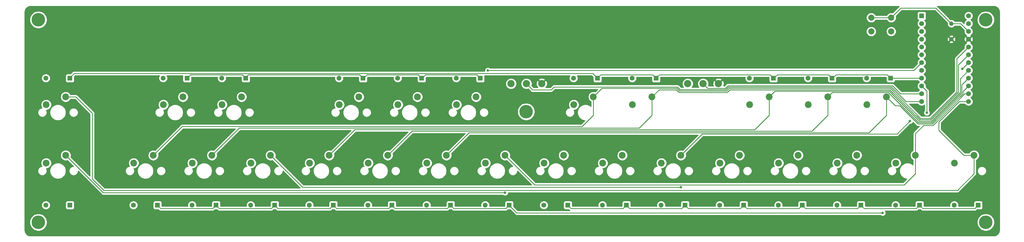
<source format=gbr>
%TF.GenerationSoftware,KiCad,Pcbnew,(5.1.6)-1*%
%TF.CreationDate,2020-07-16T09:20:40+02:00*%
%TF.ProjectId,keyboard_keyboard,6b657962-6f61-4726-945f-6b6579626f61,rev?*%
%TF.SameCoordinates,Original*%
%TF.FileFunction,Copper,L2,Bot*%
%TF.FilePolarity,Positive*%
%FSLAX46Y46*%
G04 Gerber Fmt 4.6, Leading zero omitted, Abs format (unit mm)*
G04 Created by KiCad (PCBNEW (5.1.6)-1) date 2020-07-16 09:20:40*
%MOMM*%
%LPD*%
G01*
G04 APERTURE LIST*
%TA.AperFunction,ComponentPad*%
%ADD10C,4.400000*%
%TD*%
%TA.AperFunction,ComponentPad*%
%ADD11C,1.600000*%
%TD*%
%TA.AperFunction,ComponentPad*%
%ADD12R,1.600000X1.600000*%
%TD*%
%TA.AperFunction,ComponentPad*%
%ADD13C,2.000000*%
%TD*%
%TA.AperFunction,ComponentPad*%
%ADD14C,2.340000*%
%TD*%
%TA.AperFunction,ComponentPad*%
%ADD15O,1.400000X1.400000*%
%TD*%
%TA.AperFunction,ComponentPad*%
%ADD16C,1.400000*%
%TD*%
%TA.AperFunction,ComponentPad*%
%ADD17C,2.200000*%
%TD*%
%TA.AperFunction,ViaPad*%
%ADD18C,0.800000*%
%TD*%
%TA.AperFunction,Conductor*%
%ADD19C,0.250000*%
%TD*%
%TA.AperFunction,Conductor*%
%ADD20C,0.254000*%
%TD*%
G04 APERTURE END LIST*
D10*
%TO.P,H5,1*%
%TO.N,N/C*%
X156718000Y-107442000D03*
%TD*%
%TO.P,H4,1*%
%TO.N,N/C*%
X306070000Y-143510000D03*
%TD*%
%TO.P,H3,1*%
%TO.N,N/C*%
X-1778000Y-143510000D03*
%TD*%
%TO.P,H2,1*%
%TO.N,N/C*%
X306070000Y-77470000D03*
%TD*%
%TO.P,H1,1*%
%TO.N,N/C*%
X-1778000Y-77470000D03*
%TD*%
D11*
%TO.P,U1,24*%
%TO.N,N/C*%
X300482000Y-76200000D03*
%TO.P,U1,23*%
%TO.N,GND*%
X300482000Y-78740000D03*
%TO.P,U1,22*%
%TO.N,RESET*%
X300482000Y-81280000D03*
%TO.P,U1,21*%
%TO.N,VCC*%
X300482000Y-83820000D03*
%TO.P,U1,20*%
%TO.N,Col1*%
X300482000Y-86360000D03*
%TO.P,U1,19*%
%TO.N,Col2*%
X300482000Y-88900000D03*
%TO.P,U1,18*%
%TO.N,Col3*%
X300482000Y-91440000D03*
%TO.P,U1,17*%
%TO.N,Col4*%
X300482000Y-93980000D03*
%TO.P,U1,16*%
%TO.N,Col5*%
X300482000Y-96520000D03*
%TO.P,U1,15*%
%TO.N,Col6*%
X300482000Y-99060000D03*
%TO.P,U1,14*%
%TO.N,Col7*%
X300482000Y-101600000D03*
%TO.P,U1,13*%
%TO.N,Col8*%
X300482000Y-104140000D03*
%TO.P,U1,12*%
%TO.N,Pot1*%
X285242000Y-104140000D03*
%TO.P,U1,11*%
%TO.N,Pot2*%
X285242000Y-101600000D03*
%TO.P,U1,10*%
%TO.N,Row4*%
X285242000Y-99060000D03*
%TO.P,U1,9*%
%TO.N,Row3*%
X285242000Y-96520000D03*
%TO.P,U1,8*%
%TO.N,Row2*%
X285242000Y-93980000D03*
%TO.P,U1,7*%
%TO.N,Row1*%
X285242000Y-91440000D03*
%TO.P,U1,6*%
%TO.N,N/C*%
X285242000Y-88900000D03*
%TO.P,U1,5*%
X285242000Y-86360000D03*
%TO.P,U1,4*%
%TO.N,GND*%
X285242000Y-83820000D03*
%TO.P,U1,3*%
X285242000Y-81280000D03*
%TO.P,U1,2*%
%TO.N,N/C*%
X285242000Y-78740000D03*
D12*
%TO.P,U1,1*%
X285242000Y-76200000D03*
%TD*%
D13*
%TO.P,SW2,1*%
%TO.N,GND*%
X268836000Y-81280000D03*
%TO.P,SW2,2*%
%TO.N,RESET*%
X268836000Y-76780000D03*
%TO.P,SW2,1*%
%TO.N,GND*%
X275336000Y-81280000D03*
%TO.P,SW2,2*%
%TO.N,RESET*%
X275336000Y-76780000D03*
%TD*%
D14*
%TO.P,RV2,1*%
%TO.N,VCC*%
X219202000Y-98298000D03*
%TO.P,RV2,2*%
%TO.N,Pot2*%
X214202000Y-98298000D03*
%TO.P,RV2,3*%
%TO.N,GND*%
X209202000Y-98298000D03*
%TD*%
%TO.P,RV1,1*%
%TO.N,VCC*%
X161798000Y-98298000D03*
%TO.P,RV1,2*%
%TO.N,Pot1*%
X156798000Y-98298000D03*
%TO.P,RV1,3*%
%TO.N,GND*%
X151798000Y-98298000D03*
%TD*%
D15*
%TO.P,R1,2*%
%TO.N,RESET*%
X294894000Y-78740000D03*
D16*
%TO.P,R1,1*%
%TO.N,VCC*%
X294894000Y-83820000D03*
%TD*%
D17*
%TO.P,K27,2*%
%TO.N,Net-(D27-Pad2)*%
X762000Y-105156000D03*
%TO.P,K27,1*%
%TO.N,Col8*%
X7112000Y-102616000D03*
%TD*%
%TO.P,K26,2*%
%TO.N,Net-(D26-Pad2)*%
X762000Y-124206000D03*
%TO.P,K26,1*%
%TO.N,Col7*%
X7112000Y-121666000D03*
%TD*%
%TO.P,K25,2*%
%TO.N,Net-(D25-Pad2)*%
X295910000Y-124206000D03*
%TO.P,K25,1*%
%TO.N,Col8*%
X302260000Y-121666000D03*
%TD*%
%TO.P,K24,2*%
%TO.N,Net-(D24-Pad2)*%
X276860000Y-124206000D03*
%TO.P,K24,1*%
%TO.N,Col7*%
X283210000Y-121666000D03*
%TD*%
%TO.P,K23,2*%
%TO.N,Net-(D23-Pad2)*%
X267462000Y-105156000D03*
%TO.P,K23,1*%
%TO.N,Col6*%
X273812000Y-102616000D03*
%TD*%
%TO.P,K22,2*%
%TO.N,Net-(D22-Pad2)*%
X257810000Y-124206000D03*
%TO.P,K22,1*%
%TO.N,Col6*%
X264160000Y-121666000D03*
%TD*%
%TO.P,K21,2*%
%TO.N,Net-(D21-Pad2)*%
X248412000Y-105156000D03*
%TO.P,K21,1*%
%TO.N,Col5*%
X254762000Y-102616000D03*
%TD*%
%TO.P,K20,2*%
%TO.N,Net-(D20-Pad2)*%
X238760000Y-124206000D03*
%TO.P,K20,1*%
%TO.N,Col5*%
X245110000Y-121666000D03*
%TD*%
%TO.P,K19,2*%
%TO.N,Net-(D19-Pad2)*%
X229362000Y-105156000D03*
%TO.P,K19,1*%
%TO.N,Col4*%
X235712000Y-102616000D03*
%TD*%
%TO.P,K18,2*%
%TO.N,Net-(D18-Pad2)*%
X219710000Y-124206000D03*
%TO.P,K18,1*%
%TO.N,Col4*%
X226060000Y-121666000D03*
%TD*%
%TO.P,K17,2*%
%TO.N,Net-(D17-Pad2)*%
X200660000Y-124206000D03*
%TO.P,K17,1*%
%TO.N,Col3*%
X207010000Y-121666000D03*
%TD*%
%TO.P,K16,2*%
%TO.N,Net-(D16-Pad2)*%
X191262000Y-105156000D03*
%TO.P,K16,1*%
%TO.N,Col2*%
X197612000Y-102616000D03*
%TD*%
%TO.P,K15,2*%
%TO.N,Net-(D15-Pad2)*%
X181610000Y-124206000D03*
%TO.P,K15,1*%
%TO.N,Col2*%
X187960000Y-121666000D03*
%TD*%
%TO.P,K14,2*%
%TO.N,Net-(D14-Pad2)*%
X172212000Y-105156000D03*
%TO.P,K14,1*%
%TO.N,Col1*%
X178562000Y-102616000D03*
%TD*%
%TO.P,K13,2*%
%TO.N,Net-(D13-Pad2)*%
X162560000Y-124206000D03*
%TO.P,K13,1*%
%TO.N,Col1*%
X168910000Y-121666000D03*
%TD*%
%TO.P,K12,2*%
%TO.N,Net-(D12-Pad2)*%
X143510000Y-124206000D03*
%TO.P,K12,1*%
%TO.N,Col7*%
X149860000Y-121666000D03*
%TD*%
%TO.P,K11,2*%
%TO.N,Net-(D11-Pad2)*%
X134112000Y-105156000D03*
%TO.P,K11,1*%
%TO.N,Col6*%
X140462000Y-102616000D03*
%TD*%
%TO.P,K10,2*%
%TO.N,Net-(D10-Pad2)*%
X124460000Y-124206000D03*
%TO.P,K10,1*%
%TO.N,Col6*%
X130810000Y-121666000D03*
%TD*%
%TO.P,K9,2*%
%TO.N,Net-(D9-Pad2)*%
X115062000Y-105156000D03*
%TO.P,K9,1*%
%TO.N,Col5*%
X121412000Y-102616000D03*
%TD*%
%TO.P,K8,2*%
%TO.N,Net-(D8-Pad2)*%
X105410000Y-124206000D03*
%TO.P,K8,1*%
%TO.N,Col5*%
X111760000Y-121666000D03*
%TD*%
%TO.P,K7,2*%
%TO.N,Net-(D7-Pad2)*%
X96012000Y-105156000D03*
%TO.P,K7,1*%
%TO.N,Col4*%
X102362000Y-102616000D03*
%TD*%
%TO.P,K6,2*%
%TO.N,Net-(D6-Pad2)*%
X86360000Y-124206000D03*
%TO.P,K6,1*%
%TO.N,Col4*%
X92710000Y-121666000D03*
%TD*%
%TO.P,K5,2*%
%TO.N,Net-(D5-Pad2)*%
X67310000Y-124206000D03*
%TO.P,K5,1*%
%TO.N,Col3*%
X73660000Y-121666000D03*
%TD*%
%TO.P,K4,2*%
%TO.N,Net-(D4-Pad2)*%
X57912000Y-105156000D03*
%TO.P,K4,1*%
%TO.N,Col2*%
X64262000Y-102616000D03*
%TD*%
%TO.P,K3,2*%
%TO.N,Net-(D3-Pad2)*%
X48260000Y-124206000D03*
%TO.P,K3,1*%
%TO.N,Col2*%
X54610000Y-121666000D03*
%TD*%
%TO.P,K2,2*%
%TO.N,Net-(D2-Pad2)*%
X38862000Y-105156000D03*
%TO.P,K2,1*%
%TO.N,Col1*%
X45212000Y-102616000D03*
%TD*%
%TO.P,K1,2*%
%TO.N,Net-(D1-Pad2)*%
X29210000Y-124206000D03*
%TO.P,K1,1*%
%TO.N,Col1*%
X35560000Y-121666000D03*
%TD*%
D11*
%TO.P,D27,2*%
%TO.N,Net-(D27-Pad2)*%
X672000Y-96520000D03*
D12*
%TO.P,D27,1*%
%TO.N,Row3*%
X8472000Y-96520000D03*
%TD*%
D11*
%TO.P,D26,2*%
%TO.N,Net-(D26-Pad2)*%
X672000Y-137922000D03*
D12*
%TO.P,D26,1*%
%TO.N,Row3*%
X8472000Y-137922000D03*
%TD*%
D11*
%TO.P,D25,2*%
%TO.N,Net-(D25-Pad2)*%
X295820000Y-137922000D03*
D12*
%TO.P,D25,1*%
%TO.N,Row4*%
X303620000Y-137922000D03*
%TD*%
D11*
%TO.P,D24,2*%
%TO.N,Net-(D24-Pad2)*%
X276770000Y-137922000D03*
D12*
%TO.P,D24,1*%
%TO.N,Row4*%
X284570000Y-137922000D03*
%TD*%
D11*
%TO.P,D23,2*%
%TO.N,Net-(D23-Pad2)*%
X267372000Y-96520000D03*
D12*
%TO.P,D23,1*%
%TO.N,Row3*%
X275172000Y-96520000D03*
%TD*%
D11*
%TO.P,D22,2*%
%TO.N,Net-(D22-Pad2)*%
X257720000Y-137922000D03*
D12*
%TO.P,D22,1*%
%TO.N,Row4*%
X265520000Y-137922000D03*
%TD*%
D11*
%TO.P,D21,2*%
%TO.N,Net-(D21-Pad2)*%
X248322000Y-96520000D03*
D12*
%TO.P,D21,1*%
%TO.N,Row3*%
X256122000Y-96520000D03*
%TD*%
D11*
%TO.P,D20,2*%
%TO.N,Net-(D20-Pad2)*%
X238670000Y-137922000D03*
D12*
%TO.P,D20,1*%
%TO.N,Row4*%
X246470000Y-137922000D03*
%TD*%
D11*
%TO.P,D19,2*%
%TO.N,Net-(D19-Pad2)*%
X229272000Y-96520000D03*
D12*
%TO.P,D19,1*%
%TO.N,Row3*%
X237072000Y-96520000D03*
%TD*%
D11*
%TO.P,D18,2*%
%TO.N,Net-(D18-Pad2)*%
X219620000Y-137922000D03*
D12*
%TO.P,D18,1*%
%TO.N,Row4*%
X227420000Y-137922000D03*
%TD*%
D11*
%TO.P,D17,2*%
%TO.N,Net-(D17-Pad2)*%
X200570000Y-137922000D03*
D12*
%TO.P,D17,1*%
%TO.N,Row4*%
X208370000Y-137922000D03*
%TD*%
D11*
%TO.P,D16,2*%
%TO.N,Net-(D16-Pad2)*%
X191172000Y-96520000D03*
D12*
%TO.P,D16,1*%
%TO.N,Row3*%
X198972000Y-96520000D03*
%TD*%
D11*
%TO.P,D15,2*%
%TO.N,Net-(D15-Pad2)*%
X181520000Y-137922000D03*
D12*
%TO.P,D15,1*%
%TO.N,Row4*%
X189320000Y-137922000D03*
%TD*%
D11*
%TO.P,D14,2*%
%TO.N,Net-(D14-Pad2)*%
X172122000Y-96520000D03*
D12*
%TO.P,D14,1*%
%TO.N,Row3*%
X179922000Y-96520000D03*
%TD*%
D11*
%TO.P,D13,2*%
%TO.N,Net-(D13-Pad2)*%
X162470000Y-137922000D03*
D12*
%TO.P,D13,1*%
%TO.N,Row4*%
X170270000Y-137922000D03*
%TD*%
D11*
%TO.P,D12,2*%
%TO.N,Net-(D12-Pad2)*%
X143420000Y-137922000D03*
D12*
%TO.P,D12,1*%
%TO.N,Row2*%
X151220000Y-137922000D03*
%TD*%
D11*
%TO.P,D11,2*%
%TO.N,Net-(D11-Pad2)*%
X134022000Y-96520000D03*
D12*
%TO.P,D11,1*%
%TO.N,Row1*%
X141822000Y-96520000D03*
%TD*%
D11*
%TO.P,D10,2*%
%TO.N,Net-(D10-Pad2)*%
X124370000Y-137922000D03*
D12*
%TO.P,D10,1*%
%TO.N,Row2*%
X132170000Y-137922000D03*
%TD*%
D11*
%TO.P,D9,2*%
%TO.N,Net-(D9-Pad2)*%
X114972000Y-96520000D03*
D12*
%TO.P,D9,1*%
%TO.N,Row1*%
X122772000Y-96520000D03*
%TD*%
D11*
%TO.P,D8,2*%
%TO.N,Net-(D8-Pad2)*%
X105320000Y-137922000D03*
D12*
%TO.P,D8,1*%
%TO.N,Row2*%
X113120000Y-137922000D03*
%TD*%
D11*
%TO.P,D7,2*%
%TO.N,Net-(D7-Pad2)*%
X95922000Y-96520000D03*
D12*
%TO.P,D7,1*%
%TO.N,Row1*%
X103722000Y-96520000D03*
%TD*%
D11*
%TO.P,D6,2*%
%TO.N,Net-(D6-Pad2)*%
X86270000Y-137922000D03*
D12*
%TO.P,D6,1*%
%TO.N,Row2*%
X94070000Y-137922000D03*
%TD*%
D11*
%TO.P,D5,2*%
%TO.N,Net-(D5-Pad2)*%
X67220000Y-137922000D03*
D12*
%TO.P,D5,1*%
%TO.N,Row2*%
X75020000Y-137922000D03*
%TD*%
D11*
%TO.P,D4,2*%
%TO.N,Net-(D4-Pad2)*%
X57822000Y-96520000D03*
D12*
%TO.P,D4,1*%
%TO.N,Row1*%
X65622000Y-96520000D03*
%TD*%
D11*
%TO.P,D3,2*%
%TO.N,Net-(D3-Pad2)*%
X48170000Y-137922000D03*
D12*
%TO.P,D3,1*%
%TO.N,Row2*%
X55970000Y-137922000D03*
%TD*%
D11*
%TO.P,D2,2*%
%TO.N,Net-(D2-Pad2)*%
X38772000Y-96520000D03*
D12*
%TO.P,D2,1*%
%TO.N,Row1*%
X46572000Y-96520000D03*
%TD*%
D11*
%TO.P,D1,2*%
%TO.N,Net-(D1-Pad2)*%
X29120000Y-137922000D03*
D12*
%TO.P,D1,1*%
%TO.N,Row2*%
X36920000Y-137922000D03*
%TD*%
D18*
%TO.N,Row2*%
X272542000Y-140462000D03*
%TO.N,Row1*%
X144272000Y-93980000D03*
%TO.N,Row4*%
X286925001Y-107790999D03*
%TO.N,Col3*%
X207010000Y-132080000D03*
X281432000Y-110490000D03*
X298450000Y-93472000D03*
%TO.N,Col7*%
X149860000Y-133858000D03*
%TD*%
D19*
%TO.N,Row2*%
X36920000Y-137922000D02*
X36920000Y-138012000D01*
X54844999Y-139047001D02*
X55970000Y-137922000D01*
X37955001Y-139047001D02*
X54844999Y-139047001D01*
X36920000Y-138012000D02*
X37955001Y-139047001D01*
X55970000Y-137922000D02*
X55970000Y-138012000D01*
X73894999Y-139047001D02*
X75020000Y-137922000D01*
X57005001Y-139047001D02*
X73894999Y-139047001D01*
X55970000Y-138012000D02*
X57005001Y-139047001D01*
X75020000Y-137922000D02*
X75020000Y-138012000D01*
X92944999Y-139047001D02*
X94070000Y-137922000D01*
X76055001Y-139047001D02*
X92944999Y-139047001D01*
X75020000Y-138012000D02*
X76055001Y-139047001D01*
X94070000Y-137922000D02*
X94070000Y-138012000D01*
X111994999Y-139047001D02*
X113120000Y-137922000D01*
X95105001Y-139047001D02*
X111994999Y-139047001D01*
X94070000Y-138012000D02*
X95105001Y-139047001D01*
X113120000Y-137922000D02*
X113120000Y-138012000D01*
X114155001Y-139047001D02*
X131044999Y-139047001D01*
X131044999Y-139047001D02*
X132170000Y-137922000D01*
X113120000Y-138012000D02*
X114155001Y-139047001D01*
X132170000Y-137922000D02*
X132170000Y-138012000D01*
X150094999Y-139047001D02*
X151220000Y-137922000D01*
X133205001Y-139047001D02*
X150094999Y-139047001D01*
X132170000Y-138012000D02*
X133205001Y-139047001D01*
X151220000Y-137922000D02*
X151220000Y-138012000D01*
X151220000Y-138012000D02*
X153670000Y-140462000D01*
X272542000Y-140462000D02*
X153670000Y-140462000D01*
%TO.N,Row1*%
X46572000Y-96520000D02*
X46572000Y-96430000D01*
X47607001Y-95394999D02*
X64496999Y-95394999D01*
X64496999Y-95394999D02*
X65622000Y-96520000D01*
X46572000Y-96430000D02*
X47607001Y-95394999D01*
X65622000Y-96520000D02*
X65622000Y-96176000D01*
X102596999Y-95394999D02*
X103722000Y-96520000D01*
X66403001Y-95394999D02*
X102596999Y-95394999D01*
X65622000Y-96176000D02*
X66403001Y-95394999D01*
X103722000Y-96520000D02*
X103886000Y-96520000D01*
X105011001Y-95394999D02*
X121646999Y-95394999D01*
X121646999Y-95394999D02*
X122772000Y-96520000D01*
X103886000Y-96520000D02*
X105011001Y-95394999D01*
X122772000Y-96520000D02*
X122936000Y-96520000D01*
X140696999Y-95394999D02*
X141822000Y-96520000D01*
X124061001Y-95394999D02*
X140696999Y-95394999D01*
X122936000Y-96520000D02*
X124061001Y-95394999D01*
X282702000Y-93980000D02*
X285242000Y-91440000D01*
X144272000Y-93980000D02*
X282702000Y-93980000D01*
%TO.N,Row4*%
X170270000Y-137922000D02*
X170270000Y-138012000D01*
X188194999Y-139047001D02*
X189320000Y-137922000D01*
X171305001Y-139047001D02*
X188194999Y-139047001D01*
X170270000Y-138012000D02*
X171305001Y-139047001D01*
X189320000Y-137922000D02*
X189320000Y-138012000D01*
X207244999Y-139047001D02*
X208370000Y-137922000D01*
X190355001Y-139047001D02*
X207244999Y-139047001D01*
X189320000Y-138012000D02*
X190355001Y-139047001D01*
X208370000Y-137922000D02*
X208370000Y-138012000D01*
X226294999Y-139047001D02*
X227420000Y-137922000D01*
X209405001Y-139047001D02*
X226294999Y-139047001D01*
X208370000Y-138012000D02*
X209405001Y-139047001D01*
X227420000Y-137922000D02*
X227420000Y-138012000D01*
X245344999Y-139047001D02*
X246470000Y-137922000D01*
X228455001Y-139047001D02*
X245344999Y-139047001D01*
X227420000Y-138012000D02*
X228455001Y-139047001D01*
X246470000Y-137922000D02*
X246470000Y-138012000D01*
X264394999Y-139047001D02*
X265520000Y-137922000D01*
X247505001Y-139047001D02*
X264394999Y-139047001D01*
X246470000Y-138012000D02*
X247505001Y-139047001D01*
X265520000Y-137922000D02*
X265520000Y-138012000D01*
X283444999Y-139047001D02*
X284570000Y-137922000D01*
X266555001Y-139047001D02*
X283444999Y-139047001D01*
X265520000Y-138012000D02*
X266555001Y-139047001D01*
X284570000Y-137922000D02*
X284570000Y-138012000D01*
X302494999Y-139047001D02*
X303620000Y-137922000D01*
X285605001Y-139047001D02*
X302494999Y-139047001D01*
X284570000Y-138012000D02*
X285605001Y-139047001D01*
X286925001Y-100743001D02*
X285242000Y-99060000D01*
X286925001Y-107790999D02*
X286925001Y-100743001D01*
%TO.N,Row3*%
X179922000Y-96520000D02*
X179922000Y-96430000D01*
X197846999Y-95394999D02*
X198972000Y-96520000D01*
X180957001Y-95394999D02*
X197846999Y-95394999D01*
X179922000Y-96430000D02*
X180957001Y-95394999D01*
X198972000Y-96520000D02*
X198972000Y-96430000D01*
X235946999Y-95394999D02*
X237072000Y-96520000D01*
X200007001Y-95394999D02*
X235946999Y-95394999D01*
X198972000Y-96430000D02*
X200007001Y-95394999D01*
X237072000Y-96520000D02*
X237236000Y-96520000D01*
X238361001Y-95394999D02*
X254996999Y-95394999D01*
X254996999Y-95394999D02*
X256122000Y-96520000D01*
X237236000Y-96520000D02*
X238361001Y-95394999D01*
X256122000Y-96520000D02*
X256286000Y-96520000D01*
X274046999Y-95394999D02*
X275172000Y-96520000D01*
X257411001Y-95394999D02*
X274046999Y-95394999D01*
X256286000Y-96520000D02*
X257411001Y-95394999D01*
X275172000Y-96520000D02*
X285242000Y-96520000D01*
X178346989Y-94944989D02*
X179922000Y-96520000D01*
X8382000Y-96430000D02*
X9867011Y-94944989D01*
X9867011Y-94944989D02*
X178346989Y-94944989D01*
%TO.N,Col1*%
X35560000Y-121666000D02*
X44958000Y-112268000D01*
X178562000Y-108597002D02*
X178562000Y-102616000D01*
X174891002Y-112268000D02*
X178562000Y-108597002D01*
X44958000Y-112268000D02*
X174891002Y-112268000D01*
X296672000Y-90170000D02*
X300482000Y-86360000D01*
X275103790Y-99840970D02*
X284910790Y-109647970D01*
X178562000Y-102616000D02*
X181337030Y-99840970D01*
X284910790Y-109647970D02*
X287984800Y-109647970D01*
X287984800Y-109647970D02*
X296672000Y-100960770D01*
X296672000Y-100960770D02*
X296672000Y-90170000D01*
X222693962Y-99840970D02*
X275103790Y-99840970D01*
X221841913Y-100693019D02*
X222693962Y-99840970D01*
X206562088Y-100693020D02*
X221841913Y-100693019D01*
X205710038Y-99840970D02*
X206562088Y-100693020D01*
X181337030Y-99840970D02*
X205710038Y-99840970D01*
%TO.N,Col2*%
X54610000Y-121666000D02*
X63500000Y-112776000D01*
X197612000Y-108597002D02*
X197612000Y-102616000D01*
X193433002Y-112776000D02*
X197612000Y-108597002D01*
X63500000Y-112776000D02*
X193433002Y-112776000D01*
X288171200Y-110097980D02*
X297180000Y-101089180D01*
X197612000Y-102616000D02*
X199937021Y-100290979D01*
X274917390Y-100290980D02*
X284724390Y-110097980D01*
X284724390Y-110097980D02*
X288171200Y-110097980D01*
X297180000Y-101089180D02*
X297180000Y-92202000D01*
X297180000Y-92202000D02*
X300482000Y-88900000D01*
X206375689Y-101143029D02*
X222028314Y-101143028D01*
X199937021Y-100290979D02*
X205523637Y-100290979D01*
X205523637Y-100290979D02*
X206375689Y-101143029D01*
X222880364Y-100290980D02*
X274917390Y-100290980D01*
X222028314Y-101143028D02*
X222880364Y-100290980D01*
%TO.N,Col3*%
X73660000Y-121666000D02*
X83820000Y-131826000D01*
X83820000Y-131826000D02*
X84074000Y-132080000D01*
X84074000Y-132080000D02*
X207010000Y-132080000D01*
X207010000Y-132080000D02*
X207010000Y-132080000D01*
X281432000Y-110236000D02*
X281432000Y-110236000D01*
X281432000Y-110236000D02*
X281432000Y-110236000D01*
X300482000Y-91440000D02*
X298450000Y-93472000D01*
X298450000Y-93472000D02*
X298450000Y-93472000D01*
X207010000Y-121666000D02*
X213925990Y-114750010D01*
X277171990Y-114750010D02*
X277241000Y-114681000D01*
X213925990Y-114750010D02*
X277171990Y-114750010D01*
X277241000Y-114681000D02*
X281432000Y-110490000D01*
%TO.N,Col4*%
X92710000Y-121666000D02*
X101092000Y-113284000D01*
X235712000Y-108597002D02*
X235712000Y-102616000D01*
X231025002Y-113284000D02*
X235712000Y-108597002D01*
X101092000Y-113284000D02*
X231025002Y-113284000D01*
X297803980Y-96658020D02*
X300482000Y-93980000D01*
X235712000Y-102616000D02*
X237587011Y-100740989D01*
X297803980Y-101101610D02*
X297803980Y-96658020D01*
X274730989Y-100740989D02*
X284537990Y-110547990D01*
X288357600Y-110547990D02*
X297803980Y-101101610D01*
X237587011Y-100740989D02*
X274730989Y-100740989D01*
X284537990Y-110547990D02*
X288357600Y-110547990D01*
%TO.N,Col5*%
X111760000Y-121666000D02*
X119634000Y-113792000D01*
X249567002Y-113792000D02*
X254762000Y-108597002D01*
X254762000Y-108597002D02*
X254762000Y-102616000D01*
X119634000Y-113792000D02*
X249567002Y-113792000D01*
X298253990Y-98748010D02*
X300482000Y-96520000D01*
X298253990Y-101288010D02*
X298253990Y-98748010D01*
X254762000Y-102616000D02*
X256187001Y-101190999D01*
X274418999Y-101190999D02*
X284226000Y-110998000D01*
X256187001Y-101190999D02*
X274418999Y-101190999D01*
X284226000Y-110998000D02*
X288544000Y-110998000D01*
X288544000Y-110998000D02*
X298253990Y-101288010D01*
%TO.N,Col6*%
X130810000Y-121666000D02*
X138176000Y-114300000D01*
X273812000Y-108597002D02*
X273812000Y-102616000D01*
X268109002Y-114300000D02*
X273812000Y-108597002D01*
X138176000Y-114300000D02*
X268109002Y-114300000D01*
X298704000Y-100838000D02*
X300482000Y-99060000D01*
X273812000Y-102616000D02*
X276670205Y-105474205D01*
X276670205Y-105474205D02*
X278065795Y-105474205D01*
X278065795Y-105474205D02*
X284039600Y-111448010D01*
X298704000Y-101474410D02*
X298704000Y-101346000D01*
X288730401Y-111448009D02*
X298704000Y-101474410D01*
X288601990Y-111448010D02*
X288730401Y-111448009D01*
X298704000Y-101346000D02*
X298704000Y-100838000D01*
X284039600Y-111448010D02*
X288601990Y-111448010D01*
%TO.N,Col7*%
X149860000Y-121666000D02*
X159512000Y-131318000D01*
X283210000Y-127647002D02*
X283210000Y-121666000D01*
X279539002Y-131318000D02*
X283210000Y-127647002D01*
X159512000Y-131318000D02*
X279539002Y-131318000D01*
X299214820Y-101600000D02*
X300482000Y-101600000D01*
X285865980Y-111898020D02*
X288916800Y-111898020D01*
X283210000Y-121666000D02*
X283210000Y-114554000D01*
X288916800Y-111898020D02*
X299214820Y-101600000D01*
X283210000Y-114554000D02*
X285865980Y-111898020D01*
X7112000Y-121666000D02*
X19304000Y-133858000D01*
X150114000Y-133858000D02*
X150114000Y-133858000D01*
X19304000Y-133858000D02*
X149860000Y-133858000D01*
%TO.N,Col8*%
X302260000Y-121666000D02*
X298958000Y-121666000D01*
X290830000Y-113538000D02*
X290830000Y-110744000D01*
X298958000Y-121666000D02*
X290830000Y-113538000D01*
X297434000Y-104140000D02*
X300482000Y-104140000D01*
X290830000Y-110744000D02*
X297434000Y-104140000D01*
X302260000Y-127647002D02*
X302260000Y-121666000D01*
X296774003Y-133132999D02*
X302260000Y-127647002D01*
X10414000Y-102616000D02*
X7112000Y-102616000D01*
X15748000Y-107950000D02*
X10414000Y-102616000D01*
X15748000Y-129353600D02*
X15748000Y-107950000D01*
X19490400Y-133096000D02*
X15748000Y-129353600D01*
X296737004Y-133096000D02*
X296774003Y-133132999D01*
X19490400Y-133096000D02*
X296737004Y-133096000D01*
%TO.N,RESET*%
X297942000Y-78740000D02*
X300482000Y-81280000D01*
X294894000Y-78740000D02*
X297942000Y-78740000D01*
X275336000Y-76780000D02*
X278384000Y-73732000D01*
X278384000Y-73660000D02*
X289814000Y-73660000D01*
X294894000Y-78740000D02*
X289814000Y-73660000D01*
X275336000Y-76780000D02*
X268836000Y-76780000D01*
%TO.N,Pot1*%
X164846000Y-100330000D02*
X165785040Y-99390960D01*
X205896438Y-99390960D02*
X165785040Y-99390960D01*
X158750000Y-100250000D02*
X158750000Y-100330000D01*
X156798000Y-98298000D02*
X158750000Y-100250000D01*
X158750000Y-100330000D02*
X164846000Y-100330000D01*
X222507562Y-99390960D02*
X275412960Y-99390960D01*
X280162000Y-104140000D02*
X285242000Y-104140000D01*
X275412960Y-99390960D02*
X280162000Y-104140000D01*
X221655512Y-100243010D02*
X222507562Y-99390960D01*
X206748488Y-100243010D02*
X221655512Y-100243010D01*
X205896438Y-99390960D02*
X206748488Y-100243010D01*
%TO.N,Pot2*%
X278384000Y-101600000D02*
X285242000Y-101600000D01*
X214202000Y-98298000D02*
X215697001Y-99793001D01*
X215697001Y-99793001D02*
X221469111Y-99793001D01*
X222321162Y-98940950D02*
X275724950Y-98940950D01*
X221469111Y-99793001D02*
X222321162Y-98940950D01*
X275724950Y-98940950D02*
X278384000Y-101600000D01*
%TD*%
D20*
%TO.N,VCC*%
G36*
X277843999Y-73119999D02*
G01*
X277749026Y-73235724D01*
X277684206Y-73356992D01*
X275827376Y-75213823D01*
X275812912Y-75207832D01*
X275497033Y-75145000D01*
X275174967Y-75145000D01*
X274859088Y-75207832D01*
X274561537Y-75331082D01*
X274293748Y-75510013D01*
X274066013Y-75737748D01*
X273887082Y-76005537D01*
X273881091Y-76020000D01*
X270290909Y-76020000D01*
X270284918Y-76005537D01*
X270105987Y-75737748D01*
X269878252Y-75510013D01*
X269610463Y-75331082D01*
X269312912Y-75207832D01*
X268997033Y-75145000D01*
X268674967Y-75145000D01*
X268359088Y-75207832D01*
X268061537Y-75331082D01*
X267793748Y-75510013D01*
X267566013Y-75737748D01*
X267387082Y-76005537D01*
X267263832Y-76303088D01*
X267201000Y-76618967D01*
X267201000Y-76941033D01*
X267263832Y-77256912D01*
X267387082Y-77554463D01*
X267566013Y-77822252D01*
X267793748Y-78049987D01*
X268061537Y-78228918D01*
X268359088Y-78352168D01*
X268674967Y-78415000D01*
X268997033Y-78415000D01*
X269312912Y-78352168D01*
X269610463Y-78228918D01*
X269878252Y-78049987D01*
X270105987Y-77822252D01*
X270284918Y-77554463D01*
X270290909Y-77540000D01*
X273881091Y-77540000D01*
X273887082Y-77554463D01*
X274066013Y-77822252D01*
X274293748Y-78049987D01*
X274561537Y-78228918D01*
X274859088Y-78352168D01*
X275174967Y-78415000D01*
X275497033Y-78415000D01*
X275812912Y-78352168D01*
X276110463Y-78228918D01*
X276378252Y-78049987D01*
X276605987Y-77822252D01*
X276784918Y-77554463D01*
X276908168Y-77256912D01*
X276971000Y-76941033D01*
X276971000Y-76618967D01*
X276908168Y-76303088D01*
X276902177Y-76288624D01*
X278770802Y-74420000D01*
X289499199Y-74420000D01*
X293580355Y-78501157D01*
X293559000Y-78608514D01*
X293559000Y-78871486D01*
X293610304Y-79129405D01*
X293710939Y-79372359D01*
X293857038Y-79591013D01*
X294042987Y-79776962D01*
X294261641Y-79923061D01*
X294504595Y-80023696D01*
X294762514Y-80075000D01*
X295025486Y-80075000D01*
X295283405Y-80023696D01*
X295526359Y-79923061D01*
X295745013Y-79776962D01*
X295930962Y-79591013D01*
X295991775Y-79500000D01*
X297627199Y-79500000D01*
X299083312Y-80956114D01*
X299047000Y-81138665D01*
X299047000Y-81421335D01*
X299102147Y-81698574D01*
X299210320Y-81959727D01*
X299367363Y-82194759D01*
X299567241Y-82394637D01*
X299801128Y-82550915D01*
X299740486Y-82583329D01*
X299668903Y-82827298D01*
X300482000Y-83640395D01*
X301295097Y-82827298D01*
X301223514Y-82583329D01*
X301159008Y-82552806D01*
X301161727Y-82551680D01*
X301396759Y-82394637D01*
X301596637Y-82194759D01*
X301753680Y-81959727D01*
X301861853Y-81698574D01*
X301917000Y-81421335D01*
X301917000Y-81138665D01*
X301861853Y-80861426D01*
X301753680Y-80600273D01*
X301596637Y-80365241D01*
X301396759Y-80165363D01*
X301164241Y-80010000D01*
X301396759Y-79854637D01*
X301596637Y-79654759D01*
X301753680Y-79419727D01*
X301861853Y-79158574D01*
X301917000Y-78881335D01*
X301917000Y-78598665D01*
X301861853Y-78321426D01*
X301753680Y-78060273D01*
X301596637Y-77825241D01*
X301396759Y-77625363D01*
X301164241Y-77470000D01*
X301396759Y-77314637D01*
X301520619Y-77190777D01*
X303235000Y-77190777D01*
X303235000Y-77749223D01*
X303343948Y-78296939D01*
X303557656Y-78812876D01*
X303867912Y-79277207D01*
X304262793Y-79672088D01*
X304727124Y-79982344D01*
X305243061Y-80196052D01*
X305790777Y-80305000D01*
X306349223Y-80305000D01*
X306896939Y-80196052D01*
X307412876Y-79982344D01*
X307877207Y-79672088D01*
X308272088Y-79277207D01*
X308582344Y-78812876D01*
X308796052Y-78296939D01*
X308905000Y-77749223D01*
X308905000Y-77190777D01*
X308796052Y-76643061D01*
X308582344Y-76127124D01*
X308272088Y-75662793D01*
X307877207Y-75267912D01*
X307412876Y-74957656D01*
X306896939Y-74743948D01*
X306349223Y-74635000D01*
X305790777Y-74635000D01*
X305243061Y-74743948D01*
X304727124Y-74957656D01*
X304262793Y-75267912D01*
X303867912Y-75662793D01*
X303557656Y-76127124D01*
X303343948Y-76643061D01*
X303235000Y-77190777D01*
X301520619Y-77190777D01*
X301596637Y-77114759D01*
X301753680Y-76879727D01*
X301861853Y-76618574D01*
X301917000Y-76341335D01*
X301917000Y-76058665D01*
X301861853Y-75781426D01*
X301753680Y-75520273D01*
X301596637Y-75285241D01*
X301396759Y-75085363D01*
X301161727Y-74928320D01*
X300900574Y-74820147D01*
X300623335Y-74765000D01*
X300340665Y-74765000D01*
X300063426Y-74820147D01*
X299802273Y-74928320D01*
X299567241Y-75085363D01*
X299367363Y-75285241D01*
X299210320Y-75520273D01*
X299102147Y-75781426D01*
X299047000Y-76058665D01*
X299047000Y-76341335D01*
X299102147Y-76618574D01*
X299210320Y-76879727D01*
X299367363Y-77114759D01*
X299567241Y-77314637D01*
X299799759Y-77470000D01*
X299567241Y-77625363D01*
X299367363Y-77825241D01*
X299210320Y-78060273D01*
X299102147Y-78321426D01*
X299047000Y-78598665D01*
X299047000Y-78770199D01*
X298505804Y-78229003D01*
X298482001Y-78199999D01*
X298366276Y-78105026D01*
X298234247Y-78034454D01*
X298090986Y-77990997D01*
X297979333Y-77980000D01*
X297979322Y-77980000D01*
X297942000Y-77976324D01*
X297904678Y-77980000D01*
X295991775Y-77980000D01*
X295930962Y-77888987D01*
X295745013Y-77703038D01*
X295526359Y-77556939D01*
X295283405Y-77456304D01*
X295025486Y-77405000D01*
X294762514Y-77405000D01*
X294655157Y-77426355D01*
X290377804Y-73149003D01*
X290354001Y-73119999D01*
X290268707Y-73050000D01*
X308577721Y-73050000D01*
X308974545Y-73088909D01*
X309325208Y-73194780D01*
X309648625Y-73366744D01*
X309932484Y-73598254D01*
X310165965Y-73880486D01*
X310340183Y-74202695D01*
X310448502Y-74552614D01*
X310490001Y-74947452D01*
X310490000Y-146017721D01*
X310451091Y-146414545D01*
X310345220Y-146765206D01*
X310173257Y-147088623D01*
X309941748Y-147372482D01*
X309659514Y-147605965D01*
X309337304Y-147780184D01*
X308987385Y-147888502D01*
X308592557Y-147930000D01*
X-4285721Y-147930000D01*
X-4682545Y-147891091D01*
X-5033206Y-147785220D01*
X-5356623Y-147613257D01*
X-5640482Y-147381748D01*
X-5873965Y-147099514D01*
X-6048184Y-146777304D01*
X-6156502Y-146427385D01*
X-6198000Y-146032557D01*
X-6198000Y-143230777D01*
X-4613000Y-143230777D01*
X-4613000Y-143789223D01*
X-4504052Y-144336939D01*
X-4290344Y-144852876D01*
X-3980088Y-145317207D01*
X-3585207Y-145712088D01*
X-3120876Y-146022344D01*
X-2604939Y-146236052D01*
X-2057223Y-146345000D01*
X-1498777Y-146345000D01*
X-951061Y-146236052D01*
X-435124Y-146022344D01*
X29207Y-145712088D01*
X424088Y-145317207D01*
X734344Y-144852876D01*
X948052Y-144336939D01*
X1057000Y-143789223D01*
X1057000Y-143230777D01*
X303235000Y-143230777D01*
X303235000Y-143789223D01*
X303343948Y-144336939D01*
X303557656Y-144852876D01*
X303867912Y-145317207D01*
X304262793Y-145712088D01*
X304727124Y-146022344D01*
X305243061Y-146236052D01*
X305790777Y-146345000D01*
X306349223Y-146345000D01*
X306896939Y-146236052D01*
X307412876Y-146022344D01*
X307877207Y-145712088D01*
X308272088Y-145317207D01*
X308582344Y-144852876D01*
X308796052Y-144336939D01*
X308905000Y-143789223D01*
X308905000Y-143230777D01*
X308796052Y-142683061D01*
X308582344Y-142167124D01*
X308272088Y-141702793D01*
X307877207Y-141307912D01*
X307412876Y-140997656D01*
X306896939Y-140783948D01*
X306349223Y-140675000D01*
X305790777Y-140675000D01*
X305243061Y-140783948D01*
X304727124Y-140997656D01*
X304262793Y-141307912D01*
X303867912Y-141702793D01*
X303557656Y-142167124D01*
X303343948Y-142683061D01*
X303235000Y-143230777D01*
X1057000Y-143230777D01*
X948052Y-142683061D01*
X734344Y-142167124D01*
X424088Y-141702793D01*
X29207Y-141307912D01*
X-435124Y-140997656D01*
X-951061Y-140783948D01*
X-1498777Y-140675000D01*
X-2057223Y-140675000D01*
X-2604939Y-140783948D01*
X-3120876Y-140997656D01*
X-3585207Y-141307912D01*
X-3980088Y-141702793D01*
X-4290344Y-142167124D01*
X-4504052Y-142683061D01*
X-4613000Y-143230777D01*
X-6198000Y-143230777D01*
X-6198000Y-137780665D01*
X-763000Y-137780665D01*
X-763000Y-138063335D01*
X-707853Y-138340574D01*
X-599680Y-138601727D01*
X-442637Y-138836759D01*
X-242759Y-139036637D01*
X-7727Y-139193680D01*
X253426Y-139301853D01*
X530665Y-139357000D01*
X813335Y-139357000D01*
X1090574Y-139301853D01*
X1351727Y-139193680D01*
X1586759Y-139036637D01*
X1786637Y-138836759D01*
X1943680Y-138601727D01*
X2051853Y-138340574D01*
X2107000Y-138063335D01*
X2107000Y-137780665D01*
X2051853Y-137503426D01*
X1943680Y-137242273D01*
X1863317Y-137122000D01*
X7033928Y-137122000D01*
X7033928Y-138722000D01*
X7046188Y-138846482D01*
X7082498Y-138966180D01*
X7141463Y-139076494D01*
X7220815Y-139173185D01*
X7317506Y-139252537D01*
X7427820Y-139311502D01*
X7547518Y-139347812D01*
X7672000Y-139360072D01*
X9272000Y-139360072D01*
X9396482Y-139347812D01*
X9516180Y-139311502D01*
X9626494Y-139252537D01*
X9723185Y-139173185D01*
X9802537Y-139076494D01*
X9861502Y-138966180D01*
X9897812Y-138846482D01*
X9910072Y-138722000D01*
X9910072Y-137780665D01*
X27685000Y-137780665D01*
X27685000Y-138063335D01*
X27740147Y-138340574D01*
X27848320Y-138601727D01*
X28005363Y-138836759D01*
X28205241Y-139036637D01*
X28440273Y-139193680D01*
X28701426Y-139301853D01*
X28978665Y-139357000D01*
X29261335Y-139357000D01*
X29538574Y-139301853D01*
X29799727Y-139193680D01*
X30034759Y-139036637D01*
X30234637Y-138836759D01*
X30391680Y-138601727D01*
X30499853Y-138340574D01*
X30555000Y-138063335D01*
X30555000Y-137780665D01*
X30499853Y-137503426D01*
X30391680Y-137242273D01*
X30311317Y-137122000D01*
X35481928Y-137122000D01*
X35481928Y-138722000D01*
X35494188Y-138846482D01*
X35530498Y-138966180D01*
X35589463Y-139076494D01*
X35668815Y-139173185D01*
X35765506Y-139252537D01*
X35875820Y-139311502D01*
X35995518Y-139347812D01*
X36120000Y-139360072D01*
X37193269Y-139360072D01*
X37391206Y-139558009D01*
X37415000Y-139587002D01*
X37443993Y-139610796D01*
X37443997Y-139610800D01*
X37501588Y-139658063D01*
X37530725Y-139681975D01*
X37662754Y-139752547D01*
X37806015Y-139796004D01*
X37917668Y-139807001D01*
X37917677Y-139807001D01*
X37955000Y-139810677D01*
X37992323Y-139807001D01*
X54807677Y-139807001D01*
X54844999Y-139810677D01*
X54882321Y-139807001D01*
X54882332Y-139807001D01*
X54993985Y-139796004D01*
X55137246Y-139752547D01*
X55269275Y-139681975D01*
X55385000Y-139587002D01*
X55408803Y-139557999D01*
X55606729Y-139360072D01*
X56243269Y-139360072D01*
X56441206Y-139558009D01*
X56465000Y-139587002D01*
X56493993Y-139610796D01*
X56493997Y-139610800D01*
X56551588Y-139658063D01*
X56580725Y-139681975D01*
X56712754Y-139752547D01*
X56856015Y-139796004D01*
X56967668Y-139807001D01*
X56967677Y-139807001D01*
X57005000Y-139810677D01*
X57042323Y-139807001D01*
X73857677Y-139807001D01*
X73894999Y-139810677D01*
X73932321Y-139807001D01*
X73932332Y-139807001D01*
X74043985Y-139796004D01*
X74187246Y-139752547D01*
X74319275Y-139681975D01*
X74435000Y-139587002D01*
X74458803Y-139557999D01*
X74656729Y-139360072D01*
X75293269Y-139360072D01*
X75491206Y-139558009D01*
X75515000Y-139587002D01*
X75543993Y-139610796D01*
X75543997Y-139610800D01*
X75601588Y-139658063D01*
X75630725Y-139681975D01*
X75762754Y-139752547D01*
X75906015Y-139796004D01*
X76017668Y-139807001D01*
X76017677Y-139807001D01*
X76055000Y-139810677D01*
X76092323Y-139807001D01*
X92907677Y-139807001D01*
X92944999Y-139810677D01*
X92982321Y-139807001D01*
X92982332Y-139807001D01*
X93093985Y-139796004D01*
X93237246Y-139752547D01*
X93369275Y-139681975D01*
X93485000Y-139587002D01*
X93508803Y-139557999D01*
X93706729Y-139360072D01*
X94343269Y-139360072D01*
X94541206Y-139558009D01*
X94565000Y-139587002D01*
X94593993Y-139610796D01*
X94593997Y-139610800D01*
X94651588Y-139658063D01*
X94680725Y-139681975D01*
X94812754Y-139752547D01*
X94956015Y-139796004D01*
X95067668Y-139807001D01*
X95067677Y-139807001D01*
X95105000Y-139810677D01*
X95142323Y-139807001D01*
X111957677Y-139807001D01*
X111994999Y-139810677D01*
X112032321Y-139807001D01*
X112032332Y-139807001D01*
X112143985Y-139796004D01*
X112287246Y-139752547D01*
X112419275Y-139681975D01*
X112535000Y-139587002D01*
X112558803Y-139557999D01*
X112756729Y-139360072D01*
X113393269Y-139360072D01*
X113591206Y-139558009D01*
X113615000Y-139587002D01*
X113643993Y-139610796D01*
X113643997Y-139610800D01*
X113701588Y-139658063D01*
X113730725Y-139681975D01*
X113862754Y-139752547D01*
X114006015Y-139796004D01*
X114117668Y-139807001D01*
X114117677Y-139807001D01*
X114155000Y-139810677D01*
X114192323Y-139807001D01*
X131007677Y-139807001D01*
X131044999Y-139810677D01*
X131082321Y-139807001D01*
X131082332Y-139807001D01*
X131193985Y-139796004D01*
X131337246Y-139752547D01*
X131469275Y-139681975D01*
X131585000Y-139587002D01*
X131608803Y-139557999D01*
X131806729Y-139360072D01*
X132443269Y-139360072D01*
X132641206Y-139558009D01*
X132665000Y-139587002D01*
X132693993Y-139610796D01*
X132693997Y-139610800D01*
X132751588Y-139658063D01*
X132780725Y-139681975D01*
X132912754Y-139752547D01*
X133056015Y-139796004D01*
X133167668Y-139807001D01*
X133167677Y-139807001D01*
X133205000Y-139810677D01*
X133242323Y-139807001D01*
X150057677Y-139807001D01*
X150094999Y-139810677D01*
X150132321Y-139807001D01*
X150132332Y-139807001D01*
X150243985Y-139796004D01*
X150387246Y-139752547D01*
X150519275Y-139681975D01*
X150635000Y-139587002D01*
X150658803Y-139557999D01*
X150856729Y-139360072D01*
X151493271Y-139360072D01*
X153106201Y-140973003D01*
X153129999Y-141002001D01*
X153245724Y-141096974D01*
X153377753Y-141167546D01*
X153521014Y-141211003D01*
X153632667Y-141222000D01*
X153632676Y-141222000D01*
X153669999Y-141225676D01*
X153707322Y-141222000D01*
X271838289Y-141222000D01*
X271882226Y-141265937D01*
X272051744Y-141379205D01*
X272240102Y-141457226D01*
X272440061Y-141497000D01*
X272643939Y-141497000D01*
X272843898Y-141457226D01*
X273032256Y-141379205D01*
X273201774Y-141265937D01*
X273345937Y-141121774D01*
X273459205Y-140952256D01*
X273537226Y-140763898D01*
X273577000Y-140563939D01*
X273577000Y-140360061D01*
X273537226Y-140160102D01*
X273459205Y-139971744D01*
X273349128Y-139807001D01*
X283407677Y-139807001D01*
X283444999Y-139810677D01*
X283482321Y-139807001D01*
X283482332Y-139807001D01*
X283593985Y-139796004D01*
X283737246Y-139752547D01*
X283869275Y-139681975D01*
X283985000Y-139587002D01*
X284008803Y-139557999D01*
X284206729Y-139360072D01*
X284843269Y-139360072D01*
X285041206Y-139558009D01*
X285065000Y-139587002D01*
X285093993Y-139610796D01*
X285093997Y-139610800D01*
X285151588Y-139658063D01*
X285180725Y-139681975D01*
X285312754Y-139752547D01*
X285456015Y-139796004D01*
X285567668Y-139807001D01*
X285567677Y-139807001D01*
X285605000Y-139810677D01*
X285642323Y-139807001D01*
X302457677Y-139807001D01*
X302494999Y-139810677D01*
X302532321Y-139807001D01*
X302532332Y-139807001D01*
X302643985Y-139796004D01*
X302787246Y-139752547D01*
X302919275Y-139681975D01*
X303035000Y-139587002D01*
X303058803Y-139557999D01*
X303256729Y-139360072D01*
X304420000Y-139360072D01*
X304544482Y-139347812D01*
X304664180Y-139311502D01*
X304774494Y-139252537D01*
X304871185Y-139173185D01*
X304950537Y-139076494D01*
X305009502Y-138966180D01*
X305045812Y-138846482D01*
X305058072Y-138722000D01*
X305058072Y-137122000D01*
X305045812Y-136997518D01*
X305009502Y-136877820D01*
X304950537Y-136767506D01*
X304871185Y-136670815D01*
X304774494Y-136591463D01*
X304664180Y-136532498D01*
X304544482Y-136496188D01*
X304420000Y-136483928D01*
X302820000Y-136483928D01*
X302695518Y-136496188D01*
X302575820Y-136532498D01*
X302465506Y-136591463D01*
X302368815Y-136670815D01*
X302289463Y-136767506D01*
X302230498Y-136877820D01*
X302194188Y-136997518D01*
X302181928Y-137122000D01*
X302181928Y-138285271D01*
X302180198Y-138287001D01*
X297210509Y-138287001D01*
X297255000Y-138063335D01*
X297255000Y-137780665D01*
X297199853Y-137503426D01*
X297091680Y-137242273D01*
X296934637Y-137007241D01*
X296734759Y-136807363D01*
X296499727Y-136650320D01*
X296238574Y-136542147D01*
X295961335Y-136487000D01*
X295678665Y-136487000D01*
X295401426Y-136542147D01*
X295140273Y-136650320D01*
X294905241Y-136807363D01*
X294705363Y-137007241D01*
X294548320Y-137242273D01*
X294440147Y-137503426D01*
X294385000Y-137780665D01*
X294385000Y-138063335D01*
X294429491Y-138287001D01*
X286008072Y-138287001D01*
X286008072Y-137122000D01*
X285995812Y-136997518D01*
X285959502Y-136877820D01*
X285900537Y-136767506D01*
X285821185Y-136670815D01*
X285724494Y-136591463D01*
X285614180Y-136532498D01*
X285494482Y-136496188D01*
X285370000Y-136483928D01*
X283770000Y-136483928D01*
X283645518Y-136496188D01*
X283525820Y-136532498D01*
X283415506Y-136591463D01*
X283318815Y-136670815D01*
X283239463Y-136767506D01*
X283180498Y-136877820D01*
X283144188Y-136997518D01*
X283131928Y-137122000D01*
X283131928Y-138285271D01*
X283130198Y-138287001D01*
X278160509Y-138287001D01*
X278205000Y-138063335D01*
X278205000Y-137780665D01*
X278149853Y-137503426D01*
X278041680Y-137242273D01*
X277884637Y-137007241D01*
X277684759Y-136807363D01*
X277449727Y-136650320D01*
X277188574Y-136542147D01*
X276911335Y-136487000D01*
X276628665Y-136487000D01*
X276351426Y-136542147D01*
X276090273Y-136650320D01*
X275855241Y-136807363D01*
X275655363Y-137007241D01*
X275498320Y-137242273D01*
X275390147Y-137503426D01*
X275335000Y-137780665D01*
X275335000Y-138063335D01*
X275379491Y-138287001D01*
X266958072Y-138287001D01*
X266958072Y-137122000D01*
X266945812Y-136997518D01*
X266909502Y-136877820D01*
X266850537Y-136767506D01*
X266771185Y-136670815D01*
X266674494Y-136591463D01*
X266564180Y-136532498D01*
X266444482Y-136496188D01*
X266320000Y-136483928D01*
X264720000Y-136483928D01*
X264595518Y-136496188D01*
X264475820Y-136532498D01*
X264365506Y-136591463D01*
X264268815Y-136670815D01*
X264189463Y-136767506D01*
X264130498Y-136877820D01*
X264094188Y-136997518D01*
X264081928Y-137122000D01*
X264081928Y-138285271D01*
X264080198Y-138287001D01*
X259110509Y-138287001D01*
X259155000Y-138063335D01*
X259155000Y-137780665D01*
X259099853Y-137503426D01*
X258991680Y-137242273D01*
X258834637Y-137007241D01*
X258634759Y-136807363D01*
X258399727Y-136650320D01*
X258138574Y-136542147D01*
X257861335Y-136487000D01*
X257578665Y-136487000D01*
X257301426Y-136542147D01*
X257040273Y-136650320D01*
X256805241Y-136807363D01*
X256605363Y-137007241D01*
X256448320Y-137242273D01*
X256340147Y-137503426D01*
X256285000Y-137780665D01*
X256285000Y-138063335D01*
X256329491Y-138287001D01*
X247908072Y-138287001D01*
X247908072Y-137122000D01*
X247895812Y-136997518D01*
X247859502Y-136877820D01*
X247800537Y-136767506D01*
X247721185Y-136670815D01*
X247624494Y-136591463D01*
X247514180Y-136532498D01*
X247394482Y-136496188D01*
X247270000Y-136483928D01*
X245670000Y-136483928D01*
X245545518Y-136496188D01*
X245425820Y-136532498D01*
X245315506Y-136591463D01*
X245218815Y-136670815D01*
X245139463Y-136767506D01*
X245080498Y-136877820D01*
X245044188Y-136997518D01*
X245031928Y-137122000D01*
X245031928Y-138285271D01*
X245030198Y-138287001D01*
X240060509Y-138287001D01*
X240105000Y-138063335D01*
X240105000Y-137780665D01*
X240049853Y-137503426D01*
X239941680Y-137242273D01*
X239784637Y-137007241D01*
X239584759Y-136807363D01*
X239349727Y-136650320D01*
X239088574Y-136542147D01*
X238811335Y-136487000D01*
X238528665Y-136487000D01*
X238251426Y-136542147D01*
X237990273Y-136650320D01*
X237755241Y-136807363D01*
X237555363Y-137007241D01*
X237398320Y-137242273D01*
X237290147Y-137503426D01*
X237235000Y-137780665D01*
X237235000Y-138063335D01*
X237279491Y-138287001D01*
X228858072Y-138287001D01*
X228858072Y-137122000D01*
X228845812Y-136997518D01*
X228809502Y-136877820D01*
X228750537Y-136767506D01*
X228671185Y-136670815D01*
X228574494Y-136591463D01*
X228464180Y-136532498D01*
X228344482Y-136496188D01*
X228220000Y-136483928D01*
X226620000Y-136483928D01*
X226495518Y-136496188D01*
X226375820Y-136532498D01*
X226265506Y-136591463D01*
X226168815Y-136670815D01*
X226089463Y-136767506D01*
X226030498Y-136877820D01*
X225994188Y-136997518D01*
X225981928Y-137122000D01*
X225981928Y-138285271D01*
X225980198Y-138287001D01*
X221010509Y-138287001D01*
X221055000Y-138063335D01*
X221055000Y-137780665D01*
X220999853Y-137503426D01*
X220891680Y-137242273D01*
X220734637Y-137007241D01*
X220534759Y-136807363D01*
X220299727Y-136650320D01*
X220038574Y-136542147D01*
X219761335Y-136487000D01*
X219478665Y-136487000D01*
X219201426Y-136542147D01*
X218940273Y-136650320D01*
X218705241Y-136807363D01*
X218505363Y-137007241D01*
X218348320Y-137242273D01*
X218240147Y-137503426D01*
X218185000Y-137780665D01*
X218185000Y-138063335D01*
X218229491Y-138287001D01*
X209808072Y-138287001D01*
X209808072Y-137122000D01*
X209795812Y-136997518D01*
X209759502Y-136877820D01*
X209700537Y-136767506D01*
X209621185Y-136670815D01*
X209524494Y-136591463D01*
X209414180Y-136532498D01*
X209294482Y-136496188D01*
X209170000Y-136483928D01*
X207570000Y-136483928D01*
X207445518Y-136496188D01*
X207325820Y-136532498D01*
X207215506Y-136591463D01*
X207118815Y-136670815D01*
X207039463Y-136767506D01*
X206980498Y-136877820D01*
X206944188Y-136997518D01*
X206931928Y-137122000D01*
X206931928Y-138285271D01*
X206930198Y-138287001D01*
X201960509Y-138287001D01*
X202005000Y-138063335D01*
X202005000Y-137780665D01*
X201949853Y-137503426D01*
X201841680Y-137242273D01*
X201684637Y-137007241D01*
X201484759Y-136807363D01*
X201249727Y-136650320D01*
X200988574Y-136542147D01*
X200711335Y-136487000D01*
X200428665Y-136487000D01*
X200151426Y-136542147D01*
X199890273Y-136650320D01*
X199655241Y-136807363D01*
X199455363Y-137007241D01*
X199298320Y-137242273D01*
X199190147Y-137503426D01*
X199135000Y-137780665D01*
X199135000Y-138063335D01*
X199179491Y-138287001D01*
X190758072Y-138287001D01*
X190758072Y-137122000D01*
X190745812Y-136997518D01*
X190709502Y-136877820D01*
X190650537Y-136767506D01*
X190571185Y-136670815D01*
X190474494Y-136591463D01*
X190364180Y-136532498D01*
X190244482Y-136496188D01*
X190120000Y-136483928D01*
X188520000Y-136483928D01*
X188395518Y-136496188D01*
X188275820Y-136532498D01*
X188165506Y-136591463D01*
X188068815Y-136670815D01*
X187989463Y-136767506D01*
X187930498Y-136877820D01*
X187894188Y-136997518D01*
X187881928Y-137122000D01*
X187881928Y-138285271D01*
X187880198Y-138287001D01*
X182910509Y-138287001D01*
X182955000Y-138063335D01*
X182955000Y-137780665D01*
X182899853Y-137503426D01*
X182791680Y-137242273D01*
X182634637Y-137007241D01*
X182434759Y-136807363D01*
X182199727Y-136650320D01*
X181938574Y-136542147D01*
X181661335Y-136487000D01*
X181378665Y-136487000D01*
X181101426Y-136542147D01*
X180840273Y-136650320D01*
X180605241Y-136807363D01*
X180405363Y-137007241D01*
X180248320Y-137242273D01*
X180140147Y-137503426D01*
X180085000Y-137780665D01*
X180085000Y-138063335D01*
X180129491Y-138287001D01*
X171708072Y-138287001D01*
X171708072Y-137122000D01*
X171695812Y-136997518D01*
X171659502Y-136877820D01*
X171600537Y-136767506D01*
X171521185Y-136670815D01*
X171424494Y-136591463D01*
X171314180Y-136532498D01*
X171194482Y-136496188D01*
X171070000Y-136483928D01*
X169470000Y-136483928D01*
X169345518Y-136496188D01*
X169225820Y-136532498D01*
X169115506Y-136591463D01*
X169018815Y-136670815D01*
X168939463Y-136767506D01*
X168880498Y-136877820D01*
X168844188Y-136997518D01*
X168831928Y-137122000D01*
X168831928Y-138722000D01*
X168844188Y-138846482D01*
X168880498Y-138966180D01*
X168939463Y-139076494D01*
X169018815Y-139173185D01*
X169115506Y-139252537D01*
X169225820Y-139311502D01*
X169345518Y-139347812D01*
X169470000Y-139360072D01*
X170543269Y-139360072D01*
X170741206Y-139558009D01*
X170765000Y-139587002D01*
X170793993Y-139610796D01*
X170793997Y-139610800D01*
X170851588Y-139658063D01*
X170880725Y-139681975D01*
X170918189Y-139702000D01*
X153984802Y-139702000D01*
X152658072Y-138375271D01*
X152658072Y-137780665D01*
X161035000Y-137780665D01*
X161035000Y-138063335D01*
X161090147Y-138340574D01*
X161198320Y-138601727D01*
X161355363Y-138836759D01*
X161555241Y-139036637D01*
X161790273Y-139193680D01*
X162051426Y-139301853D01*
X162328665Y-139357000D01*
X162611335Y-139357000D01*
X162888574Y-139301853D01*
X163149727Y-139193680D01*
X163384759Y-139036637D01*
X163584637Y-138836759D01*
X163741680Y-138601727D01*
X163849853Y-138340574D01*
X163905000Y-138063335D01*
X163905000Y-137780665D01*
X163849853Y-137503426D01*
X163741680Y-137242273D01*
X163584637Y-137007241D01*
X163384759Y-136807363D01*
X163149727Y-136650320D01*
X162888574Y-136542147D01*
X162611335Y-136487000D01*
X162328665Y-136487000D01*
X162051426Y-136542147D01*
X161790273Y-136650320D01*
X161555241Y-136807363D01*
X161355363Y-137007241D01*
X161198320Y-137242273D01*
X161090147Y-137503426D01*
X161035000Y-137780665D01*
X152658072Y-137780665D01*
X152658072Y-137122000D01*
X152645812Y-136997518D01*
X152609502Y-136877820D01*
X152550537Y-136767506D01*
X152471185Y-136670815D01*
X152374494Y-136591463D01*
X152264180Y-136532498D01*
X152144482Y-136496188D01*
X152020000Y-136483928D01*
X150420000Y-136483928D01*
X150295518Y-136496188D01*
X150175820Y-136532498D01*
X150065506Y-136591463D01*
X149968815Y-136670815D01*
X149889463Y-136767506D01*
X149830498Y-136877820D01*
X149794188Y-136997518D01*
X149781928Y-137122000D01*
X149781928Y-138285271D01*
X149780198Y-138287001D01*
X144810509Y-138287001D01*
X144855000Y-138063335D01*
X144855000Y-137780665D01*
X144799853Y-137503426D01*
X144691680Y-137242273D01*
X144534637Y-137007241D01*
X144334759Y-136807363D01*
X144099727Y-136650320D01*
X143838574Y-136542147D01*
X143561335Y-136487000D01*
X143278665Y-136487000D01*
X143001426Y-136542147D01*
X142740273Y-136650320D01*
X142505241Y-136807363D01*
X142305363Y-137007241D01*
X142148320Y-137242273D01*
X142040147Y-137503426D01*
X141985000Y-137780665D01*
X141985000Y-138063335D01*
X142029491Y-138287001D01*
X133608072Y-138287001D01*
X133608072Y-137122000D01*
X133595812Y-136997518D01*
X133559502Y-136877820D01*
X133500537Y-136767506D01*
X133421185Y-136670815D01*
X133324494Y-136591463D01*
X133214180Y-136532498D01*
X133094482Y-136496188D01*
X132970000Y-136483928D01*
X131370000Y-136483928D01*
X131245518Y-136496188D01*
X131125820Y-136532498D01*
X131015506Y-136591463D01*
X130918815Y-136670815D01*
X130839463Y-136767506D01*
X130780498Y-136877820D01*
X130744188Y-136997518D01*
X130731928Y-137122000D01*
X130731928Y-138285271D01*
X130730198Y-138287001D01*
X125760509Y-138287001D01*
X125805000Y-138063335D01*
X125805000Y-137780665D01*
X125749853Y-137503426D01*
X125641680Y-137242273D01*
X125484637Y-137007241D01*
X125284759Y-136807363D01*
X125049727Y-136650320D01*
X124788574Y-136542147D01*
X124511335Y-136487000D01*
X124228665Y-136487000D01*
X123951426Y-136542147D01*
X123690273Y-136650320D01*
X123455241Y-136807363D01*
X123255363Y-137007241D01*
X123098320Y-137242273D01*
X122990147Y-137503426D01*
X122935000Y-137780665D01*
X122935000Y-138063335D01*
X122979491Y-138287001D01*
X114558072Y-138287001D01*
X114558072Y-137122000D01*
X114545812Y-136997518D01*
X114509502Y-136877820D01*
X114450537Y-136767506D01*
X114371185Y-136670815D01*
X114274494Y-136591463D01*
X114164180Y-136532498D01*
X114044482Y-136496188D01*
X113920000Y-136483928D01*
X112320000Y-136483928D01*
X112195518Y-136496188D01*
X112075820Y-136532498D01*
X111965506Y-136591463D01*
X111868815Y-136670815D01*
X111789463Y-136767506D01*
X111730498Y-136877820D01*
X111694188Y-136997518D01*
X111681928Y-137122000D01*
X111681928Y-138285271D01*
X111680198Y-138287001D01*
X106710509Y-138287001D01*
X106755000Y-138063335D01*
X106755000Y-137780665D01*
X106699853Y-137503426D01*
X106591680Y-137242273D01*
X106434637Y-137007241D01*
X106234759Y-136807363D01*
X105999727Y-136650320D01*
X105738574Y-136542147D01*
X105461335Y-136487000D01*
X105178665Y-136487000D01*
X104901426Y-136542147D01*
X104640273Y-136650320D01*
X104405241Y-136807363D01*
X104205363Y-137007241D01*
X104048320Y-137242273D01*
X103940147Y-137503426D01*
X103885000Y-137780665D01*
X103885000Y-138063335D01*
X103929491Y-138287001D01*
X95508072Y-138287001D01*
X95508072Y-137122000D01*
X95495812Y-136997518D01*
X95459502Y-136877820D01*
X95400537Y-136767506D01*
X95321185Y-136670815D01*
X95224494Y-136591463D01*
X95114180Y-136532498D01*
X94994482Y-136496188D01*
X94870000Y-136483928D01*
X93270000Y-136483928D01*
X93145518Y-136496188D01*
X93025820Y-136532498D01*
X92915506Y-136591463D01*
X92818815Y-136670815D01*
X92739463Y-136767506D01*
X92680498Y-136877820D01*
X92644188Y-136997518D01*
X92631928Y-137122000D01*
X92631928Y-138285271D01*
X92630198Y-138287001D01*
X87660509Y-138287001D01*
X87705000Y-138063335D01*
X87705000Y-137780665D01*
X87649853Y-137503426D01*
X87541680Y-137242273D01*
X87384637Y-137007241D01*
X87184759Y-136807363D01*
X86949727Y-136650320D01*
X86688574Y-136542147D01*
X86411335Y-136487000D01*
X86128665Y-136487000D01*
X85851426Y-136542147D01*
X85590273Y-136650320D01*
X85355241Y-136807363D01*
X85155363Y-137007241D01*
X84998320Y-137242273D01*
X84890147Y-137503426D01*
X84835000Y-137780665D01*
X84835000Y-138063335D01*
X84879491Y-138287001D01*
X76458072Y-138287001D01*
X76458072Y-137122000D01*
X76445812Y-136997518D01*
X76409502Y-136877820D01*
X76350537Y-136767506D01*
X76271185Y-136670815D01*
X76174494Y-136591463D01*
X76064180Y-136532498D01*
X75944482Y-136496188D01*
X75820000Y-136483928D01*
X74220000Y-136483928D01*
X74095518Y-136496188D01*
X73975820Y-136532498D01*
X73865506Y-136591463D01*
X73768815Y-136670815D01*
X73689463Y-136767506D01*
X73630498Y-136877820D01*
X73594188Y-136997518D01*
X73581928Y-137122000D01*
X73581928Y-138285271D01*
X73580198Y-138287001D01*
X68610509Y-138287001D01*
X68655000Y-138063335D01*
X68655000Y-137780665D01*
X68599853Y-137503426D01*
X68491680Y-137242273D01*
X68334637Y-137007241D01*
X68134759Y-136807363D01*
X67899727Y-136650320D01*
X67638574Y-136542147D01*
X67361335Y-136487000D01*
X67078665Y-136487000D01*
X66801426Y-136542147D01*
X66540273Y-136650320D01*
X66305241Y-136807363D01*
X66105363Y-137007241D01*
X65948320Y-137242273D01*
X65840147Y-137503426D01*
X65785000Y-137780665D01*
X65785000Y-138063335D01*
X65829491Y-138287001D01*
X57408072Y-138287001D01*
X57408072Y-137122000D01*
X57395812Y-136997518D01*
X57359502Y-136877820D01*
X57300537Y-136767506D01*
X57221185Y-136670815D01*
X57124494Y-136591463D01*
X57014180Y-136532498D01*
X56894482Y-136496188D01*
X56770000Y-136483928D01*
X55170000Y-136483928D01*
X55045518Y-136496188D01*
X54925820Y-136532498D01*
X54815506Y-136591463D01*
X54718815Y-136670815D01*
X54639463Y-136767506D01*
X54580498Y-136877820D01*
X54544188Y-136997518D01*
X54531928Y-137122000D01*
X54531928Y-138285271D01*
X54530198Y-138287001D01*
X49560509Y-138287001D01*
X49605000Y-138063335D01*
X49605000Y-137780665D01*
X49549853Y-137503426D01*
X49441680Y-137242273D01*
X49284637Y-137007241D01*
X49084759Y-136807363D01*
X48849727Y-136650320D01*
X48588574Y-136542147D01*
X48311335Y-136487000D01*
X48028665Y-136487000D01*
X47751426Y-136542147D01*
X47490273Y-136650320D01*
X47255241Y-136807363D01*
X47055363Y-137007241D01*
X46898320Y-137242273D01*
X46790147Y-137503426D01*
X46735000Y-137780665D01*
X46735000Y-138063335D01*
X46779491Y-138287001D01*
X38358072Y-138287001D01*
X38358072Y-137122000D01*
X38345812Y-136997518D01*
X38309502Y-136877820D01*
X38250537Y-136767506D01*
X38171185Y-136670815D01*
X38074494Y-136591463D01*
X37964180Y-136532498D01*
X37844482Y-136496188D01*
X37720000Y-136483928D01*
X36120000Y-136483928D01*
X35995518Y-136496188D01*
X35875820Y-136532498D01*
X35765506Y-136591463D01*
X35668815Y-136670815D01*
X35589463Y-136767506D01*
X35530498Y-136877820D01*
X35494188Y-136997518D01*
X35481928Y-137122000D01*
X30311317Y-137122000D01*
X30234637Y-137007241D01*
X30034759Y-136807363D01*
X29799727Y-136650320D01*
X29538574Y-136542147D01*
X29261335Y-136487000D01*
X28978665Y-136487000D01*
X28701426Y-136542147D01*
X28440273Y-136650320D01*
X28205241Y-136807363D01*
X28005363Y-137007241D01*
X27848320Y-137242273D01*
X27740147Y-137503426D01*
X27685000Y-137780665D01*
X9910072Y-137780665D01*
X9910072Y-137122000D01*
X9897812Y-136997518D01*
X9861502Y-136877820D01*
X9802537Y-136767506D01*
X9723185Y-136670815D01*
X9626494Y-136591463D01*
X9516180Y-136532498D01*
X9396482Y-136496188D01*
X9272000Y-136483928D01*
X7672000Y-136483928D01*
X7547518Y-136496188D01*
X7427820Y-136532498D01*
X7317506Y-136591463D01*
X7220815Y-136670815D01*
X7141463Y-136767506D01*
X7082498Y-136877820D01*
X7046188Y-136997518D01*
X7033928Y-137122000D01*
X1863317Y-137122000D01*
X1786637Y-137007241D01*
X1586759Y-136807363D01*
X1351727Y-136650320D01*
X1090574Y-136542147D01*
X813335Y-136487000D01*
X530665Y-136487000D01*
X253426Y-136542147D01*
X-7727Y-136650320D01*
X-242759Y-136807363D01*
X-442637Y-137007241D01*
X-599680Y-137242273D01*
X-707853Y-137503426D01*
X-763000Y-137780665D01*
X-6198000Y-137780665D01*
X-6198000Y-126599740D01*
X-1993000Y-126599740D01*
X-1993000Y-126892260D01*
X-1935932Y-127179158D01*
X-1823990Y-127449411D01*
X-1661475Y-127692632D01*
X-1454632Y-127899475D01*
X-1211411Y-128061990D01*
X-941158Y-128173932D01*
X-654260Y-128231000D01*
X-361740Y-128231000D01*
X-74842Y-128173932D01*
X195411Y-128061990D01*
X438632Y-127899475D01*
X645475Y-127692632D01*
X807990Y-127449411D01*
X919932Y-127179158D01*
X977000Y-126892260D01*
X977000Y-126599740D01*
X954471Y-126486475D01*
X1937000Y-126486475D01*
X1937000Y-127005525D01*
X2038261Y-127514601D01*
X2236893Y-127994141D01*
X2525262Y-128425715D01*
X2892285Y-128792738D01*
X3323859Y-129081107D01*
X3803399Y-129279739D01*
X4312475Y-129381000D01*
X4831525Y-129381000D01*
X5340601Y-129279739D01*
X5820141Y-129081107D01*
X6251715Y-128792738D01*
X6618738Y-128425715D01*
X6907107Y-127994141D01*
X7105739Y-127514601D01*
X7207000Y-127005525D01*
X7207000Y-126486475D01*
X7105739Y-125977399D01*
X6907107Y-125497859D01*
X6618738Y-125066285D01*
X6251715Y-124699262D01*
X5820141Y-124410893D01*
X5340601Y-124212261D01*
X4831525Y-124111000D01*
X4312475Y-124111000D01*
X3803399Y-124212261D01*
X3323859Y-124410893D01*
X2892285Y-124699262D01*
X2525262Y-125066285D01*
X2236893Y-125497859D01*
X2038261Y-125977399D01*
X1937000Y-126486475D01*
X954471Y-126486475D01*
X919932Y-126312842D01*
X807990Y-126042589D01*
X740110Y-125941000D01*
X932883Y-125941000D01*
X1268081Y-125874325D01*
X1583831Y-125743537D01*
X1867998Y-125553663D01*
X2109663Y-125311998D01*
X2299537Y-125027831D01*
X2430325Y-124712081D01*
X2497000Y-124376883D01*
X2497000Y-124035117D01*
X2430325Y-123699919D01*
X2299537Y-123384169D01*
X2109663Y-123100002D01*
X1867998Y-122858337D01*
X1583831Y-122668463D01*
X1268081Y-122537675D01*
X932883Y-122471000D01*
X591117Y-122471000D01*
X255919Y-122537675D01*
X-59831Y-122668463D01*
X-343998Y-122858337D01*
X-585663Y-123100002D01*
X-775537Y-123384169D01*
X-906325Y-123699919D01*
X-973000Y-124035117D01*
X-973000Y-124376883D01*
X-906325Y-124712081D01*
X-775537Y-125027831D01*
X-619739Y-125261000D01*
X-654260Y-125261000D01*
X-941158Y-125318068D01*
X-1211411Y-125430010D01*
X-1454632Y-125592525D01*
X-1661475Y-125799368D01*
X-1823990Y-126042589D01*
X-1935932Y-126312842D01*
X-1993000Y-126599740D01*
X-6198000Y-126599740D01*
X-6198000Y-107549740D01*
X-1993000Y-107549740D01*
X-1993000Y-107842260D01*
X-1935932Y-108129158D01*
X-1823990Y-108399411D01*
X-1661475Y-108642632D01*
X-1454632Y-108849475D01*
X-1211411Y-109011990D01*
X-941158Y-109123932D01*
X-654260Y-109181000D01*
X-361740Y-109181000D01*
X-74842Y-109123932D01*
X195411Y-109011990D01*
X438632Y-108849475D01*
X645475Y-108642632D01*
X807990Y-108399411D01*
X919932Y-108129158D01*
X977000Y-107842260D01*
X977000Y-107549740D01*
X954471Y-107436475D01*
X1937000Y-107436475D01*
X1937000Y-107955525D01*
X2038261Y-108464601D01*
X2236893Y-108944141D01*
X2525262Y-109375715D01*
X2892285Y-109742738D01*
X3323859Y-110031107D01*
X3803399Y-110229739D01*
X4312475Y-110331000D01*
X4831525Y-110331000D01*
X5340601Y-110229739D01*
X5820141Y-110031107D01*
X6251715Y-109742738D01*
X6618738Y-109375715D01*
X6907107Y-108944141D01*
X7105739Y-108464601D01*
X7207000Y-107955525D01*
X7207000Y-107549740D01*
X8167000Y-107549740D01*
X8167000Y-107842260D01*
X8224068Y-108129158D01*
X8336010Y-108399411D01*
X8498525Y-108642632D01*
X8705368Y-108849475D01*
X8948589Y-109011990D01*
X9218842Y-109123932D01*
X9505740Y-109181000D01*
X9798260Y-109181000D01*
X10085158Y-109123932D01*
X10355411Y-109011990D01*
X10598632Y-108849475D01*
X10805475Y-108642632D01*
X10967990Y-108399411D01*
X11079932Y-108129158D01*
X11137000Y-107842260D01*
X11137000Y-107549740D01*
X11079932Y-107262842D01*
X10967990Y-106992589D01*
X10805475Y-106749368D01*
X10598632Y-106542525D01*
X10355411Y-106380010D01*
X10085158Y-106268068D01*
X9798260Y-106211000D01*
X9505740Y-106211000D01*
X9218842Y-106268068D01*
X8948589Y-106380010D01*
X8705368Y-106542525D01*
X8498525Y-106749368D01*
X8336010Y-106992589D01*
X8224068Y-107262842D01*
X8167000Y-107549740D01*
X7207000Y-107549740D01*
X7207000Y-107436475D01*
X7105739Y-106927399D01*
X6907107Y-106447859D01*
X6618738Y-106016285D01*
X6251715Y-105649262D01*
X5820141Y-105360893D01*
X5340601Y-105162261D01*
X4831525Y-105061000D01*
X4312475Y-105061000D01*
X3803399Y-105162261D01*
X3323859Y-105360893D01*
X2892285Y-105649262D01*
X2525262Y-106016285D01*
X2236893Y-106447859D01*
X2038261Y-106927399D01*
X1937000Y-107436475D01*
X954471Y-107436475D01*
X919932Y-107262842D01*
X807990Y-106992589D01*
X740110Y-106891000D01*
X932883Y-106891000D01*
X1268081Y-106824325D01*
X1583831Y-106693537D01*
X1867998Y-106503663D01*
X2109663Y-106261998D01*
X2299537Y-105977831D01*
X2430325Y-105662081D01*
X2497000Y-105326883D01*
X2497000Y-104985117D01*
X2430325Y-104649919D01*
X2299537Y-104334169D01*
X2109663Y-104050002D01*
X1867998Y-103808337D01*
X1583831Y-103618463D01*
X1268081Y-103487675D01*
X932883Y-103421000D01*
X591117Y-103421000D01*
X255919Y-103487675D01*
X-59831Y-103618463D01*
X-343998Y-103808337D01*
X-585663Y-104050002D01*
X-775537Y-104334169D01*
X-906325Y-104649919D01*
X-973000Y-104985117D01*
X-973000Y-105326883D01*
X-906325Y-105662081D01*
X-775537Y-105977831D01*
X-619739Y-106211000D01*
X-654260Y-106211000D01*
X-941158Y-106268068D01*
X-1211411Y-106380010D01*
X-1454632Y-106542525D01*
X-1661475Y-106749368D01*
X-1823990Y-106992589D01*
X-1935932Y-107262842D01*
X-1993000Y-107549740D01*
X-6198000Y-107549740D01*
X-6198000Y-102445117D01*
X5377000Y-102445117D01*
X5377000Y-102786883D01*
X5443675Y-103122081D01*
X5574463Y-103437831D01*
X5764337Y-103721998D01*
X6006002Y-103963663D01*
X6290169Y-104153537D01*
X6605919Y-104284325D01*
X6941117Y-104351000D01*
X7282883Y-104351000D01*
X7618081Y-104284325D01*
X7933831Y-104153537D01*
X8217998Y-103963663D01*
X8459663Y-103721998D01*
X8649537Y-103437831D01*
X8675148Y-103376000D01*
X10099199Y-103376000D01*
X14988001Y-108264803D01*
X14988000Y-128467198D01*
X8754714Y-122233912D01*
X8780325Y-122172081D01*
X8847000Y-121836883D01*
X8847000Y-121495117D01*
X8780325Y-121159919D01*
X8649537Y-120844169D01*
X8459663Y-120560002D01*
X8217998Y-120318337D01*
X7933831Y-120128463D01*
X7618081Y-119997675D01*
X7282883Y-119931000D01*
X6941117Y-119931000D01*
X6605919Y-119997675D01*
X6290169Y-120128463D01*
X6006002Y-120318337D01*
X5764337Y-120560002D01*
X5574463Y-120844169D01*
X5443675Y-121159919D01*
X5377000Y-121495117D01*
X5377000Y-121836883D01*
X5443675Y-122172081D01*
X5574463Y-122487831D01*
X5764337Y-122771998D01*
X6006002Y-123013663D01*
X6290169Y-123203537D01*
X6605919Y-123334325D01*
X6941117Y-123401000D01*
X7282883Y-123401000D01*
X7618081Y-123334325D01*
X7679912Y-123308714D01*
X9632199Y-125261000D01*
X9505740Y-125261000D01*
X9218842Y-125318068D01*
X8948589Y-125430010D01*
X8705368Y-125592525D01*
X8498525Y-125799368D01*
X8336010Y-126042589D01*
X8224068Y-126312842D01*
X8167000Y-126599740D01*
X8167000Y-126892260D01*
X8224068Y-127179158D01*
X8336010Y-127449411D01*
X8498525Y-127692632D01*
X8705368Y-127899475D01*
X8948589Y-128061990D01*
X9218842Y-128173932D01*
X9505740Y-128231000D01*
X9798260Y-128231000D01*
X10085158Y-128173932D01*
X10355411Y-128061990D01*
X10598632Y-127899475D01*
X10805475Y-127692632D01*
X10967990Y-127449411D01*
X11079932Y-127179158D01*
X11137000Y-126892260D01*
X11137000Y-126765801D01*
X18740201Y-134369003D01*
X18763999Y-134398001D01*
X18879724Y-134492974D01*
X19011753Y-134563546D01*
X19155014Y-134607003D01*
X19266667Y-134618000D01*
X19266675Y-134618000D01*
X19304000Y-134621676D01*
X19341325Y-134618000D01*
X149156289Y-134618000D01*
X149200226Y-134661937D01*
X149369744Y-134775205D01*
X149558102Y-134853226D01*
X149758061Y-134893000D01*
X149961939Y-134893000D01*
X150161898Y-134853226D01*
X150350256Y-134775205D01*
X150519774Y-134661937D01*
X150663937Y-134517774D01*
X150777205Y-134348256D01*
X150855226Y-134159898D01*
X150895000Y-133959939D01*
X150895000Y-133856000D01*
X296539301Y-133856000D01*
X296591675Y-133871887D01*
X296625017Y-133882001D01*
X296774002Y-133896675D01*
X296774003Y-133896675D01*
X296922988Y-133882001D01*
X297066249Y-133838545D01*
X297198279Y-133767973D01*
X297285005Y-133696798D01*
X297285010Y-133696793D01*
X297314003Y-133672999D01*
X297337797Y-133644006D01*
X302771004Y-128210800D01*
X302800001Y-128187003D01*
X302894974Y-128071278D01*
X302965546Y-127939249D01*
X303009003Y-127795988D01*
X303020000Y-127684335D01*
X303020000Y-127684326D01*
X303023676Y-127647003D01*
X303020000Y-127609680D01*
X303020000Y-126599740D01*
X303315000Y-126599740D01*
X303315000Y-126892260D01*
X303372068Y-127179158D01*
X303484010Y-127449411D01*
X303646525Y-127692632D01*
X303853368Y-127899475D01*
X304096589Y-128061990D01*
X304366842Y-128173932D01*
X304653740Y-128231000D01*
X304946260Y-128231000D01*
X305233158Y-128173932D01*
X305503411Y-128061990D01*
X305746632Y-127899475D01*
X305953475Y-127692632D01*
X306115990Y-127449411D01*
X306227932Y-127179158D01*
X306285000Y-126892260D01*
X306285000Y-126599740D01*
X306227932Y-126312842D01*
X306115990Y-126042589D01*
X305953475Y-125799368D01*
X305746632Y-125592525D01*
X305503411Y-125430010D01*
X305233158Y-125318068D01*
X304946260Y-125261000D01*
X304653740Y-125261000D01*
X304366842Y-125318068D01*
X304096589Y-125430010D01*
X303853368Y-125592525D01*
X303646525Y-125799368D01*
X303484010Y-126042589D01*
X303372068Y-126312842D01*
X303315000Y-126599740D01*
X303020000Y-126599740D01*
X303020000Y-123229148D01*
X303081831Y-123203537D01*
X303365998Y-123013663D01*
X303607663Y-122771998D01*
X303797537Y-122487831D01*
X303928325Y-122172081D01*
X303995000Y-121836883D01*
X303995000Y-121495117D01*
X303928325Y-121159919D01*
X303797537Y-120844169D01*
X303607663Y-120560002D01*
X303365998Y-120318337D01*
X303081831Y-120128463D01*
X302766081Y-119997675D01*
X302430883Y-119931000D01*
X302089117Y-119931000D01*
X301753919Y-119997675D01*
X301438169Y-120128463D01*
X301154002Y-120318337D01*
X300912337Y-120560002D01*
X300722463Y-120844169D01*
X300696852Y-120906000D01*
X299272802Y-120906000D01*
X291590000Y-113223199D01*
X291590000Y-111058801D01*
X297748802Y-104900000D01*
X299263957Y-104900000D01*
X299367363Y-105054759D01*
X299567241Y-105254637D01*
X299802273Y-105411680D01*
X300063426Y-105519853D01*
X300340665Y-105575000D01*
X300623335Y-105575000D01*
X300900574Y-105519853D01*
X301161727Y-105411680D01*
X301396759Y-105254637D01*
X301596637Y-105054759D01*
X301753680Y-104819727D01*
X301861853Y-104558574D01*
X301917000Y-104281335D01*
X301917000Y-103998665D01*
X301861853Y-103721426D01*
X301753680Y-103460273D01*
X301596637Y-103225241D01*
X301396759Y-103025363D01*
X301164241Y-102870000D01*
X301396759Y-102714637D01*
X301596637Y-102514759D01*
X301753680Y-102279727D01*
X301861853Y-102018574D01*
X301917000Y-101741335D01*
X301917000Y-101458665D01*
X301861853Y-101181426D01*
X301753680Y-100920273D01*
X301596637Y-100685241D01*
X301396759Y-100485363D01*
X301164241Y-100330000D01*
X301396759Y-100174637D01*
X301596637Y-99974759D01*
X301753680Y-99739727D01*
X301861853Y-99478574D01*
X301917000Y-99201335D01*
X301917000Y-98918665D01*
X301861853Y-98641426D01*
X301753680Y-98380273D01*
X301596637Y-98145241D01*
X301396759Y-97945363D01*
X301164241Y-97790000D01*
X301396759Y-97634637D01*
X301596637Y-97434759D01*
X301753680Y-97199727D01*
X301861853Y-96938574D01*
X301917000Y-96661335D01*
X301917000Y-96378665D01*
X301861853Y-96101426D01*
X301753680Y-95840273D01*
X301596637Y-95605241D01*
X301396759Y-95405363D01*
X301164241Y-95250000D01*
X301396759Y-95094637D01*
X301596637Y-94894759D01*
X301753680Y-94659727D01*
X301861853Y-94398574D01*
X301917000Y-94121335D01*
X301917000Y-93838665D01*
X301861853Y-93561426D01*
X301753680Y-93300273D01*
X301596637Y-93065241D01*
X301396759Y-92865363D01*
X301164241Y-92710000D01*
X301396759Y-92554637D01*
X301596637Y-92354759D01*
X301753680Y-92119727D01*
X301861853Y-91858574D01*
X301917000Y-91581335D01*
X301917000Y-91298665D01*
X301861853Y-91021426D01*
X301753680Y-90760273D01*
X301596637Y-90525241D01*
X301396759Y-90325363D01*
X301164241Y-90170000D01*
X301396759Y-90014637D01*
X301596637Y-89814759D01*
X301753680Y-89579727D01*
X301861853Y-89318574D01*
X301917000Y-89041335D01*
X301917000Y-88758665D01*
X301861853Y-88481426D01*
X301753680Y-88220273D01*
X301596637Y-87985241D01*
X301396759Y-87785363D01*
X301164241Y-87630000D01*
X301396759Y-87474637D01*
X301596637Y-87274759D01*
X301753680Y-87039727D01*
X301861853Y-86778574D01*
X301917000Y-86501335D01*
X301917000Y-86218665D01*
X301861853Y-85941426D01*
X301753680Y-85680273D01*
X301596637Y-85445241D01*
X301396759Y-85245363D01*
X301162872Y-85089085D01*
X301223514Y-85056671D01*
X301295097Y-84812702D01*
X300482000Y-83999605D01*
X299668903Y-84812702D01*
X299740486Y-85056671D01*
X299804992Y-85087194D01*
X299802273Y-85088320D01*
X299567241Y-85245363D01*
X299367363Y-85445241D01*
X299210320Y-85680273D01*
X299102147Y-85941426D01*
X299047000Y-86218665D01*
X299047000Y-86501335D01*
X299083312Y-86683886D01*
X296160998Y-89606201D01*
X296132000Y-89629999D01*
X296108202Y-89658997D01*
X296108201Y-89658998D01*
X296037026Y-89745724D01*
X295966454Y-89877754D01*
X295936180Y-89977558D01*
X295924933Y-90014637D01*
X295922998Y-90021015D01*
X295908324Y-90170000D01*
X295912001Y-90207332D01*
X295912000Y-100645968D01*
X287669999Y-108887970D01*
X285225593Y-108887970D01*
X281237622Y-104900000D01*
X284023957Y-104900000D01*
X284127363Y-105054759D01*
X284327241Y-105254637D01*
X284562273Y-105411680D01*
X284823426Y-105519853D01*
X285100665Y-105575000D01*
X285383335Y-105575000D01*
X285660574Y-105519853D01*
X285921727Y-105411680D01*
X286156759Y-105254637D01*
X286165001Y-105246395D01*
X286165001Y-107087288D01*
X286121064Y-107131225D01*
X286007796Y-107300743D01*
X285929775Y-107489101D01*
X285890001Y-107689060D01*
X285890001Y-107892938D01*
X285929775Y-108092897D01*
X286007796Y-108281255D01*
X286121064Y-108450773D01*
X286265227Y-108594936D01*
X286434745Y-108708204D01*
X286623103Y-108786225D01*
X286823062Y-108825999D01*
X287026940Y-108825999D01*
X287226899Y-108786225D01*
X287415257Y-108708204D01*
X287584775Y-108594936D01*
X287728938Y-108450773D01*
X287842206Y-108281255D01*
X287920227Y-108092897D01*
X287960001Y-107892938D01*
X287960001Y-107689060D01*
X287920227Y-107489101D01*
X287842206Y-107300743D01*
X287728938Y-107131225D01*
X287685001Y-107087288D01*
X287685001Y-100780324D01*
X287688677Y-100743001D01*
X287685001Y-100705678D01*
X287685001Y-100705668D01*
X287674004Y-100594015D01*
X287630547Y-100450754D01*
X287559975Y-100318725D01*
X287465002Y-100203000D01*
X287436004Y-100179202D01*
X286640688Y-99383886D01*
X286677000Y-99201335D01*
X286677000Y-98918665D01*
X286621853Y-98641426D01*
X286513680Y-98380273D01*
X286356637Y-98145241D01*
X286156759Y-97945363D01*
X285924241Y-97790000D01*
X286156759Y-97634637D01*
X286356637Y-97434759D01*
X286513680Y-97199727D01*
X286621853Y-96938574D01*
X286677000Y-96661335D01*
X286677000Y-96378665D01*
X286621853Y-96101426D01*
X286513680Y-95840273D01*
X286356637Y-95605241D01*
X286156759Y-95405363D01*
X285924241Y-95250000D01*
X286156759Y-95094637D01*
X286356637Y-94894759D01*
X286513680Y-94659727D01*
X286621853Y-94398574D01*
X286677000Y-94121335D01*
X286677000Y-93838665D01*
X286621853Y-93561426D01*
X286513680Y-93300273D01*
X286356637Y-93065241D01*
X286156759Y-92865363D01*
X285924241Y-92710000D01*
X286156759Y-92554637D01*
X286356637Y-92354759D01*
X286513680Y-92119727D01*
X286621853Y-91858574D01*
X286677000Y-91581335D01*
X286677000Y-91298665D01*
X286621853Y-91021426D01*
X286513680Y-90760273D01*
X286356637Y-90525241D01*
X286156759Y-90325363D01*
X285924241Y-90170000D01*
X286156759Y-90014637D01*
X286356637Y-89814759D01*
X286513680Y-89579727D01*
X286621853Y-89318574D01*
X286677000Y-89041335D01*
X286677000Y-88758665D01*
X286621853Y-88481426D01*
X286513680Y-88220273D01*
X286356637Y-87985241D01*
X286156759Y-87785363D01*
X285924241Y-87630000D01*
X286156759Y-87474637D01*
X286356637Y-87274759D01*
X286513680Y-87039727D01*
X286621853Y-86778574D01*
X286677000Y-86501335D01*
X286677000Y-86218665D01*
X286621853Y-85941426D01*
X286513680Y-85680273D01*
X286356637Y-85445241D01*
X286156759Y-85245363D01*
X285924241Y-85090000D01*
X286156759Y-84934637D01*
X286350127Y-84741269D01*
X294152336Y-84741269D01*
X294211797Y-84975037D01*
X294450242Y-85085934D01*
X294705740Y-85148183D01*
X294968473Y-85159390D01*
X295228344Y-85119125D01*
X295475366Y-85028935D01*
X295576203Y-84975037D01*
X295635664Y-84741269D01*
X294894000Y-83999605D01*
X294152336Y-84741269D01*
X286350127Y-84741269D01*
X286356637Y-84734759D01*
X286513680Y-84499727D01*
X286621853Y-84238574D01*
X286677000Y-83961335D01*
X286677000Y-83894473D01*
X293554610Y-83894473D01*
X293594875Y-84154344D01*
X293685065Y-84401366D01*
X293738963Y-84502203D01*
X293972731Y-84561664D01*
X294714395Y-83820000D01*
X295073605Y-83820000D01*
X295815269Y-84561664D01*
X296049037Y-84502203D01*
X296159934Y-84263758D01*
X296222183Y-84008260D01*
X296227205Y-83890512D01*
X299041783Y-83890512D01*
X299083213Y-84170130D01*
X299178397Y-84436292D01*
X299245329Y-84561514D01*
X299489298Y-84633097D01*
X300302395Y-83820000D01*
X300661605Y-83820000D01*
X301474702Y-84633097D01*
X301718671Y-84561514D01*
X301839571Y-84306004D01*
X301908300Y-84031816D01*
X301922217Y-83749488D01*
X301880787Y-83469870D01*
X301785603Y-83203708D01*
X301718671Y-83078486D01*
X301474702Y-83006903D01*
X300661605Y-83820000D01*
X300302395Y-83820000D01*
X299489298Y-83006903D01*
X299245329Y-83078486D01*
X299124429Y-83333996D01*
X299055700Y-83608184D01*
X299041783Y-83890512D01*
X296227205Y-83890512D01*
X296233390Y-83745527D01*
X296193125Y-83485656D01*
X296102935Y-83238634D01*
X296049037Y-83137797D01*
X295815269Y-83078336D01*
X295073605Y-83820000D01*
X294714395Y-83820000D01*
X293972731Y-83078336D01*
X293738963Y-83137797D01*
X293628066Y-83376242D01*
X293565817Y-83631740D01*
X293554610Y-83894473D01*
X286677000Y-83894473D01*
X286677000Y-83678665D01*
X286621853Y-83401426D01*
X286513680Y-83140273D01*
X286356637Y-82905241D01*
X286350127Y-82898731D01*
X294152336Y-82898731D01*
X294894000Y-83640395D01*
X295635664Y-82898731D01*
X295576203Y-82664963D01*
X295337758Y-82554066D01*
X295082260Y-82491817D01*
X294819527Y-82480610D01*
X294559656Y-82520875D01*
X294312634Y-82611065D01*
X294211797Y-82664963D01*
X294152336Y-82898731D01*
X286350127Y-82898731D01*
X286156759Y-82705363D01*
X285924241Y-82550000D01*
X286156759Y-82394637D01*
X286356637Y-82194759D01*
X286513680Y-81959727D01*
X286621853Y-81698574D01*
X286677000Y-81421335D01*
X286677000Y-81138665D01*
X286621853Y-80861426D01*
X286513680Y-80600273D01*
X286356637Y-80365241D01*
X286156759Y-80165363D01*
X285924241Y-80010000D01*
X286156759Y-79854637D01*
X286356637Y-79654759D01*
X286513680Y-79419727D01*
X286621853Y-79158574D01*
X286677000Y-78881335D01*
X286677000Y-78598665D01*
X286621853Y-78321426D01*
X286513680Y-78060273D01*
X286356637Y-77825241D01*
X286158039Y-77626643D01*
X286166482Y-77625812D01*
X286286180Y-77589502D01*
X286396494Y-77530537D01*
X286493185Y-77451185D01*
X286572537Y-77354494D01*
X286631502Y-77244180D01*
X286667812Y-77124482D01*
X286680072Y-77000000D01*
X286680072Y-75400000D01*
X286667812Y-75275518D01*
X286631502Y-75155820D01*
X286572537Y-75045506D01*
X286493185Y-74948815D01*
X286396494Y-74869463D01*
X286286180Y-74810498D01*
X286166482Y-74774188D01*
X286042000Y-74761928D01*
X284442000Y-74761928D01*
X284317518Y-74774188D01*
X284197820Y-74810498D01*
X284087506Y-74869463D01*
X283990815Y-74948815D01*
X283911463Y-75045506D01*
X283852498Y-75155820D01*
X283816188Y-75275518D01*
X283803928Y-75400000D01*
X283803928Y-77000000D01*
X283816188Y-77124482D01*
X283852498Y-77244180D01*
X283911463Y-77354494D01*
X283990815Y-77451185D01*
X284087506Y-77530537D01*
X284197820Y-77589502D01*
X284317518Y-77625812D01*
X284325961Y-77626643D01*
X284127363Y-77825241D01*
X283970320Y-78060273D01*
X283862147Y-78321426D01*
X283807000Y-78598665D01*
X283807000Y-78881335D01*
X283862147Y-79158574D01*
X283970320Y-79419727D01*
X284127363Y-79654759D01*
X284327241Y-79854637D01*
X284559759Y-80010000D01*
X284327241Y-80165363D01*
X284127363Y-80365241D01*
X283970320Y-80600273D01*
X283862147Y-80861426D01*
X283807000Y-81138665D01*
X283807000Y-81421335D01*
X283862147Y-81698574D01*
X283970320Y-81959727D01*
X284127363Y-82194759D01*
X284327241Y-82394637D01*
X284559759Y-82550000D01*
X284327241Y-82705363D01*
X284127363Y-82905241D01*
X283970320Y-83140273D01*
X283862147Y-83401426D01*
X283807000Y-83678665D01*
X283807000Y-83961335D01*
X283862147Y-84238574D01*
X283970320Y-84499727D01*
X284127363Y-84734759D01*
X284327241Y-84934637D01*
X284559759Y-85090000D01*
X284327241Y-85245363D01*
X284127363Y-85445241D01*
X283970320Y-85680273D01*
X283862147Y-85941426D01*
X283807000Y-86218665D01*
X283807000Y-86501335D01*
X283862147Y-86778574D01*
X283970320Y-87039727D01*
X284127363Y-87274759D01*
X284327241Y-87474637D01*
X284559759Y-87630000D01*
X284327241Y-87785363D01*
X284127363Y-87985241D01*
X283970320Y-88220273D01*
X283862147Y-88481426D01*
X283807000Y-88758665D01*
X283807000Y-89041335D01*
X283862147Y-89318574D01*
X283970320Y-89579727D01*
X284127363Y-89814759D01*
X284327241Y-90014637D01*
X284559759Y-90170000D01*
X284327241Y-90325363D01*
X284127363Y-90525241D01*
X283970320Y-90760273D01*
X283862147Y-91021426D01*
X283807000Y-91298665D01*
X283807000Y-91581335D01*
X283843312Y-91763886D01*
X282387199Y-93220000D01*
X144975711Y-93220000D01*
X144931774Y-93176063D01*
X144762256Y-93062795D01*
X144573898Y-92984774D01*
X144373939Y-92945000D01*
X144170061Y-92945000D01*
X143970102Y-92984774D01*
X143781744Y-93062795D01*
X143612226Y-93176063D01*
X143468063Y-93320226D01*
X143354795Y-93489744D01*
X143276774Y-93678102D01*
X143237000Y-93878061D01*
X143237000Y-94081939D01*
X143257498Y-94184989D01*
X9904336Y-94184989D01*
X9867011Y-94181313D01*
X9829686Y-94184989D01*
X9829678Y-94184989D01*
X9718025Y-94195986D01*
X9574764Y-94239443D01*
X9442735Y-94310015D01*
X9327010Y-94404988D01*
X9303212Y-94433986D01*
X8655270Y-95081928D01*
X7672000Y-95081928D01*
X7547518Y-95094188D01*
X7427820Y-95130498D01*
X7317506Y-95189463D01*
X7220815Y-95268815D01*
X7141463Y-95365506D01*
X7082498Y-95475820D01*
X7046188Y-95595518D01*
X7033928Y-95720000D01*
X7033928Y-97320000D01*
X7046188Y-97444482D01*
X7082498Y-97564180D01*
X7141463Y-97674494D01*
X7220815Y-97771185D01*
X7317506Y-97850537D01*
X7427820Y-97909502D01*
X7547518Y-97945812D01*
X7672000Y-97958072D01*
X9272000Y-97958072D01*
X9396482Y-97945812D01*
X9516180Y-97909502D01*
X9626494Y-97850537D01*
X9723185Y-97771185D01*
X9802537Y-97674494D01*
X9861502Y-97564180D01*
X9897812Y-97444482D01*
X9910072Y-97320000D01*
X9910072Y-95976730D01*
X10181813Y-95704989D01*
X37590714Y-95704989D01*
X37500320Y-95840273D01*
X37392147Y-96101426D01*
X37337000Y-96378665D01*
X37337000Y-96661335D01*
X37392147Y-96938574D01*
X37500320Y-97199727D01*
X37657363Y-97434759D01*
X37857241Y-97634637D01*
X38092273Y-97791680D01*
X38353426Y-97899853D01*
X38630665Y-97955000D01*
X38913335Y-97955000D01*
X39190574Y-97899853D01*
X39451727Y-97791680D01*
X39686759Y-97634637D01*
X39886637Y-97434759D01*
X40043680Y-97199727D01*
X40151853Y-96938574D01*
X40207000Y-96661335D01*
X40207000Y-96378665D01*
X40151853Y-96101426D01*
X40043680Y-95840273D01*
X39953286Y-95704989D01*
X45135406Y-95704989D01*
X45133928Y-95720000D01*
X45133928Y-97320000D01*
X45146188Y-97444482D01*
X45182498Y-97564180D01*
X45241463Y-97674494D01*
X45320815Y-97771185D01*
X45417506Y-97850537D01*
X45527820Y-97909502D01*
X45647518Y-97945812D01*
X45772000Y-97958072D01*
X47372000Y-97958072D01*
X47496482Y-97945812D01*
X47616180Y-97909502D01*
X47726494Y-97850537D01*
X47823185Y-97771185D01*
X47902537Y-97674494D01*
X47961502Y-97564180D01*
X47997812Y-97444482D01*
X48010072Y-97320000D01*
X48010072Y-96154999D01*
X56431491Y-96154999D01*
X56387000Y-96378665D01*
X56387000Y-96661335D01*
X56442147Y-96938574D01*
X56550320Y-97199727D01*
X56707363Y-97434759D01*
X56907241Y-97634637D01*
X57142273Y-97791680D01*
X57403426Y-97899853D01*
X57680665Y-97955000D01*
X57963335Y-97955000D01*
X58240574Y-97899853D01*
X58501727Y-97791680D01*
X58736759Y-97634637D01*
X58936637Y-97434759D01*
X59093680Y-97199727D01*
X59201853Y-96938574D01*
X59257000Y-96661335D01*
X59257000Y-96378665D01*
X59212509Y-96154999D01*
X64182198Y-96154999D01*
X64183928Y-96156729D01*
X64183928Y-97320000D01*
X64196188Y-97444482D01*
X64232498Y-97564180D01*
X64291463Y-97674494D01*
X64370815Y-97771185D01*
X64467506Y-97850537D01*
X64577820Y-97909502D01*
X64697518Y-97945812D01*
X64822000Y-97958072D01*
X66422000Y-97958072D01*
X66546482Y-97945812D01*
X66666180Y-97909502D01*
X66776494Y-97850537D01*
X66873185Y-97771185D01*
X66952537Y-97674494D01*
X67011502Y-97564180D01*
X67047812Y-97444482D01*
X67060072Y-97320000D01*
X67060072Y-96154999D01*
X94531491Y-96154999D01*
X94487000Y-96378665D01*
X94487000Y-96661335D01*
X94542147Y-96938574D01*
X94650320Y-97199727D01*
X94807363Y-97434759D01*
X95007241Y-97634637D01*
X95242273Y-97791680D01*
X95503426Y-97899853D01*
X95780665Y-97955000D01*
X96063335Y-97955000D01*
X96340574Y-97899853D01*
X96601727Y-97791680D01*
X96836759Y-97634637D01*
X97036637Y-97434759D01*
X97193680Y-97199727D01*
X97301853Y-96938574D01*
X97357000Y-96661335D01*
X97357000Y-96378665D01*
X97312509Y-96154999D01*
X102282198Y-96154999D01*
X102283928Y-96156729D01*
X102283928Y-97320000D01*
X102296188Y-97444482D01*
X102332498Y-97564180D01*
X102391463Y-97674494D01*
X102470815Y-97771185D01*
X102567506Y-97850537D01*
X102677820Y-97909502D01*
X102797518Y-97945812D01*
X102922000Y-97958072D01*
X104522000Y-97958072D01*
X104646482Y-97945812D01*
X104766180Y-97909502D01*
X104876494Y-97850537D01*
X104973185Y-97771185D01*
X105052537Y-97674494D01*
X105111502Y-97564180D01*
X105147812Y-97444482D01*
X105160072Y-97320000D01*
X105160072Y-96320730D01*
X105325803Y-96154999D01*
X113581491Y-96154999D01*
X113537000Y-96378665D01*
X113537000Y-96661335D01*
X113592147Y-96938574D01*
X113700320Y-97199727D01*
X113857363Y-97434759D01*
X114057241Y-97634637D01*
X114292273Y-97791680D01*
X114553426Y-97899853D01*
X114830665Y-97955000D01*
X115113335Y-97955000D01*
X115390574Y-97899853D01*
X115651727Y-97791680D01*
X115886759Y-97634637D01*
X116086637Y-97434759D01*
X116243680Y-97199727D01*
X116351853Y-96938574D01*
X116407000Y-96661335D01*
X116407000Y-96378665D01*
X116362509Y-96154999D01*
X121332198Y-96154999D01*
X121333928Y-96156729D01*
X121333928Y-97320000D01*
X121346188Y-97444482D01*
X121382498Y-97564180D01*
X121441463Y-97674494D01*
X121520815Y-97771185D01*
X121617506Y-97850537D01*
X121727820Y-97909502D01*
X121847518Y-97945812D01*
X121972000Y-97958072D01*
X123572000Y-97958072D01*
X123696482Y-97945812D01*
X123816180Y-97909502D01*
X123926494Y-97850537D01*
X124023185Y-97771185D01*
X124102537Y-97674494D01*
X124161502Y-97564180D01*
X124197812Y-97444482D01*
X124210072Y-97320000D01*
X124210072Y-96320730D01*
X124375803Y-96154999D01*
X132631491Y-96154999D01*
X132587000Y-96378665D01*
X132587000Y-96661335D01*
X132642147Y-96938574D01*
X132750320Y-97199727D01*
X132907363Y-97434759D01*
X133107241Y-97634637D01*
X133342273Y-97791680D01*
X133603426Y-97899853D01*
X133880665Y-97955000D01*
X134163335Y-97955000D01*
X134440574Y-97899853D01*
X134701727Y-97791680D01*
X134936759Y-97634637D01*
X135136637Y-97434759D01*
X135293680Y-97199727D01*
X135401853Y-96938574D01*
X135457000Y-96661335D01*
X135457000Y-96378665D01*
X135412509Y-96154999D01*
X140382198Y-96154999D01*
X140383928Y-96156729D01*
X140383928Y-97320000D01*
X140396188Y-97444482D01*
X140432498Y-97564180D01*
X140491463Y-97674494D01*
X140570815Y-97771185D01*
X140667506Y-97850537D01*
X140777820Y-97909502D01*
X140897518Y-97945812D01*
X141022000Y-97958072D01*
X142622000Y-97958072D01*
X142746482Y-97945812D01*
X142866180Y-97909502D01*
X142976494Y-97850537D01*
X143073185Y-97771185D01*
X143152537Y-97674494D01*
X143211502Y-97564180D01*
X143247812Y-97444482D01*
X143260072Y-97320000D01*
X143260072Y-95720000D01*
X143258594Y-95704989D01*
X170940714Y-95704989D01*
X170850320Y-95840273D01*
X170742147Y-96101426D01*
X170687000Y-96378665D01*
X170687000Y-96661335D01*
X170742147Y-96938574D01*
X170850320Y-97199727D01*
X171007363Y-97434759D01*
X171207241Y-97634637D01*
X171442273Y-97791680D01*
X171703426Y-97899853D01*
X171980665Y-97955000D01*
X172263335Y-97955000D01*
X172540574Y-97899853D01*
X172801727Y-97791680D01*
X173036759Y-97634637D01*
X173236637Y-97434759D01*
X173393680Y-97199727D01*
X173501853Y-96938574D01*
X173557000Y-96661335D01*
X173557000Y-96378665D01*
X173501853Y-96101426D01*
X173393680Y-95840273D01*
X173303286Y-95704989D01*
X178032188Y-95704989D01*
X178483928Y-96156729D01*
X178483928Y-97320000D01*
X178496188Y-97444482D01*
X178532498Y-97564180D01*
X178591463Y-97674494D01*
X178670815Y-97771185D01*
X178767506Y-97850537D01*
X178877820Y-97909502D01*
X178997518Y-97945812D01*
X179122000Y-97958072D01*
X180722000Y-97958072D01*
X180846482Y-97945812D01*
X180966180Y-97909502D01*
X181076494Y-97850537D01*
X181173185Y-97771185D01*
X181252537Y-97674494D01*
X181311502Y-97564180D01*
X181347812Y-97444482D01*
X181360072Y-97320000D01*
X181360072Y-96154999D01*
X189781491Y-96154999D01*
X189737000Y-96378665D01*
X189737000Y-96661335D01*
X189792147Y-96938574D01*
X189900320Y-97199727D01*
X190057363Y-97434759D01*
X190257241Y-97634637D01*
X190492273Y-97791680D01*
X190753426Y-97899853D01*
X191030665Y-97955000D01*
X191313335Y-97955000D01*
X191590574Y-97899853D01*
X191851727Y-97791680D01*
X192086759Y-97634637D01*
X192286637Y-97434759D01*
X192443680Y-97199727D01*
X192551853Y-96938574D01*
X192607000Y-96661335D01*
X192607000Y-96378665D01*
X192562509Y-96154999D01*
X197532198Y-96154999D01*
X197533928Y-96156729D01*
X197533928Y-97320000D01*
X197546188Y-97444482D01*
X197582498Y-97564180D01*
X197641463Y-97674494D01*
X197720815Y-97771185D01*
X197817506Y-97850537D01*
X197927820Y-97909502D01*
X198047518Y-97945812D01*
X198172000Y-97958072D01*
X199772000Y-97958072D01*
X199896482Y-97945812D01*
X200016180Y-97909502D01*
X200126494Y-97850537D01*
X200223185Y-97771185D01*
X200302537Y-97674494D01*
X200361502Y-97564180D01*
X200397812Y-97444482D01*
X200410072Y-97320000D01*
X200410072Y-96154999D01*
X227881491Y-96154999D01*
X227837000Y-96378665D01*
X227837000Y-96661335D01*
X227892147Y-96938574D01*
X228000320Y-97199727D01*
X228157363Y-97434759D01*
X228357241Y-97634637D01*
X228592273Y-97791680D01*
X228853426Y-97899853D01*
X229130665Y-97955000D01*
X229413335Y-97955000D01*
X229690574Y-97899853D01*
X229951727Y-97791680D01*
X230186759Y-97634637D01*
X230386637Y-97434759D01*
X230543680Y-97199727D01*
X230651853Y-96938574D01*
X230707000Y-96661335D01*
X230707000Y-96378665D01*
X230662509Y-96154999D01*
X235632198Y-96154999D01*
X235633928Y-96156729D01*
X235633928Y-97320000D01*
X235646188Y-97444482D01*
X235682498Y-97564180D01*
X235741463Y-97674494D01*
X235820815Y-97771185D01*
X235917506Y-97850537D01*
X236027820Y-97909502D01*
X236147518Y-97945812D01*
X236272000Y-97958072D01*
X237872000Y-97958072D01*
X237996482Y-97945812D01*
X238116180Y-97909502D01*
X238226494Y-97850537D01*
X238323185Y-97771185D01*
X238402537Y-97674494D01*
X238461502Y-97564180D01*
X238497812Y-97444482D01*
X238510072Y-97320000D01*
X238510072Y-96320730D01*
X238675803Y-96154999D01*
X246931491Y-96154999D01*
X246887000Y-96378665D01*
X246887000Y-96661335D01*
X246942147Y-96938574D01*
X247050320Y-97199727D01*
X247207363Y-97434759D01*
X247407241Y-97634637D01*
X247642273Y-97791680D01*
X247903426Y-97899853D01*
X248180665Y-97955000D01*
X248463335Y-97955000D01*
X248740574Y-97899853D01*
X249001727Y-97791680D01*
X249236759Y-97634637D01*
X249436637Y-97434759D01*
X249593680Y-97199727D01*
X249701853Y-96938574D01*
X249757000Y-96661335D01*
X249757000Y-96378665D01*
X249712509Y-96154999D01*
X254682198Y-96154999D01*
X254683928Y-96156729D01*
X254683928Y-97320000D01*
X254696188Y-97444482D01*
X254732498Y-97564180D01*
X254791463Y-97674494D01*
X254870815Y-97771185D01*
X254967506Y-97850537D01*
X255077820Y-97909502D01*
X255197518Y-97945812D01*
X255322000Y-97958072D01*
X256922000Y-97958072D01*
X257046482Y-97945812D01*
X257166180Y-97909502D01*
X257276494Y-97850537D01*
X257373185Y-97771185D01*
X257452537Y-97674494D01*
X257511502Y-97564180D01*
X257547812Y-97444482D01*
X257560072Y-97320000D01*
X257560072Y-96320730D01*
X257725803Y-96154999D01*
X265981491Y-96154999D01*
X265937000Y-96378665D01*
X265937000Y-96661335D01*
X265992147Y-96938574D01*
X266100320Y-97199727D01*
X266257363Y-97434759D01*
X266457241Y-97634637D01*
X266692273Y-97791680D01*
X266953426Y-97899853D01*
X267230665Y-97955000D01*
X267513335Y-97955000D01*
X267790574Y-97899853D01*
X268051727Y-97791680D01*
X268286759Y-97634637D01*
X268486637Y-97434759D01*
X268643680Y-97199727D01*
X268751853Y-96938574D01*
X268807000Y-96661335D01*
X268807000Y-96378665D01*
X268762509Y-96154999D01*
X273732198Y-96154999D01*
X273733928Y-96156729D01*
X273733928Y-97320000D01*
X273746188Y-97444482D01*
X273782498Y-97564180D01*
X273841463Y-97674494D01*
X273920815Y-97771185D01*
X274017506Y-97850537D01*
X274127820Y-97909502D01*
X274247518Y-97945812D01*
X274372000Y-97958072D01*
X275972000Y-97958072D01*
X276096482Y-97945812D01*
X276216180Y-97909502D01*
X276326494Y-97850537D01*
X276423185Y-97771185D01*
X276502537Y-97674494D01*
X276561502Y-97564180D01*
X276597812Y-97444482D01*
X276610072Y-97320000D01*
X276610072Y-97280000D01*
X284023957Y-97280000D01*
X284127363Y-97434759D01*
X284327241Y-97634637D01*
X284559759Y-97790000D01*
X284327241Y-97945363D01*
X284127363Y-98145241D01*
X283970320Y-98380273D01*
X283862147Y-98641426D01*
X283807000Y-98918665D01*
X283807000Y-99201335D01*
X283862147Y-99478574D01*
X283970320Y-99739727D01*
X284127363Y-99974759D01*
X284327241Y-100174637D01*
X284559759Y-100330000D01*
X284327241Y-100485363D01*
X284127363Y-100685241D01*
X284023957Y-100840000D01*
X278698802Y-100840000D01*
X276288754Y-98429953D01*
X276264951Y-98400949D01*
X276149226Y-98305976D01*
X276017197Y-98235404D01*
X275873936Y-98191947D01*
X275762283Y-98180950D01*
X275762272Y-98180950D01*
X275724950Y-98177274D01*
X275687628Y-98180950D01*
X222358484Y-98180950D01*
X222321161Y-98177274D01*
X222283838Y-98180950D01*
X222283829Y-98180950D01*
X222172176Y-98191947D01*
X222028915Y-98235404D01*
X221896885Y-98305976D01*
X221838528Y-98353869D01*
X221781161Y-98400949D01*
X221757363Y-98429947D01*
X221154310Y-99033001D01*
X220852242Y-99033001D01*
X220898257Y-98940140D01*
X220990938Y-98596878D01*
X221014873Y-98242131D01*
X220969139Y-97889530D01*
X220855495Y-97552627D01*
X220740389Y-97337275D01*
X220458602Y-97221003D01*
X219381605Y-98298000D01*
X219395748Y-98312143D01*
X219216143Y-98491748D01*
X219202000Y-98477605D01*
X219187858Y-98491748D01*
X219008253Y-98312143D01*
X219022395Y-98298000D01*
X217945398Y-97221003D01*
X217663611Y-97337275D01*
X217505743Y-97655860D01*
X217413062Y-97999122D01*
X217389127Y-98353869D01*
X217434861Y-98706470D01*
X217545006Y-99033001D01*
X216011803Y-99033001D01*
X215898290Y-98919488D01*
X215937635Y-98824499D01*
X216007000Y-98475777D01*
X216007000Y-98120223D01*
X215937635Y-97771501D01*
X215801571Y-97443012D01*
X215604035Y-97147379D01*
X215498054Y-97041398D01*
X218125003Y-97041398D01*
X219202000Y-98118395D01*
X220278997Y-97041398D01*
X220162725Y-96759611D01*
X219844140Y-96601743D01*
X219500878Y-96509062D01*
X219146131Y-96485127D01*
X218793530Y-96530861D01*
X218456627Y-96644505D01*
X218241275Y-96759611D01*
X218125003Y-97041398D01*
X215498054Y-97041398D01*
X215352621Y-96895965D01*
X215056988Y-96698429D01*
X214728499Y-96562365D01*
X214379777Y-96493000D01*
X214024223Y-96493000D01*
X213675501Y-96562365D01*
X213347012Y-96698429D01*
X213051379Y-96895965D01*
X212799965Y-97147379D01*
X212602429Y-97443012D01*
X212466365Y-97771501D01*
X212397000Y-98120223D01*
X212397000Y-98475777D01*
X212466365Y-98824499D01*
X212602429Y-99152988D01*
X212799965Y-99448621D01*
X212834354Y-99483010D01*
X210569646Y-99483010D01*
X210604035Y-99448621D01*
X210801571Y-99152988D01*
X210937635Y-98824499D01*
X211007000Y-98475777D01*
X211007000Y-98120223D01*
X210937635Y-97771501D01*
X210801571Y-97443012D01*
X210604035Y-97147379D01*
X210352621Y-96895965D01*
X210056988Y-96698429D01*
X209728499Y-96562365D01*
X209379777Y-96493000D01*
X209024223Y-96493000D01*
X208675501Y-96562365D01*
X208347012Y-96698429D01*
X208051379Y-96895965D01*
X207799965Y-97147379D01*
X207602429Y-97443012D01*
X207466365Y-97771501D01*
X207397000Y-98120223D01*
X207397000Y-98475777D01*
X207466365Y-98824499D01*
X207602429Y-99152988D01*
X207799965Y-99448621D01*
X207834354Y-99483010D01*
X207063290Y-99483010D01*
X206460241Y-98879962D01*
X206436439Y-98850959D01*
X206320714Y-98755986D01*
X206188685Y-98685414D01*
X206045424Y-98641957D01*
X205933771Y-98630960D01*
X205933760Y-98630960D01*
X205896438Y-98627284D01*
X205859116Y-98630960D01*
X165822362Y-98630960D01*
X165785039Y-98627284D01*
X165747716Y-98630960D01*
X165747707Y-98630960D01*
X165636054Y-98641957D01*
X165492793Y-98685414D01*
X165360763Y-98755986D01*
X165316923Y-98791965D01*
X165245039Y-98850959D01*
X165221241Y-98879957D01*
X164531199Y-99570000D01*
X163090138Y-99570000D01*
X163169873Y-99490265D01*
X163054604Y-99374996D01*
X163336389Y-99258725D01*
X163494257Y-98940140D01*
X163586938Y-98596878D01*
X163610873Y-98242131D01*
X163565139Y-97889530D01*
X163451495Y-97552627D01*
X163336389Y-97337275D01*
X163054602Y-97221003D01*
X161977605Y-98298000D01*
X161991748Y-98312143D01*
X161812143Y-98491748D01*
X161798000Y-98477605D01*
X161783858Y-98491748D01*
X161604253Y-98312143D01*
X161618395Y-98298000D01*
X160541398Y-97221003D01*
X160259611Y-97337275D01*
X160101743Y-97655860D01*
X160009062Y-97999122D01*
X159985127Y-98353869D01*
X160030861Y-98706470D01*
X160144505Y-99043373D01*
X160259611Y-99258725D01*
X160541396Y-99374996D01*
X160426127Y-99490265D01*
X160505862Y-99570000D01*
X159144802Y-99570000D01*
X158494289Y-98919488D01*
X158533635Y-98824499D01*
X158603000Y-98475777D01*
X158603000Y-98120223D01*
X158533635Y-97771501D01*
X158397571Y-97443012D01*
X158200035Y-97147379D01*
X158094054Y-97041398D01*
X160721003Y-97041398D01*
X161798000Y-98118395D01*
X162874997Y-97041398D01*
X162758725Y-96759611D01*
X162440140Y-96601743D01*
X162096878Y-96509062D01*
X161742131Y-96485127D01*
X161389530Y-96530861D01*
X161052627Y-96644505D01*
X160837275Y-96759611D01*
X160721003Y-97041398D01*
X158094054Y-97041398D01*
X157948621Y-96895965D01*
X157652988Y-96698429D01*
X157324499Y-96562365D01*
X156975777Y-96493000D01*
X156620223Y-96493000D01*
X156271501Y-96562365D01*
X155943012Y-96698429D01*
X155647379Y-96895965D01*
X155395965Y-97147379D01*
X155198429Y-97443012D01*
X155062365Y-97771501D01*
X154993000Y-98120223D01*
X154993000Y-98475777D01*
X155062365Y-98824499D01*
X155198429Y-99152988D01*
X155395965Y-99448621D01*
X155647379Y-99700035D01*
X155943012Y-99897571D01*
X156271501Y-100033635D01*
X156620223Y-100103000D01*
X156975777Y-100103000D01*
X157324499Y-100033635D01*
X157419488Y-99994289D01*
X158043152Y-100617954D01*
X158044454Y-100622247D01*
X158115026Y-100754276D01*
X158209999Y-100870001D01*
X158325724Y-100964974D01*
X158457753Y-101035546D01*
X158601014Y-101079003D01*
X158712667Y-101090000D01*
X158750000Y-101093677D01*
X158787333Y-101090000D01*
X164808678Y-101090000D01*
X164846000Y-101093676D01*
X164883322Y-101090000D01*
X164883333Y-101090000D01*
X164994986Y-101079003D01*
X165138247Y-101035546D01*
X165270276Y-100964974D01*
X165386001Y-100870001D01*
X165409804Y-100840998D01*
X166099842Y-100150960D01*
X179952238Y-100150960D01*
X179129912Y-100973286D01*
X179068081Y-100947675D01*
X178732883Y-100881000D01*
X178391117Y-100881000D01*
X178055919Y-100947675D01*
X177740169Y-101078463D01*
X177456002Y-101268337D01*
X177214337Y-101510002D01*
X177024463Y-101794169D01*
X176893675Y-102109919D01*
X176827000Y-102445117D01*
X176827000Y-102786883D01*
X176893675Y-103122081D01*
X177024463Y-103437831D01*
X177214337Y-103721998D01*
X177456002Y-103963663D01*
X177740169Y-104153537D01*
X177802001Y-104179149D01*
X177802000Y-105749547D01*
X177701715Y-105649262D01*
X177270141Y-105360893D01*
X176790601Y-105162261D01*
X176281525Y-105061000D01*
X175762475Y-105061000D01*
X175253399Y-105162261D01*
X174773859Y-105360893D01*
X174342285Y-105649262D01*
X173975262Y-106016285D01*
X173686893Y-106447859D01*
X173488261Y-106927399D01*
X173387000Y-107436475D01*
X173387000Y-107955525D01*
X173488261Y-108464601D01*
X173686893Y-108944141D01*
X173975262Y-109375715D01*
X174342285Y-109742738D01*
X174773859Y-110031107D01*
X175253399Y-110229739D01*
X175754739Y-110329461D01*
X174576201Y-111508000D01*
X44995322Y-111508000D01*
X44957999Y-111504324D01*
X44920676Y-111508000D01*
X44920667Y-111508000D01*
X44809014Y-111518997D01*
X44667912Y-111561799D01*
X44665753Y-111562454D01*
X44533723Y-111633026D01*
X44450083Y-111701668D01*
X44417999Y-111727999D01*
X44394201Y-111756997D01*
X36127912Y-120023286D01*
X36066081Y-119997675D01*
X35730883Y-119931000D01*
X35389117Y-119931000D01*
X35053919Y-119997675D01*
X34738169Y-120128463D01*
X34454002Y-120318337D01*
X34212337Y-120560002D01*
X34022463Y-120844169D01*
X33891675Y-121159919D01*
X33825000Y-121495117D01*
X33825000Y-121836883D01*
X33891675Y-122172081D01*
X34022463Y-122487831D01*
X34212337Y-122771998D01*
X34454002Y-123013663D01*
X34738169Y-123203537D01*
X35053919Y-123334325D01*
X35389117Y-123401000D01*
X35730883Y-123401000D01*
X36066081Y-123334325D01*
X36381831Y-123203537D01*
X36665998Y-123013663D01*
X36907663Y-122771998D01*
X37097537Y-122487831D01*
X37228325Y-122172081D01*
X37295000Y-121836883D01*
X37295000Y-121495117D01*
X37228325Y-121159919D01*
X37202714Y-121098088D01*
X45272802Y-113028000D01*
X62173198Y-113028000D01*
X55177912Y-120023286D01*
X55116081Y-119997675D01*
X54780883Y-119931000D01*
X54439117Y-119931000D01*
X54103919Y-119997675D01*
X53788169Y-120128463D01*
X53504002Y-120318337D01*
X53262337Y-120560002D01*
X53072463Y-120844169D01*
X52941675Y-121159919D01*
X52875000Y-121495117D01*
X52875000Y-121836883D01*
X52941675Y-122172081D01*
X53072463Y-122487831D01*
X53262337Y-122771998D01*
X53504002Y-123013663D01*
X53788169Y-123203537D01*
X54103919Y-123334325D01*
X54439117Y-123401000D01*
X54780883Y-123401000D01*
X55116081Y-123334325D01*
X55431831Y-123203537D01*
X55715998Y-123013663D01*
X55957663Y-122771998D01*
X56147537Y-122487831D01*
X56278325Y-122172081D01*
X56345000Y-121836883D01*
X56345000Y-121495117D01*
X56278325Y-121159919D01*
X56252714Y-121098088D01*
X63814802Y-113536000D01*
X99765198Y-113536000D01*
X93277912Y-120023286D01*
X93216081Y-119997675D01*
X92880883Y-119931000D01*
X92539117Y-119931000D01*
X92203919Y-119997675D01*
X91888169Y-120128463D01*
X91604002Y-120318337D01*
X91362337Y-120560002D01*
X91172463Y-120844169D01*
X91041675Y-121159919D01*
X90975000Y-121495117D01*
X90975000Y-121836883D01*
X91041675Y-122172081D01*
X91172463Y-122487831D01*
X91362337Y-122771998D01*
X91604002Y-123013663D01*
X91888169Y-123203537D01*
X92203919Y-123334325D01*
X92539117Y-123401000D01*
X92880883Y-123401000D01*
X93216081Y-123334325D01*
X93531831Y-123203537D01*
X93815998Y-123013663D01*
X94057663Y-122771998D01*
X94247537Y-122487831D01*
X94378325Y-122172081D01*
X94445000Y-121836883D01*
X94445000Y-121495117D01*
X94378325Y-121159919D01*
X94352714Y-121098088D01*
X101406802Y-114044000D01*
X118307198Y-114044000D01*
X112327912Y-120023286D01*
X112266081Y-119997675D01*
X111930883Y-119931000D01*
X111589117Y-119931000D01*
X111253919Y-119997675D01*
X110938169Y-120128463D01*
X110654002Y-120318337D01*
X110412337Y-120560002D01*
X110222463Y-120844169D01*
X110091675Y-121159919D01*
X110025000Y-121495117D01*
X110025000Y-121836883D01*
X110091675Y-122172081D01*
X110222463Y-122487831D01*
X110412337Y-122771998D01*
X110654002Y-123013663D01*
X110938169Y-123203537D01*
X111253919Y-123334325D01*
X111589117Y-123401000D01*
X111930883Y-123401000D01*
X112266081Y-123334325D01*
X112581831Y-123203537D01*
X112865998Y-123013663D01*
X113107663Y-122771998D01*
X113297537Y-122487831D01*
X113428325Y-122172081D01*
X113495000Y-121836883D01*
X113495000Y-121495117D01*
X113428325Y-121159919D01*
X113402714Y-121098088D01*
X119948802Y-114552000D01*
X136849198Y-114552000D01*
X131377912Y-120023286D01*
X131316081Y-119997675D01*
X130980883Y-119931000D01*
X130639117Y-119931000D01*
X130303919Y-119997675D01*
X129988169Y-120128463D01*
X129704002Y-120318337D01*
X129462337Y-120560002D01*
X129272463Y-120844169D01*
X129141675Y-121159919D01*
X129075000Y-121495117D01*
X129075000Y-121836883D01*
X129141675Y-122172081D01*
X129272463Y-122487831D01*
X129462337Y-122771998D01*
X129704002Y-123013663D01*
X129988169Y-123203537D01*
X130303919Y-123334325D01*
X130639117Y-123401000D01*
X130980883Y-123401000D01*
X131316081Y-123334325D01*
X131631831Y-123203537D01*
X131915998Y-123013663D01*
X132157663Y-122771998D01*
X132347537Y-122487831D01*
X132478325Y-122172081D01*
X132545000Y-121836883D01*
X132545000Y-121495117D01*
X132478325Y-121159919D01*
X132452714Y-121098088D01*
X138490802Y-115060000D01*
X212541198Y-115060000D01*
X207577912Y-120023286D01*
X207516081Y-119997675D01*
X207180883Y-119931000D01*
X206839117Y-119931000D01*
X206503919Y-119997675D01*
X206188169Y-120128463D01*
X205904002Y-120318337D01*
X205662337Y-120560002D01*
X205472463Y-120844169D01*
X205341675Y-121159919D01*
X205275000Y-121495117D01*
X205275000Y-121836883D01*
X205341675Y-122172081D01*
X205472463Y-122487831D01*
X205662337Y-122771998D01*
X205904002Y-123013663D01*
X206188169Y-123203537D01*
X206503919Y-123334325D01*
X206839117Y-123401000D01*
X207180883Y-123401000D01*
X207516081Y-123334325D01*
X207831831Y-123203537D01*
X208115998Y-123013663D01*
X208357663Y-122771998D01*
X208547537Y-122487831D01*
X208678325Y-122172081D01*
X208745000Y-121836883D01*
X208745000Y-121495117D01*
X224325000Y-121495117D01*
X224325000Y-121836883D01*
X224391675Y-122172081D01*
X224522463Y-122487831D01*
X224712337Y-122771998D01*
X224954002Y-123013663D01*
X225238169Y-123203537D01*
X225553919Y-123334325D01*
X225889117Y-123401000D01*
X226230883Y-123401000D01*
X226566081Y-123334325D01*
X226881831Y-123203537D01*
X227165998Y-123013663D01*
X227407663Y-122771998D01*
X227597537Y-122487831D01*
X227728325Y-122172081D01*
X227795000Y-121836883D01*
X227795000Y-121495117D01*
X243375000Y-121495117D01*
X243375000Y-121836883D01*
X243441675Y-122172081D01*
X243572463Y-122487831D01*
X243762337Y-122771998D01*
X244004002Y-123013663D01*
X244288169Y-123203537D01*
X244603919Y-123334325D01*
X244939117Y-123401000D01*
X245280883Y-123401000D01*
X245616081Y-123334325D01*
X245931831Y-123203537D01*
X246215998Y-123013663D01*
X246457663Y-122771998D01*
X246647537Y-122487831D01*
X246778325Y-122172081D01*
X246845000Y-121836883D01*
X246845000Y-121495117D01*
X262425000Y-121495117D01*
X262425000Y-121836883D01*
X262491675Y-122172081D01*
X262622463Y-122487831D01*
X262812337Y-122771998D01*
X263054002Y-123013663D01*
X263338169Y-123203537D01*
X263653919Y-123334325D01*
X263989117Y-123401000D01*
X264330883Y-123401000D01*
X264666081Y-123334325D01*
X264981831Y-123203537D01*
X265265998Y-123013663D01*
X265507663Y-122771998D01*
X265697537Y-122487831D01*
X265828325Y-122172081D01*
X265895000Y-121836883D01*
X265895000Y-121495117D01*
X265828325Y-121159919D01*
X265697537Y-120844169D01*
X265507663Y-120560002D01*
X265265998Y-120318337D01*
X264981831Y-120128463D01*
X264666081Y-119997675D01*
X264330883Y-119931000D01*
X263989117Y-119931000D01*
X263653919Y-119997675D01*
X263338169Y-120128463D01*
X263054002Y-120318337D01*
X262812337Y-120560002D01*
X262622463Y-120844169D01*
X262491675Y-121159919D01*
X262425000Y-121495117D01*
X246845000Y-121495117D01*
X246778325Y-121159919D01*
X246647537Y-120844169D01*
X246457663Y-120560002D01*
X246215998Y-120318337D01*
X245931831Y-120128463D01*
X245616081Y-119997675D01*
X245280883Y-119931000D01*
X244939117Y-119931000D01*
X244603919Y-119997675D01*
X244288169Y-120128463D01*
X244004002Y-120318337D01*
X243762337Y-120560002D01*
X243572463Y-120844169D01*
X243441675Y-121159919D01*
X243375000Y-121495117D01*
X227795000Y-121495117D01*
X227728325Y-121159919D01*
X227597537Y-120844169D01*
X227407663Y-120560002D01*
X227165998Y-120318337D01*
X226881831Y-120128463D01*
X226566081Y-119997675D01*
X226230883Y-119931000D01*
X225889117Y-119931000D01*
X225553919Y-119997675D01*
X225238169Y-120128463D01*
X224954002Y-120318337D01*
X224712337Y-120560002D01*
X224522463Y-120844169D01*
X224391675Y-121159919D01*
X224325000Y-121495117D01*
X208745000Y-121495117D01*
X208678325Y-121159919D01*
X208652714Y-121098088D01*
X214240792Y-115510010D01*
X277134668Y-115510010D01*
X277171990Y-115513686D01*
X277209312Y-115510010D01*
X277209323Y-115510010D01*
X277320976Y-115499013D01*
X277464237Y-115455556D01*
X277596266Y-115384984D01*
X277711991Y-115290011D01*
X277735794Y-115261007D01*
X277804799Y-115192002D01*
X281471802Y-111525000D01*
X281533939Y-111525000D01*
X281733898Y-111485226D01*
X281922256Y-111407205D01*
X282091774Y-111293937D01*
X282235937Y-111149774D01*
X282349205Y-110980256D01*
X282392506Y-110875718D01*
X283475801Y-111959013D01*
X283499599Y-111988011D01*
X283528596Y-112011808D01*
X283528597Y-112011809D01*
X283615323Y-112082984D01*
X283682730Y-112119014D01*
X283747353Y-112153556D01*
X283890614Y-112197013D01*
X284002267Y-112208010D01*
X284002276Y-112208010D01*
X284039599Y-112211686D01*
X284076922Y-112208010D01*
X284481188Y-112208010D01*
X282698998Y-113990201D01*
X282670000Y-114013999D01*
X282646202Y-114042997D01*
X282646201Y-114042998D01*
X282575026Y-114129724D01*
X282504454Y-114261754D01*
X282492344Y-114301677D01*
X282465931Y-114388754D01*
X282460998Y-114405015D01*
X282446324Y-114554000D01*
X282450001Y-114591332D01*
X282450000Y-120102852D01*
X282388169Y-120128463D01*
X282104002Y-120318337D01*
X281862337Y-120560002D01*
X281672463Y-120844169D01*
X281541675Y-121159919D01*
X281475000Y-121495117D01*
X281475000Y-121836883D01*
X281541675Y-122172081D01*
X281672463Y-122487831D01*
X281862337Y-122771998D01*
X282104002Y-123013663D01*
X282388169Y-123203537D01*
X282450001Y-123229149D01*
X282450000Y-124799547D01*
X282349715Y-124699262D01*
X281918141Y-124410893D01*
X281438601Y-124212261D01*
X280929525Y-124111000D01*
X280410475Y-124111000D01*
X279901399Y-124212261D01*
X279421859Y-124410893D01*
X278990285Y-124699262D01*
X278623262Y-125066285D01*
X278334893Y-125497859D01*
X278136261Y-125977399D01*
X278035000Y-126486475D01*
X278035000Y-127005525D01*
X278136261Y-127514601D01*
X278334893Y-127994141D01*
X278623262Y-128425715D01*
X278990285Y-128792738D01*
X279421859Y-129081107D01*
X279901399Y-129279739D01*
X280402739Y-129379461D01*
X279224201Y-130558000D01*
X159826802Y-130558000D01*
X155868542Y-126599740D01*
X159805000Y-126599740D01*
X159805000Y-126892260D01*
X159862068Y-127179158D01*
X159974010Y-127449411D01*
X160136525Y-127692632D01*
X160343368Y-127899475D01*
X160586589Y-128061990D01*
X160856842Y-128173932D01*
X161143740Y-128231000D01*
X161436260Y-128231000D01*
X161723158Y-128173932D01*
X161993411Y-128061990D01*
X162236632Y-127899475D01*
X162443475Y-127692632D01*
X162605990Y-127449411D01*
X162717932Y-127179158D01*
X162775000Y-126892260D01*
X162775000Y-126599740D01*
X162752471Y-126486475D01*
X163735000Y-126486475D01*
X163735000Y-127005525D01*
X163836261Y-127514601D01*
X164034893Y-127994141D01*
X164323262Y-128425715D01*
X164690285Y-128792738D01*
X165121859Y-129081107D01*
X165601399Y-129279739D01*
X166110475Y-129381000D01*
X166629525Y-129381000D01*
X167138601Y-129279739D01*
X167618141Y-129081107D01*
X168049715Y-128792738D01*
X168416738Y-128425715D01*
X168705107Y-127994141D01*
X168903739Y-127514601D01*
X169005000Y-127005525D01*
X169005000Y-126599740D01*
X169965000Y-126599740D01*
X169965000Y-126892260D01*
X170022068Y-127179158D01*
X170134010Y-127449411D01*
X170296525Y-127692632D01*
X170503368Y-127899475D01*
X170746589Y-128061990D01*
X171016842Y-128173932D01*
X171303740Y-128231000D01*
X171596260Y-128231000D01*
X171883158Y-128173932D01*
X172153411Y-128061990D01*
X172396632Y-127899475D01*
X172603475Y-127692632D01*
X172765990Y-127449411D01*
X172877932Y-127179158D01*
X172935000Y-126892260D01*
X172935000Y-126599740D01*
X178855000Y-126599740D01*
X178855000Y-126892260D01*
X178912068Y-127179158D01*
X179024010Y-127449411D01*
X179186525Y-127692632D01*
X179393368Y-127899475D01*
X179636589Y-128061990D01*
X179906842Y-128173932D01*
X180193740Y-128231000D01*
X180486260Y-128231000D01*
X180773158Y-128173932D01*
X181043411Y-128061990D01*
X181286632Y-127899475D01*
X181493475Y-127692632D01*
X181655990Y-127449411D01*
X181767932Y-127179158D01*
X181825000Y-126892260D01*
X181825000Y-126599740D01*
X181802471Y-126486475D01*
X182785000Y-126486475D01*
X182785000Y-127005525D01*
X182886261Y-127514601D01*
X183084893Y-127994141D01*
X183373262Y-128425715D01*
X183740285Y-128792738D01*
X184171859Y-129081107D01*
X184651399Y-129279739D01*
X185160475Y-129381000D01*
X185679525Y-129381000D01*
X186188601Y-129279739D01*
X186668141Y-129081107D01*
X187099715Y-128792738D01*
X187466738Y-128425715D01*
X187755107Y-127994141D01*
X187953739Y-127514601D01*
X188055000Y-127005525D01*
X188055000Y-126599740D01*
X189015000Y-126599740D01*
X189015000Y-126892260D01*
X189072068Y-127179158D01*
X189184010Y-127449411D01*
X189346525Y-127692632D01*
X189553368Y-127899475D01*
X189796589Y-128061990D01*
X190066842Y-128173932D01*
X190353740Y-128231000D01*
X190646260Y-128231000D01*
X190933158Y-128173932D01*
X191203411Y-128061990D01*
X191446632Y-127899475D01*
X191653475Y-127692632D01*
X191815990Y-127449411D01*
X191927932Y-127179158D01*
X191985000Y-126892260D01*
X191985000Y-126599740D01*
X197905000Y-126599740D01*
X197905000Y-126892260D01*
X197962068Y-127179158D01*
X198074010Y-127449411D01*
X198236525Y-127692632D01*
X198443368Y-127899475D01*
X198686589Y-128061990D01*
X198956842Y-128173932D01*
X199243740Y-128231000D01*
X199536260Y-128231000D01*
X199823158Y-128173932D01*
X200093411Y-128061990D01*
X200336632Y-127899475D01*
X200543475Y-127692632D01*
X200705990Y-127449411D01*
X200817932Y-127179158D01*
X200875000Y-126892260D01*
X200875000Y-126599740D01*
X200852471Y-126486475D01*
X201835000Y-126486475D01*
X201835000Y-127005525D01*
X201936261Y-127514601D01*
X202134893Y-127994141D01*
X202423262Y-128425715D01*
X202790285Y-128792738D01*
X203221859Y-129081107D01*
X203701399Y-129279739D01*
X204210475Y-129381000D01*
X204729525Y-129381000D01*
X205238601Y-129279739D01*
X205718141Y-129081107D01*
X206149715Y-128792738D01*
X206516738Y-128425715D01*
X206805107Y-127994141D01*
X207003739Y-127514601D01*
X207105000Y-127005525D01*
X207105000Y-126599740D01*
X208065000Y-126599740D01*
X208065000Y-126892260D01*
X208122068Y-127179158D01*
X208234010Y-127449411D01*
X208396525Y-127692632D01*
X208603368Y-127899475D01*
X208846589Y-128061990D01*
X209116842Y-128173932D01*
X209403740Y-128231000D01*
X209696260Y-128231000D01*
X209983158Y-128173932D01*
X210253411Y-128061990D01*
X210496632Y-127899475D01*
X210703475Y-127692632D01*
X210865990Y-127449411D01*
X210977932Y-127179158D01*
X211035000Y-126892260D01*
X211035000Y-126599740D01*
X216955000Y-126599740D01*
X216955000Y-126892260D01*
X217012068Y-127179158D01*
X217124010Y-127449411D01*
X217286525Y-127692632D01*
X217493368Y-127899475D01*
X217736589Y-128061990D01*
X218006842Y-128173932D01*
X218293740Y-128231000D01*
X218586260Y-128231000D01*
X218873158Y-128173932D01*
X219143411Y-128061990D01*
X219386632Y-127899475D01*
X219593475Y-127692632D01*
X219755990Y-127449411D01*
X219867932Y-127179158D01*
X219925000Y-126892260D01*
X219925000Y-126599740D01*
X219902471Y-126486475D01*
X220885000Y-126486475D01*
X220885000Y-127005525D01*
X220986261Y-127514601D01*
X221184893Y-127994141D01*
X221473262Y-128425715D01*
X221840285Y-128792738D01*
X222271859Y-129081107D01*
X222751399Y-129279739D01*
X223260475Y-129381000D01*
X223779525Y-129381000D01*
X224288601Y-129279739D01*
X224768141Y-129081107D01*
X225199715Y-128792738D01*
X225566738Y-128425715D01*
X225855107Y-127994141D01*
X226053739Y-127514601D01*
X226155000Y-127005525D01*
X226155000Y-126599740D01*
X227115000Y-126599740D01*
X227115000Y-126892260D01*
X227172068Y-127179158D01*
X227284010Y-127449411D01*
X227446525Y-127692632D01*
X227653368Y-127899475D01*
X227896589Y-128061990D01*
X228166842Y-128173932D01*
X228453740Y-128231000D01*
X228746260Y-128231000D01*
X229033158Y-128173932D01*
X229303411Y-128061990D01*
X229546632Y-127899475D01*
X229753475Y-127692632D01*
X229915990Y-127449411D01*
X230027932Y-127179158D01*
X230085000Y-126892260D01*
X230085000Y-126599740D01*
X236005000Y-126599740D01*
X236005000Y-126892260D01*
X236062068Y-127179158D01*
X236174010Y-127449411D01*
X236336525Y-127692632D01*
X236543368Y-127899475D01*
X236786589Y-128061990D01*
X237056842Y-128173932D01*
X237343740Y-128231000D01*
X237636260Y-128231000D01*
X237923158Y-128173932D01*
X238193411Y-128061990D01*
X238436632Y-127899475D01*
X238643475Y-127692632D01*
X238805990Y-127449411D01*
X238917932Y-127179158D01*
X238975000Y-126892260D01*
X238975000Y-126599740D01*
X238952471Y-126486475D01*
X239935000Y-126486475D01*
X239935000Y-127005525D01*
X240036261Y-127514601D01*
X240234893Y-127994141D01*
X240523262Y-128425715D01*
X240890285Y-128792738D01*
X241321859Y-129081107D01*
X241801399Y-129279739D01*
X242310475Y-129381000D01*
X242829525Y-129381000D01*
X243338601Y-129279739D01*
X243818141Y-129081107D01*
X244249715Y-128792738D01*
X244616738Y-128425715D01*
X244905107Y-127994141D01*
X245103739Y-127514601D01*
X245205000Y-127005525D01*
X245205000Y-126599740D01*
X246165000Y-126599740D01*
X246165000Y-126892260D01*
X246222068Y-127179158D01*
X246334010Y-127449411D01*
X246496525Y-127692632D01*
X246703368Y-127899475D01*
X246946589Y-128061990D01*
X247216842Y-128173932D01*
X247503740Y-128231000D01*
X247796260Y-128231000D01*
X248083158Y-128173932D01*
X248353411Y-128061990D01*
X248596632Y-127899475D01*
X248803475Y-127692632D01*
X248965990Y-127449411D01*
X249077932Y-127179158D01*
X249135000Y-126892260D01*
X249135000Y-126599740D01*
X255055000Y-126599740D01*
X255055000Y-126892260D01*
X255112068Y-127179158D01*
X255224010Y-127449411D01*
X255386525Y-127692632D01*
X255593368Y-127899475D01*
X255836589Y-128061990D01*
X256106842Y-128173932D01*
X256393740Y-128231000D01*
X256686260Y-128231000D01*
X256973158Y-128173932D01*
X257243411Y-128061990D01*
X257486632Y-127899475D01*
X257693475Y-127692632D01*
X257855990Y-127449411D01*
X257967932Y-127179158D01*
X258025000Y-126892260D01*
X258025000Y-126599740D01*
X258002471Y-126486475D01*
X258985000Y-126486475D01*
X258985000Y-127005525D01*
X259086261Y-127514601D01*
X259284893Y-127994141D01*
X259573262Y-128425715D01*
X259940285Y-128792738D01*
X260371859Y-129081107D01*
X260851399Y-129279739D01*
X261360475Y-129381000D01*
X261879525Y-129381000D01*
X262388601Y-129279739D01*
X262868141Y-129081107D01*
X263299715Y-128792738D01*
X263666738Y-128425715D01*
X263955107Y-127994141D01*
X264153739Y-127514601D01*
X264255000Y-127005525D01*
X264255000Y-126599740D01*
X265215000Y-126599740D01*
X265215000Y-126892260D01*
X265272068Y-127179158D01*
X265384010Y-127449411D01*
X265546525Y-127692632D01*
X265753368Y-127899475D01*
X265996589Y-128061990D01*
X266266842Y-128173932D01*
X266553740Y-128231000D01*
X266846260Y-128231000D01*
X267133158Y-128173932D01*
X267403411Y-128061990D01*
X267646632Y-127899475D01*
X267853475Y-127692632D01*
X268015990Y-127449411D01*
X268127932Y-127179158D01*
X268185000Y-126892260D01*
X268185000Y-126599740D01*
X274105000Y-126599740D01*
X274105000Y-126892260D01*
X274162068Y-127179158D01*
X274274010Y-127449411D01*
X274436525Y-127692632D01*
X274643368Y-127899475D01*
X274886589Y-128061990D01*
X275156842Y-128173932D01*
X275443740Y-128231000D01*
X275736260Y-128231000D01*
X276023158Y-128173932D01*
X276293411Y-128061990D01*
X276536632Y-127899475D01*
X276743475Y-127692632D01*
X276905990Y-127449411D01*
X277017932Y-127179158D01*
X277075000Y-126892260D01*
X277075000Y-126599740D01*
X277017932Y-126312842D01*
X276905990Y-126042589D01*
X276838110Y-125941000D01*
X277030883Y-125941000D01*
X277366081Y-125874325D01*
X277681831Y-125743537D01*
X277965998Y-125553663D01*
X278207663Y-125311998D01*
X278397537Y-125027831D01*
X278528325Y-124712081D01*
X278595000Y-124376883D01*
X278595000Y-124035117D01*
X278528325Y-123699919D01*
X278397537Y-123384169D01*
X278207663Y-123100002D01*
X277965998Y-122858337D01*
X277681831Y-122668463D01*
X277366081Y-122537675D01*
X277030883Y-122471000D01*
X276689117Y-122471000D01*
X276353919Y-122537675D01*
X276038169Y-122668463D01*
X275754002Y-122858337D01*
X275512337Y-123100002D01*
X275322463Y-123384169D01*
X275191675Y-123699919D01*
X275125000Y-124035117D01*
X275125000Y-124376883D01*
X275191675Y-124712081D01*
X275322463Y-125027831D01*
X275478261Y-125261000D01*
X275443740Y-125261000D01*
X275156842Y-125318068D01*
X274886589Y-125430010D01*
X274643368Y-125592525D01*
X274436525Y-125799368D01*
X274274010Y-126042589D01*
X274162068Y-126312842D01*
X274105000Y-126599740D01*
X268185000Y-126599740D01*
X268127932Y-126312842D01*
X268015990Y-126042589D01*
X267853475Y-125799368D01*
X267646632Y-125592525D01*
X267403411Y-125430010D01*
X267133158Y-125318068D01*
X266846260Y-125261000D01*
X266553740Y-125261000D01*
X266266842Y-125318068D01*
X265996589Y-125430010D01*
X265753368Y-125592525D01*
X265546525Y-125799368D01*
X265384010Y-126042589D01*
X265272068Y-126312842D01*
X265215000Y-126599740D01*
X264255000Y-126599740D01*
X264255000Y-126486475D01*
X264153739Y-125977399D01*
X263955107Y-125497859D01*
X263666738Y-125066285D01*
X263299715Y-124699262D01*
X262868141Y-124410893D01*
X262388601Y-124212261D01*
X261879525Y-124111000D01*
X261360475Y-124111000D01*
X260851399Y-124212261D01*
X260371859Y-124410893D01*
X259940285Y-124699262D01*
X259573262Y-125066285D01*
X259284893Y-125497859D01*
X259086261Y-125977399D01*
X258985000Y-126486475D01*
X258002471Y-126486475D01*
X257967932Y-126312842D01*
X257855990Y-126042589D01*
X257788110Y-125941000D01*
X257980883Y-125941000D01*
X258316081Y-125874325D01*
X258631831Y-125743537D01*
X258915998Y-125553663D01*
X259157663Y-125311998D01*
X259347537Y-125027831D01*
X259478325Y-124712081D01*
X259545000Y-124376883D01*
X259545000Y-124035117D01*
X259478325Y-123699919D01*
X259347537Y-123384169D01*
X259157663Y-123100002D01*
X258915998Y-122858337D01*
X258631831Y-122668463D01*
X258316081Y-122537675D01*
X257980883Y-122471000D01*
X257639117Y-122471000D01*
X257303919Y-122537675D01*
X256988169Y-122668463D01*
X256704002Y-122858337D01*
X256462337Y-123100002D01*
X256272463Y-123384169D01*
X256141675Y-123699919D01*
X256075000Y-124035117D01*
X256075000Y-124376883D01*
X256141675Y-124712081D01*
X256272463Y-125027831D01*
X256428261Y-125261000D01*
X256393740Y-125261000D01*
X256106842Y-125318068D01*
X255836589Y-125430010D01*
X255593368Y-125592525D01*
X255386525Y-125799368D01*
X255224010Y-126042589D01*
X255112068Y-126312842D01*
X255055000Y-126599740D01*
X249135000Y-126599740D01*
X249077932Y-126312842D01*
X248965990Y-126042589D01*
X248803475Y-125799368D01*
X248596632Y-125592525D01*
X248353411Y-125430010D01*
X248083158Y-125318068D01*
X247796260Y-125261000D01*
X247503740Y-125261000D01*
X247216842Y-125318068D01*
X246946589Y-125430010D01*
X246703368Y-125592525D01*
X246496525Y-125799368D01*
X246334010Y-126042589D01*
X246222068Y-126312842D01*
X246165000Y-126599740D01*
X245205000Y-126599740D01*
X245205000Y-126486475D01*
X245103739Y-125977399D01*
X244905107Y-125497859D01*
X244616738Y-125066285D01*
X244249715Y-124699262D01*
X243818141Y-124410893D01*
X243338601Y-124212261D01*
X242829525Y-124111000D01*
X242310475Y-124111000D01*
X241801399Y-124212261D01*
X241321859Y-124410893D01*
X240890285Y-124699262D01*
X240523262Y-125066285D01*
X240234893Y-125497859D01*
X240036261Y-125977399D01*
X239935000Y-126486475D01*
X238952471Y-126486475D01*
X238917932Y-126312842D01*
X238805990Y-126042589D01*
X238738110Y-125941000D01*
X238930883Y-125941000D01*
X239266081Y-125874325D01*
X239581831Y-125743537D01*
X239865998Y-125553663D01*
X240107663Y-125311998D01*
X240297537Y-125027831D01*
X240428325Y-124712081D01*
X240495000Y-124376883D01*
X240495000Y-124035117D01*
X240428325Y-123699919D01*
X240297537Y-123384169D01*
X240107663Y-123100002D01*
X239865998Y-122858337D01*
X239581831Y-122668463D01*
X239266081Y-122537675D01*
X238930883Y-122471000D01*
X238589117Y-122471000D01*
X238253919Y-122537675D01*
X237938169Y-122668463D01*
X237654002Y-122858337D01*
X237412337Y-123100002D01*
X237222463Y-123384169D01*
X237091675Y-123699919D01*
X237025000Y-124035117D01*
X237025000Y-124376883D01*
X237091675Y-124712081D01*
X237222463Y-125027831D01*
X237378261Y-125261000D01*
X237343740Y-125261000D01*
X237056842Y-125318068D01*
X236786589Y-125430010D01*
X236543368Y-125592525D01*
X236336525Y-125799368D01*
X236174010Y-126042589D01*
X236062068Y-126312842D01*
X236005000Y-126599740D01*
X230085000Y-126599740D01*
X230027932Y-126312842D01*
X229915990Y-126042589D01*
X229753475Y-125799368D01*
X229546632Y-125592525D01*
X229303411Y-125430010D01*
X229033158Y-125318068D01*
X228746260Y-125261000D01*
X228453740Y-125261000D01*
X228166842Y-125318068D01*
X227896589Y-125430010D01*
X227653368Y-125592525D01*
X227446525Y-125799368D01*
X227284010Y-126042589D01*
X227172068Y-126312842D01*
X227115000Y-126599740D01*
X226155000Y-126599740D01*
X226155000Y-126486475D01*
X226053739Y-125977399D01*
X225855107Y-125497859D01*
X225566738Y-125066285D01*
X225199715Y-124699262D01*
X224768141Y-124410893D01*
X224288601Y-124212261D01*
X223779525Y-124111000D01*
X223260475Y-124111000D01*
X222751399Y-124212261D01*
X222271859Y-124410893D01*
X221840285Y-124699262D01*
X221473262Y-125066285D01*
X221184893Y-125497859D01*
X220986261Y-125977399D01*
X220885000Y-126486475D01*
X219902471Y-126486475D01*
X219867932Y-126312842D01*
X219755990Y-126042589D01*
X219688110Y-125941000D01*
X219880883Y-125941000D01*
X220216081Y-125874325D01*
X220531831Y-125743537D01*
X220815998Y-125553663D01*
X221057663Y-125311998D01*
X221247537Y-125027831D01*
X221378325Y-124712081D01*
X221445000Y-124376883D01*
X221445000Y-124035117D01*
X221378325Y-123699919D01*
X221247537Y-123384169D01*
X221057663Y-123100002D01*
X220815998Y-122858337D01*
X220531831Y-122668463D01*
X220216081Y-122537675D01*
X219880883Y-122471000D01*
X219539117Y-122471000D01*
X219203919Y-122537675D01*
X218888169Y-122668463D01*
X218604002Y-122858337D01*
X218362337Y-123100002D01*
X218172463Y-123384169D01*
X218041675Y-123699919D01*
X217975000Y-124035117D01*
X217975000Y-124376883D01*
X218041675Y-124712081D01*
X218172463Y-125027831D01*
X218328261Y-125261000D01*
X218293740Y-125261000D01*
X218006842Y-125318068D01*
X217736589Y-125430010D01*
X217493368Y-125592525D01*
X217286525Y-125799368D01*
X217124010Y-126042589D01*
X217012068Y-126312842D01*
X216955000Y-126599740D01*
X211035000Y-126599740D01*
X210977932Y-126312842D01*
X210865990Y-126042589D01*
X210703475Y-125799368D01*
X210496632Y-125592525D01*
X210253411Y-125430010D01*
X209983158Y-125318068D01*
X209696260Y-125261000D01*
X209403740Y-125261000D01*
X209116842Y-125318068D01*
X208846589Y-125430010D01*
X208603368Y-125592525D01*
X208396525Y-125799368D01*
X208234010Y-126042589D01*
X208122068Y-126312842D01*
X208065000Y-126599740D01*
X207105000Y-126599740D01*
X207105000Y-126486475D01*
X207003739Y-125977399D01*
X206805107Y-125497859D01*
X206516738Y-125066285D01*
X206149715Y-124699262D01*
X205718141Y-124410893D01*
X205238601Y-124212261D01*
X204729525Y-124111000D01*
X204210475Y-124111000D01*
X203701399Y-124212261D01*
X203221859Y-124410893D01*
X202790285Y-124699262D01*
X202423262Y-125066285D01*
X202134893Y-125497859D01*
X201936261Y-125977399D01*
X201835000Y-126486475D01*
X200852471Y-126486475D01*
X200817932Y-126312842D01*
X200705990Y-126042589D01*
X200638110Y-125941000D01*
X200830883Y-125941000D01*
X201166081Y-125874325D01*
X201481831Y-125743537D01*
X201765998Y-125553663D01*
X202007663Y-125311998D01*
X202197537Y-125027831D01*
X202328325Y-124712081D01*
X202395000Y-124376883D01*
X202395000Y-124035117D01*
X202328325Y-123699919D01*
X202197537Y-123384169D01*
X202007663Y-123100002D01*
X201765998Y-122858337D01*
X201481831Y-122668463D01*
X201166081Y-122537675D01*
X200830883Y-122471000D01*
X200489117Y-122471000D01*
X200153919Y-122537675D01*
X199838169Y-122668463D01*
X199554002Y-122858337D01*
X199312337Y-123100002D01*
X199122463Y-123384169D01*
X198991675Y-123699919D01*
X198925000Y-124035117D01*
X198925000Y-124376883D01*
X198991675Y-124712081D01*
X199122463Y-125027831D01*
X199278261Y-125261000D01*
X199243740Y-125261000D01*
X198956842Y-125318068D01*
X198686589Y-125430010D01*
X198443368Y-125592525D01*
X198236525Y-125799368D01*
X198074010Y-126042589D01*
X197962068Y-126312842D01*
X197905000Y-126599740D01*
X191985000Y-126599740D01*
X191927932Y-126312842D01*
X191815990Y-126042589D01*
X191653475Y-125799368D01*
X191446632Y-125592525D01*
X191203411Y-125430010D01*
X190933158Y-125318068D01*
X190646260Y-125261000D01*
X190353740Y-125261000D01*
X190066842Y-125318068D01*
X189796589Y-125430010D01*
X189553368Y-125592525D01*
X189346525Y-125799368D01*
X189184010Y-126042589D01*
X189072068Y-126312842D01*
X189015000Y-126599740D01*
X188055000Y-126599740D01*
X188055000Y-126486475D01*
X187953739Y-125977399D01*
X187755107Y-125497859D01*
X187466738Y-125066285D01*
X187099715Y-124699262D01*
X186668141Y-124410893D01*
X186188601Y-124212261D01*
X185679525Y-124111000D01*
X185160475Y-124111000D01*
X184651399Y-124212261D01*
X184171859Y-124410893D01*
X183740285Y-124699262D01*
X183373262Y-125066285D01*
X183084893Y-125497859D01*
X182886261Y-125977399D01*
X182785000Y-126486475D01*
X181802471Y-126486475D01*
X181767932Y-126312842D01*
X181655990Y-126042589D01*
X181588110Y-125941000D01*
X181780883Y-125941000D01*
X182116081Y-125874325D01*
X182431831Y-125743537D01*
X182715998Y-125553663D01*
X182957663Y-125311998D01*
X183147537Y-125027831D01*
X183278325Y-124712081D01*
X183345000Y-124376883D01*
X183345000Y-124035117D01*
X183278325Y-123699919D01*
X183147537Y-123384169D01*
X182957663Y-123100002D01*
X182715998Y-122858337D01*
X182431831Y-122668463D01*
X182116081Y-122537675D01*
X181780883Y-122471000D01*
X181439117Y-122471000D01*
X181103919Y-122537675D01*
X180788169Y-122668463D01*
X180504002Y-122858337D01*
X180262337Y-123100002D01*
X180072463Y-123384169D01*
X179941675Y-123699919D01*
X179875000Y-124035117D01*
X179875000Y-124376883D01*
X179941675Y-124712081D01*
X180072463Y-125027831D01*
X180228261Y-125261000D01*
X180193740Y-125261000D01*
X179906842Y-125318068D01*
X179636589Y-125430010D01*
X179393368Y-125592525D01*
X179186525Y-125799368D01*
X179024010Y-126042589D01*
X178912068Y-126312842D01*
X178855000Y-126599740D01*
X172935000Y-126599740D01*
X172877932Y-126312842D01*
X172765990Y-126042589D01*
X172603475Y-125799368D01*
X172396632Y-125592525D01*
X172153411Y-125430010D01*
X171883158Y-125318068D01*
X171596260Y-125261000D01*
X171303740Y-125261000D01*
X171016842Y-125318068D01*
X170746589Y-125430010D01*
X170503368Y-125592525D01*
X170296525Y-125799368D01*
X170134010Y-126042589D01*
X170022068Y-126312842D01*
X169965000Y-126599740D01*
X169005000Y-126599740D01*
X169005000Y-126486475D01*
X168903739Y-125977399D01*
X168705107Y-125497859D01*
X168416738Y-125066285D01*
X168049715Y-124699262D01*
X167618141Y-124410893D01*
X167138601Y-124212261D01*
X166629525Y-124111000D01*
X166110475Y-124111000D01*
X165601399Y-124212261D01*
X165121859Y-124410893D01*
X164690285Y-124699262D01*
X164323262Y-125066285D01*
X164034893Y-125497859D01*
X163836261Y-125977399D01*
X163735000Y-126486475D01*
X162752471Y-126486475D01*
X162717932Y-126312842D01*
X162605990Y-126042589D01*
X162538110Y-125941000D01*
X162730883Y-125941000D01*
X163066081Y-125874325D01*
X163381831Y-125743537D01*
X163665998Y-125553663D01*
X163907663Y-125311998D01*
X164097537Y-125027831D01*
X164228325Y-124712081D01*
X164295000Y-124376883D01*
X164295000Y-124035117D01*
X164228325Y-123699919D01*
X164097537Y-123384169D01*
X163907663Y-123100002D01*
X163665998Y-122858337D01*
X163381831Y-122668463D01*
X163066081Y-122537675D01*
X162730883Y-122471000D01*
X162389117Y-122471000D01*
X162053919Y-122537675D01*
X161738169Y-122668463D01*
X161454002Y-122858337D01*
X161212337Y-123100002D01*
X161022463Y-123384169D01*
X160891675Y-123699919D01*
X160825000Y-124035117D01*
X160825000Y-124376883D01*
X160891675Y-124712081D01*
X161022463Y-125027831D01*
X161178261Y-125261000D01*
X161143740Y-125261000D01*
X160856842Y-125318068D01*
X160586589Y-125430010D01*
X160343368Y-125592525D01*
X160136525Y-125799368D01*
X159974010Y-126042589D01*
X159862068Y-126312842D01*
X159805000Y-126599740D01*
X155868542Y-126599740D01*
X151502714Y-122233912D01*
X151528325Y-122172081D01*
X151595000Y-121836883D01*
X151595000Y-121495117D01*
X167175000Y-121495117D01*
X167175000Y-121836883D01*
X167241675Y-122172081D01*
X167372463Y-122487831D01*
X167562337Y-122771998D01*
X167804002Y-123013663D01*
X168088169Y-123203537D01*
X168403919Y-123334325D01*
X168739117Y-123401000D01*
X169080883Y-123401000D01*
X169416081Y-123334325D01*
X169731831Y-123203537D01*
X170015998Y-123013663D01*
X170257663Y-122771998D01*
X170447537Y-122487831D01*
X170578325Y-122172081D01*
X170645000Y-121836883D01*
X170645000Y-121495117D01*
X186225000Y-121495117D01*
X186225000Y-121836883D01*
X186291675Y-122172081D01*
X186422463Y-122487831D01*
X186612337Y-122771998D01*
X186854002Y-123013663D01*
X187138169Y-123203537D01*
X187453919Y-123334325D01*
X187789117Y-123401000D01*
X188130883Y-123401000D01*
X188466081Y-123334325D01*
X188781831Y-123203537D01*
X189065998Y-123013663D01*
X189307663Y-122771998D01*
X189497537Y-122487831D01*
X189628325Y-122172081D01*
X189695000Y-121836883D01*
X189695000Y-121495117D01*
X189628325Y-121159919D01*
X189497537Y-120844169D01*
X189307663Y-120560002D01*
X189065998Y-120318337D01*
X188781831Y-120128463D01*
X188466081Y-119997675D01*
X188130883Y-119931000D01*
X187789117Y-119931000D01*
X187453919Y-119997675D01*
X187138169Y-120128463D01*
X186854002Y-120318337D01*
X186612337Y-120560002D01*
X186422463Y-120844169D01*
X186291675Y-121159919D01*
X186225000Y-121495117D01*
X170645000Y-121495117D01*
X170578325Y-121159919D01*
X170447537Y-120844169D01*
X170257663Y-120560002D01*
X170015998Y-120318337D01*
X169731831Y-120128463D01*
X169416081Y-119997675D01*
X169080883Y-119931000D01*
X168739117Y-119931000D01*
X168403919Y-119997675D01*
X168088169Y-120128463D01*
X167804002Y-120318337D01*
X167562337Y-120560002D01*
X167372463Y-120844169D01*
X167241675Y-121159919D01*
X167175000Y-121495117D01*
X151595000Y-121495117D01*
X151528325Y-121159919D01*
X151397537Y-120844169D01*
X151207663Y-120560002D01*
X150965998Y-120318337D01*
X150681831Y-120128463D01*
X150366081Y-119997675D01*
X150030883Y-119931000D01*
X149689117Y-119931000D01*
X149353919Y-119997675D01*
X149038169Y-120128463D01*
X148754002Y-120318337D01*
X148512337Y-120560002D01*
X148322463Y-120844169D01*
X148191675Y-121159919D01*
X148125000Y-121495117D01*
X148125000Y-121836883D01*
X148191675Y-122172081D01*
X148322463Y-122487831D01*
X148512337Y-122771998D01*
X148754002Y-123013663D01*
X149038169Y-123203537D01*
X149353919Y-123334325D01*
X149689117Y-123401000D01*
X150030883Y-123401000D01*
X150366081Y-123334325D01*
X150427912Y-123308714D01*
X152380199Y-125261000D01*
X152253740Y-125261000D01*
X151966842Y-125318068D01*
X151696589Y-125430010D01*
X151453368Y-125592525D01*
X151246525Y-125799368D01*
X151084010Y-126042589D01*
X150972068Y-126312842D01*
X150915000Y-126599740D01*
X150915000Y-126892260D01*
X150972068Y-127179158D01*
X151084010Y-127449411D01*
X151246525Y-127692632D01*
X151453368Y-127899475D01*
X151696589Y-128061990D01*
X151966842Y-128173932D01*
X152253740Y-128231000D01*
X152546260Y-128231000D01*
X152833158Y-128173932D01*
X153103411Y-128061990D01*
X153346632Y-127899475D01*
X153553475Y-127692632D01*
X153715990Y-127449411D01*
X153827932Y-127179158D01*
X153885000Y-126892260D01*
X153885000Y-126765801D01*
X158439198Y-131320000D01*
X84388801Y-131320000D01*
X84383804Y-131315003D01*
X84383799Y-131314997D01*
X79668542Y-126599740D01*
X83605000Y-126599740D01*
X83605000Y-126892260D01*
X83662068Y-127179158D01*
X83774010Y-127449411D01*
X83936525Y-127692632D01*
X84143368Y-127899475D01*
X84386589Y-128061990D01*
X84656842Y-128173932D01*
X84943740Y-128231000D01*
X85236260Y-128231000D01*
X85523158Y-128173932D01*
X85793411Y-128061990D01*
X86036632Y-127899475D01*
X86243475Y-127692632D01*
X86405990Y-127449411D01*
X86517932Y-127179158D01*
X86575000Y-126892260D01*
X86575000Y-126599740D01*
X86552471Y-126486475D01*
X87535000Y-126486475D01*
X87535000Y-127005525D01*
X87636261Y-127514601D01*
X87834893Y-127994141D01*
X88123262Y-128425715D01*
X88490285Y-128792738D01*
X88921859Y-129081107D01*
X89401399Y-129279739D01*
X89910475Y-129381000D01*
X90429525Y-129381000D01*
X90938601Y-129279739D01*
X91418141Y-129081107D01*
X91849715Y-128792738D01*
X92216738Y-128425715D01*
X92505107Y-127994141D01*
X92703739Y-127514601D01*
X92805000Y-127005525D01*
X92805000Y-126599740D01*
X93765000Y-126599740D01*
X93765000Y-126892260D01*
X93822068Y-127179158D01*
X93934010Y-127449411D01*
X94096525Y-127692632D01*
X94303368Y-127899475D01*
X94546589Y-128061990D01*
X94816842Y-128173932D01*
X95103740Y-128231000D01*
X95396260Y-128231000D01*
X95683158Y-128173932D01*
X95953411Y-128061990D01*
X96196632Y-127899475D01*
X96403475Y-127692632D01*
X96565990Y-127449411D01*
X96677932Y-127179158D01*
X96735000Y-126892260D01*
X96735000Y-126599740D01*
X102655000Y-126599740D01*
X102655000Y-126892260D01*
X102712068Y-127179158D01*
X102824010Y-127449411D01*
X102986525Y-127692632D01*
X103193368Y-127899475D01*
X103436589Y-128061990D01*
X103706842Y-128173932D01*
X103993740Y-128231000D01*
X104286260Y-128231000D01*
X104573158Y-128173932D01*
X104843411Y-128061990D01*
X105086632Y-127899475D01*
X105293475Y-127692632D01*
X105455990Y-127449411D01*
X105567932Y-127179158D01*
X105625000Y-126892260D01*
X105625000Y-126599740D01*
X105602471Y-126486475D01*
X106585000Y-126486475D01*
X106585000Y-127005525D01*
X106686261Y-127514601D01*
X106884893Y-127994141D01*
X107173262Y-128425715D01*
X107540285Y-128792738D01*
X107971859Y-129081107D01*
X108451399Y-129279739D01*
X108960475Y-129381000D01*
X109479525Y-129381000D01*
X109988601Y-129279739D01*
X110468141Y-129081107D01*
X110899715Y-128792738D01*
X111266738Y-128425715D01*
X111555107Y-127994141D01*
X111753739Y-127514601D01*
X111855000Y-127005525D01*
X111855000Y-126599740D01*
X112815000Y-126599740D01*
X112815000Y-126892260D01*
X112872068Y-127179158D01*
X112984010Y-127449411D01*
X113146525Y-127692632D01*
X113353368Y-127899475D01*
X113596589Y-128061990D01*
X113866842Y-128173932D01*
X114153740Y-128231000D01*
X114446260Y-128231000D01*
X114733158Y-128173932D01*
X115003411Y-128061990D01*
X115246632Y-127899475D01*
X115453475Y-127692632D01*
X115615990Y-127449411D01*
X115727932Y-127179158D01*
X115785000Y-126892260D01*
X115785000Y-126599740D01*
X121705000Y-126599740D01*
X121705000Y-126892260D01*
X121762068Y-127179158D01*
X121874010Y-127449411D01*
X122036525Y-127692632D01*
X122243368Y-127899475D01*
X122486589Y-128061990D01*
X122756842Y-128173932D01*
X123043740Y-128231000D01*
X123336260Y-128231000D01*
X123623158Y-128173932D01*
X123893411Y-128061990D01*
X124136632Y-127899475D01*
X124343475Y-127692632D01*
X124505990Y-127449411D01*
X124617932Y-127179158D01*
X124675000Y-126892260D01*
X124675000Y-126599740D01*
X124652471Y-126486475D01*
X125635000Y-126486475D01*
X125635000Y-127005525D01*
X125736261Y-127514601D01*
X125934893Y-127994141D01*
X126223262Y-128425715D01*
X126590285Y-128792738D01*
X127021859Y-129081107D01*
X127501399Y-129279739D01*
X128010475Y-129381000D01*
X128529525Y-129381000D01*
X129038601Y-129279739D01*
X129518141Y-129081107D01*
X129949715Y-128792738D01*
X130316738Y-128425715D01*
X130605107Y-127994141D01*
X130803739Y-127514601D01*
X130905000Y-127005525D01*
X130905000Y-126599740D01*
X131865000Y-126599740D01*
X131865000Y-126892260D01*
X131922068Y-127179158D01*
X132034010Y-127449411D01*
X132196525Y-127692632D01*
X132403368Y-127899475D01*
X132646589Y-128061990D01*
X132916842Y-128173932D01*
X133203740Y-128231000D01*
X133496260Y-128231000D01*
X133783158Y-128173932D01*
X134053411Y-128061990D01*
X134296632Y-127899475D01*
X134503475Y-127692632D01*
X134665990Y-127449411D01*
X134777932Y-127179158D01*
X134835000Y-126892260D01*
X134835000Y-126599740D01*
X140755000Y-126599740D01*
X140755000Y-126892260D01*
X140812068Y-127179158D01*
X140924010Y-127449411D01*
X141086525Y-127692632D01*
X141293368Y-127899475D01*
X141536589Y-128061990D01*
X141806842Y-128173932D01*
X142093740Y-128231000D01*
X142386260Y-128231000D01*
X142673158Y-128173932D01*
X142943411Y-128061990D01*
X143186632Y-127899475D01*
X143393475Y-127692632D01*
X143555990Y-127449411D01*
X143667932Y-127179158D01*
X143725000Y-126892260D01*
X143725000Y-126599740D01*
X143702471Y-126486475D01*
X144685000Y-126486475D01*
X144685000Y-127005525D01*
X144786261Y-127514601D01*
X144984893Y-127994141D01*
X145273262Y-128425715D01*
X145640285Y-128792738D01*
X146071859Y-129081107D01*
X146551399Y-129279739D01*
X147060475Y-129381000D01*
X147579525Y-129381000D01*
X148088601Y-129279739D01*
X148568141Y-129081107D01*
X148999715Y-128792738D01*
X149366738Y-128425715D01*
X149655107Y-127994141D01*
X149853739Y-127514601D01*
X149955000Y-127005525D01*
X149955000Y-126486475D01*
X149853739Y-125977399D01*
X149655107Y-125497859D01*
X149366738Y-125066285D01*
X148999715Y-124699262D01*
X148568141Y-124410893D01*
X148088601Y-124212261D01*
X147579525Y-124111000D01*
X147060475Y-124111000D01*
X146551399Y-124212261D01*
X146071859Y-124410893D01*
X145640285Y-124699262D01*
X145273262Y-125066285D01*
X144984893Y-125497859D01*
X144786261Y-125977399D01*
X144685000Y-126486475D01*
X143702471Y-126486475D01*
X143667932Y-126312842D01*
X143555990Y-126042589D01*
X143488110Y-125941000D01*
X143680883Y-125941000D01*
X144016081Y-125874325D01*
X144331831Y-125743537D01*
X144615998Y-125553663D01*
X144857663Y-125311998D01*
X145047537Y-125027831D01*
X145178325Y-124712081D01*
X145245000Y-124376883D01*
X145245000Y-124035117D01*
X145178325Y-123699919D01*
X145047537Y-123384169D01*
X144857663Y-123100002D01*
X144615998Y-122858337D01*
X144331831Y-122668463D01*
X144016081Y-122537675D01*
X143680883Y-122471000D01*
X143339117Y-122471000D01*
X143003919Y-122537675D01*
X142688169Y-122668463D01*
X142404002Y-122858337D01*
X142162337Y-123100002D01*
X141972463Y-123384169D01*
X141841675Y-123699919D01*
X141775000Y-124035117D01*
X141775000Y-124376883D01*
X141841675Y-124712081D01*
X141972463Y-125027831D01*
X142128261Y-125261000D01*
X142093740Y-125261000D01*
X141806842Y-125318068D01*
X141536589Y-125430010D01*
X141293368Y-125592525D01*
X141086525Y-125799368D01*
X140924010Y-126042589D01*
X140812068Y-126312842D01*
X140755000Y-126599740D01*
X134835000Y-126599740D01*
X134777932Y-126312842D01*
X134665990Y-126042589D01*
X134503475Y-125799368D01*
X134296632Y-125592525D01*
X134053411Y-125430010D01*
X133783158Y-125318068D01*
X133496260Y-125261000D01*
X133203740Y-125261000D01*
X132916842Y-125318068D01*
X132646589Y-125430010D01*
X132403368Y-125592525D01*
X132196525Y-125799368D01*
X132034010Y-126042589D01*
X131922068Y-126312842D01*
X131865000Y-126599740D01*
X130905000Y-126599740D01*
X130905000Y-126486475D01*
X130803739Y-125977399D01*
X130605107Y-125497859D01*
X130316738Y-125066285D01*
X129949715Y-124699262D01*
X129518141Y-124410893D01*
X129038601Y-124212261D01*
X128529525Y-124111000D01*
X128010475Y-124111000D01*
X127501399Y-124212261D01*
X127021859Y-124410893D01*
X126590285Y-124699262D01*
X126223262Y-125066285D01*
X125934893Y-125497859D01*
X125736261Y-125977399D01*
X125635000Y-126486475D01*
X124652471Y-126486475D01*
X124617932Y-126312842D01*
X124505990Y-126042589D01*
X124438110Y-125941000D01*
X124630883Y-125941000D01*
X124966081Y-125874325D01*
X125281831Y-125743537D01*
X125565998Y-125553663D01*
X125807663Y-125311998D01*
X125997537Y-125027831D01*
X126128325Y-124712081D01*
X126195000Y-124376883D01*
X126195000Y-124035117D01*
X126128325Y-123699919D01*
X125997537Y-123384169D01*
X125807663Y-123100002D01*
X125565998Y-122858337D01*
X125281831Y-122668463D01*
X124966081Y-122537675D01*
X124630883Y-122471000D01*
X124289117Y-122471000D01*
X123953919Y-122537675D01*
X123638169Y-122668463D01*
X123354002Y-122858337D01*
X123112337Y-123100002D01*
X122922463Y-123384169D01*
X122791675Y-123699919D01*
X122725000Y-124035117D01*
X122725000Y-124376883D01*
X122791675Y-124712081D01*
X122922463Y-125027831D01*
X123078261Y-125261000D01*
X123043740Y-125261000D01*
X122756842Y-125318068D01*
X122486589Y-125430010D01*
X122243368Y-125592525D01*
X122036525Y-125799368D01*
X121874010Y-126042589D01*
X121762068Y-126312842D01*
X121705000Y-126599740D01*
X115785000Y-126599740D01*
X115727932Y-126312842D01*
X115615990Y-126042589D01*
X115453475Y-125799368D01*
X115246632Y-125592525D01*
X115003411Y-125430010D01*
X114733158Y-125318068D01*
X114446260Y-125261000D01*
X114153740Y-125261000D01*
X113866842Y-125318068D01*
X113596589Y-125430010D01*
X113353368Y-125592525D01*
X113146525Y-125799368D01*
X112984010Y-126042589D01*
X112872068Y-126312842D01*
X112815000Y-126599740D01*
X111855000Y-126599740D01*
X111855000Y-126486475D01*
X111753739Y-125977399D01*
X111555107Y-125497859D01*
X111266738Y-125066285D01*
X110899715Y-124699262D01*
X110468141Y-124410893D01*
X109988601Y-124212261D01*
X109479525Y-124111000D01*
X108960475Y-124111000D01*
X108451399Y-124212261D01*
X107971859Y-124410893D01*
X107540285Y-124699262D01*
X107173262Y-125066285D01*
X106884893Y-125497859D01*
X106686261Y-125977399D01*
X106585000Y-126486475D01*
X105602471Y-126486475D01*
X105567932Y-126312842D01*
X105455990Y-126042589D01*
X105388110Y-125941000D01*
X105580883Y-125941000D01*
X105916081Y-125874325D01*
X106231831Y-125743537D01*
X106515998Y-125553663D01*
X106757663Y-125311998D01*
X106947537Y-125027831D01*
X107078325Y-124712081D01*
X107145000Y-124376883D01*
X107145000Y-124035117D01*
X107078325Y-123699919D01*
X106947537Y-123384169D01*
X106757663Y-123100002D01*
X106515998Y-122858337D01*
X106231831Y-122668463D01*
X105916081Y-122537675D01*
X105580883Y-122471000D01*
X105239117Y-122471000D01*
X104903919Y-122537675D01*
X104588169Y-122668463D01*
X104304002Y-122858337D01*
X104062337Y-123100002D01*
X103872463Y-123384169D01*
X103741675Y-123699919D01*
X103675000Y-124035117D01*
X103675000Y-124376883D01*
X103741675Y-124712081D01*
X103872463Y-125027831D01*
X104028261Y-125261000D01*
X103993740Y-125261000D01*
X103706842Y-125318068D01*
X103436589Y-125430010D01*
X103193368Y-125592525D01*
X102986525Y-125799368D01*
X102824010Y-126042589D01*
X102712068Y-126312842D01*
X102655000Y-126599740D01*
X96735000Y-126599740D01*
X96677932Y-126312842D01*
X96565990Y-126042589D01*
X96403475Y-125799368D01*
X96196632Y-125592525D01*
X95953411Y-125430010D01*
X95683158Y-125318068D01*
X95396260Y-125261000D01*
X95103740Y-125261000D01*
X94816842Y-125318068D01*
X94546589Y-125430010D01*
X94303368Y-125592525D01*
X94096525Y-125799368D01*
X93934010Y-126042589D01*
X93822068Y-126312842D01*
X93765000Y-126599740D01*
X92805000Y-126599740D01*
X92805000Y-126486475D01*
X92703739Y-125977399D01*
X92505107Y-125497859D01*
X92216738Y-125066285D01*
X91849715Y-124699262D01*
X91418141Y-124410893D01*
X90938601Y-124212261D01*
X90429525Y-124111000D01*
X89910475Y-124111000D01*
X89401399Y-124212261D01*
X88921859Y-124410893D01*
X88490285Y-124699262D01*
X88123262Y-125066285D01*
X87834893Y-125497859D01*
X87636261Y-125977399D01*
X87535000Y-126486475D01*
X86552471Y-126486475D01*
X86517932Y-126312842D01*
X86405990Y-126042589D01*
X86338110Y-125941000D01*
X86530883Y-125941000D01*
X86866081Y-125874325D01*
X87181831Y-125743537D01*
X87465998Y-125553663D01*
X87707663Y-125311998D01*
X87897537Y-125027831D01*
X88028325Y-124712081D01*
X88095000Y-124376883D01*
X88095000Y-124035117D01*
X88028325Y-123699919D01*
X87897537Y-123384169D01*
X87707663Y-123100002D01*
X87465998Y-122858337D01*
X87181831Y-122668463D01*
X86866081Y-122537675D01*
X86530883Y-122471000D01*
X86189117Y-122471000D01*
X85853919Y-122537675D01*
X85538169Y-122668463D01*
X85254002Y-122858337D01*
X85012337Y-123100002D01*
X84822463Y-123384169D01*
X84691675Y-123699919D01*
X84625000Y-124035117D01*
X84625000Y-124376883D01*
X84691675Y-124712081D01*
X84822463Y-125027831D01*
X84978261Y-125261000D01*
X84943740Y-125261000D01*
X84656842Y-125318068D01*
X84386589Y-125430010D01*
X84143368Y-125592525D01*
X83936525Y-125799368D01*
X83774010Y-126042589D01*
X83662068Y-126312842D01*
X83605000Y-126599740D01*
X79668542Y-126599740D01*
X75302714Y-122233912D01*
X75328325Y-122172081D01*
X75395000Y-121836883D01*
X75395000Y-121495117D01*
X75328325Y-121159919D01*
X75197537Y-120844169D01*
X75007663Y-120560002D01*
X74765998Y-120318337D01*
X74481831Y-120128463D01*
X74166081Y-119997675D01*
X73830883Y-119931000D01*
X73489117Y-119931000D01*
X73153919Y-119997675D01*
X72838169Y-120128463D01*
X72554002Y-120318337D01*
X72312337Y-120560002D01*
X72122463Y-120844169D01*
X71991675Y-121159919D01*
X71925000Y-121495117D01*
X71925000Y-121836883D01*
X71991675Y-122172081D01*
X72122463Y-122487831D01*
X72312337Y-122771998D01*
X72554002Y-123013663D01*
X72838169Y-123203537D01*
X73153919Y-123334325D01*
X73489117Y-123401000D01*
X73830883Y-123401000D01*
X74166081Y-123334325D01*
X74227912Y-123308714D01*
X76180199Y-125261000D01*
X76053740Y-125261000D01*
X75766842Y-125318068D01*
X75496589Y-125430010D01*
X75253368Y-125592525D01*
X75046525Y-125799368D01*
X74884010Y-126042589D01*
X74772068Y-126312842D01*
X74715000Y-126599740D01*
X74715000Y-126892260D01*
X74772068Y-127179158D01*
X74884010Y-127449411D01*
X75046525Y-127692632D01*
X75253368Y-127899475D01*
X75496589Y-128061990D01*
X75766842Y-128173932D01*
X76053740Y-128231000D01*
X76346260Y-128231000D01*
X76633158Y-128173932D01*
X76903411Y-128061990D01*
X77146632Y-127899475D01*
X77353475Y-127692632D01*
X77515990Y-127449411D01*
X77627932Y-127179158D01*
X77685000Y-126892260D01*
X77685000Y-126765801D01*
X83255198Y-132336000D01*
X19805202Y-132336000D01*
X16508000Y-129038799D01*
X16508000Y-126599740D01*
X26455000Y-126599740D01*
X26455000Y-126892260D01*
X26512068Y-127179158D01*
X26624010Y-127449411D01*
X26786525Y-127692632D01*
X26993368Y-127899475D01*
X27236589Y-128061990D01*
X27506842Y-128173932D01*
X27793740Y-128231000D01*
X28086260Y-128231000D01*
X28373158Y-128173932D01*
X28643411Y-128061990D01*
X28886632Y-127899475D01*
X29093475Y-127692632D01*
X29255990Y-127449411D01*
X29367932Y-127179158D01*
X29425000Y-126892260D01*
X29425000Y-126599740D01*
X29402471Y-126486475D01*
X30385000Y-126486475D01*
X30385000Y-127005525D01*
X30486261Y-127514601D01*
X30684893Y-127994141D01*
X30973262Y-128425715D01*
X31340285Y-128792738D01*
X31771859Y-129081107D01*
X32251399Y-129279739D01*
X32760475Y-129381000D01*
X33279525Y-129381000D01*
X33788601Y-129279739D01*
X34268141Y-129081107D01*
X34699715Y-128792738D01*
X35066738Y-128425715D01*
X35355107Y-127994141D01*
X35553739Y-127514601D01*
X35655000Y-127005525D01*
X35655000Y-126599740D01*
X36615000Y-126599740D01*
X36615000Y-126892260D01*
X36672068Y-127179158D01*
X36784010Y-127449411D01*
X36946525Y-127692632D01*
X37153368Y-127899475D01*
X37396589Y-128061990D01*
X37666842Y-128173932D01*
X37953740Y-128231000D01*
X38246260Y-128231000D01*
X38533158Y-128173932D01*
X38803411Y-128061990D01*
X39046632Y-127899475D01*
X39253475Y-127692632D01*
X39415990Y-127449411D01*
X39527932Y-127179158D01*
X39585000Y-126892260D01*
X39585000Y-126599740D01*
X45505000Y-126599740D01*
X45505000Y-126892260D01*
X45562068Y-127179158D01*
X45674010Y-127449411D01*
X45836525Y-127692632D01*
X46043368Y-127899475D01*
X46286589Y-128061990D01*
X46556842Y-128173932D01*
X46843740Y-128231000D01*
X47136260Y-128231000D01*
X47423158Y-128173932D01*
X47693411Y-128061990D01*
X47936632Y-127899475D01*
X48143475Y-127692632D01*
X48305990Y-127449411D01*
X48417932Y-127179158D01*
X48475000Y-126892260D01*
X48475000Y-126599740D01*
X48452471Y-126486475D01*
X49435000Y-126486475D01*
X49435000Y-127005525D01*
X49536261Y-127514601D01*
X49734893Y-127994141D01*
X50023262Y-128425715D01*
X50390285Y-128792738D01*
X50821859Y-129081107D01*
X51301399Y-129279739D01*
X51810475Y-129381000D01*
X52329525Y-129381000D01*
X52838601Y-129279739D01*
X53318141Y-129081107D01*
X53749715Y-128792738D01*
X54116738Y-128425715D01*
X54405107Y-127994141D01*
X54603739Y-127514601D01*
X54705000Y-127005525D01*
X54705000Y-126599740D01*
X55665000Y-126599740D01*
X55665000Y-126892260D01*
X55722068Y-127179158D01*
X55834010Y-127449411D01*
X55996525Y-127692632D01*
X56203368Y-127899475D01*
X56446589Y-128061990D01*
X56716842Y-128173932D01*
X57003740Y-128231000D01*
X57296260Y-128231000D01*
X57583158Y-128173932D01*
X57853411Y-128061990D01*
X58096632Y-127899475D01*
X58303475Y-127692632D01*
X58465990Y-127449411D01*
X58577932Y-127179158D01*
X58635000Y-126892260D01*
X58635000Y-126599740D01*
X64555000Y-126599740D01*
X64555000Y-126892260D01*
X64612068Y-127179158D01*
X64724010Y-127449411D01*
X64886525Y-127692632D01*
X65093368Y-127899475D01*
X65336589Y-128061990D01*
X65606842Y-128173932D01*
X65893740Y-128231000D01*
X66186260Y-128231000D01*
X66473158Y-128173932D01*
X66743411Y-128061990D01*
X66986632Y-127899475D01*
X67193475Y-127692632D01*
X67355990Y-127449411D01*
X67467932Y-127179158D01*
X67525000Y-126892260D01*
X67525000Y-126599740D01*
X67502471Y-126486475D01*
X68485000Y-126486475D01*
X68485000Y-127005525D01*
X68586261Y-127514601D01*
X68784893Y-127994141D01*
X69073262Y-128425715D01*
X69440285Y-128792738D01*
X69871859Y-129081107D01*
X70351399Y-129279739D01*
X70860475Y-129381000D01*
X71379525Y-129381000D01*
X71888601Y-129279739D01*
X72368141Y-129081107D01*
X72799715Y-128792738D01*
X73166738Y-128425715D01*
X73455107Y-127994141D01*
X73653739Y-127514601D01*
X73755000Y-127005525D01*
X73755000Y-126486475D01*
X73653739Y-125977399D01*
X73455107Y-125497859D01*
X73166738Y-125066285D01*
X72799715Y-124699262D01*
X72368141Y-124410893D01*
X71888601Y-124212261D01*
X71379525Y-124111000D01*
X70860475Y-124111000D01*
X70351399Y-124212261D01*
X69871859Y-124410893D01*
X69440285Y-124699262D01*
X69073262Y-125066285D01*
X68784893Y-125497859D01*
X68586261Y-125977399D01*
X68485000Y-126486475D01*
X67502471Y-126486475D01*
X67467932Y-126312842D01*
X67355990Y-126042589D01*
X67288110Y-125941000D01*
X67480883Y-125941000D01*
X67816081Y-125874325D01*
X68131831Y-125743537D01*
X68415998Y-125553663D01*
X68657663Y-125311998D01*
X68847537Y-125027831D01*
X68978325Y-124712081D01*
X69045000Y-124376883D01*
X69045000Y-124035117D01*
X68978325Y-123699919D01*
X68847537Y-123384169D01*
X68657663Y-123100002D01*
X68415998Y-122858337D01*
X68131831Y-122668463D01*
X67816081Y-122537675D01*
X67480883Y-122471000D01*
X67139117Y-122471000D01*
X66803919Y-122537675D01*
X66488169Y-122668463D01*
X66204002Y-122858337D01*
X65962337Y-123100002D01*
X65772463Y-123384169D01*
X65641675Y-123699919D01*
X65575000Y-124035117D01*
X65575000Y-124376883D01*
X65641675Y-124712081D01*
X65772463Y-125027831D01*
X65928261Y-125261000D01*
X65893740Y-125261000D01*
X65606842Y-125318068D01*
X65336589Y-125430010D01*
X65093368Y-125592525D01*
X64886525Y-125799368D01*
X64724010Y-126042589D01*
X64612068Y-126312842D01*
X64555000Y-126599740D01*
X58635000Y-126599740D01*
X58577932Y-126312842D01*
X58465990Y-126042589D01*
X58303475Y-125799368D01*
X58096632Y-125592525D01*
X57853411Y-125430010D01*
X57583158Y-125318068D01*
X57296260Y-125261000D01*
X57003740Y-125261000D01*
X56716842Y-125318068D01*
X56446589Y-125430010D01*
X56203368Y-125592525D01*
X55996525Y-125799368D01*
X55834010Y-126042589D01*
X55722068Y-126312842D01*
X55665000Y-126599740D01*
X54705000Y-126599740D01*
X54705000Y-126486475D01*
X54603739Y-125977399D01*
X54405107Y-125497859D01*
X54116738Y-125066285D01*
X53749715Y-124699262D01*
X53318141Y-124410893D01*
X52838601Y-124212261D01*
X52329525Y-124111000D01*
X51810475Y-124111000D01*
X51301399Y-124212261D01*
X50821859Y-124410893D01*
X50390285Y-124699262D01*
X50023262Y-125066285D01*
X49734893Y-125497859D01*
X49536261Y-125977399D01*
X49435000Y-126486475D01*
X48452471Y-126486475D01*
X48417932Y-126312842D01*
X48305990Y-126042589D01*
X48238110Y-125941000D01*
X48430883Y-125941000D01*
X48766081Y-125874325D01*
X49081831Y-125743537D01*
X49365998Y-125553663D01*
X49607663Y-125311998D01*
X49797537Y-125027831D01*
X49928325Y-124712081D01*
X49995000Y-124376883D01*
X49995000Y-124035117D01*
X49928325Y-123699919D01*
X49797537Y-123384169D01*
X49607663Y-123100002D01*
X49365998Y-122858337D01*
X49081831Y-122668463D01*
X48766081Y-122537675D01*
X48430883Y-122471000D01*
X48089117Y-122471000D01*
X47753919Y-122537675D01*
X47438169Y-122668463D01*
X47154002Y-122858337D01*
X46912337Y-123100002D01*
X46722463Y-123384169D01*
X46591675Y-123699919D01*
X46525000Y-124035117D01*
X46525000Y-124376883D01*
X46591675Y-124712081D01*
X46722463Y-125027831D01*
X46878261Y-125261000D01*
X46843740Y-125261000D01*
X46556842Y-125318068D01*
X46286589Y-125430010D01*
X46043368Y-125592525D01*
X45836525Y-125799368D01*
X45674010Y-126042589D01*
X45562068Y-126312842D01*
X45505000Y-126599740D01*
X39585000Y-126599740D01*
X39527932Y-126312842D01*
X39415990Y-126042589D01*
X39253475Y-125799368D01*
X39046632Y-125592525D01*
X38803411Y-125430010D01*
X38533158Y-125318068D01*
X38246260Y-125261000D01*
X37953740Y-125261000D01*
X37666842Y-125318068D01*
X37396589Y-125430010D01*
X37153368Y-125592525D01*
X36946525Y-125799368D01*
X36784010Y-126042589D01*
X36672068Y-126312842D01*
X36615000Y-126599740D01*
X35655000Y-126599740D01*
X35655000Y-126486475D01*
X35553739Y-125977399D01*
X35355107Y-125497859D01*
X35066738Y-125066285D01*
X34699715Y-124699262D01*
X34268141Y-124410893D01*
X33788601Y-124212261D01*
X33279525Y-124111000D01*
X32760475Y-124111000D01*
X32251399Y-124212261D01*
X31771859Y-124410893D01*
X31340285Y-124699262D01*
X30973262Y-125066285D01*
X30684893Y-125497859D01*
X30486261Y-125977399D01*
X30385000Y-126486475D01*
X29402471Y-126486475D01*
X29367932Y-126312842D01*
X29255990Y-126042589D01*
X29188110Y-125941000D01*
X29380883Y-125941000D01*
X29716081Y-125874325D01*
X30031831Y-125743537D01*
X30315998Y-125553663D01*
X30557663Y-125311998D01*
X30747537Y-125027831D01*
X30878325Y-124712081D01*
X30945000Y-124376883D01*
X30945000Y-124035117D01*
X30878325Y-123699919D01*
X30747537Y-123384169D01*
X30557663Y-123100002D01*
X30315998Y-122858337D01*
X30031831Y-122668463D01*
X29716081Y-122537675D01*
X29380883Y-122471000D01*
X29039117Y-122471000D01*
X28703919Y-122537675D01*
X28388169Y-122668463D01*
X28104002Y-122858337D01*
X27862337Y-123100002D01*
X27672463Y-123384169D01*
X27541675Y-123699919D01*
X27475000Y-124035117D01*
X27475000Y-124376883D01*
X27541675Y-124712081D01*
X27672463Y-125027831D01*
X27828261Y-125261000D01*
X27793740Y-125261000D01*
X27506842Y-125318068D01*
X27236589Y-125430010D01*
X26993368Y-125592525D01*
X26786525Y-125799368D01*
X26624010Y-126042589D01*
X26512068Y-126312842D01*
X26455000Y-126599740D01*
X16508000Y-126599740D01*
X16508000Y-107987322D01*
X16511676Y-107949999D01*
X16508000Y-107912676D01*
X16508000Y-107912667D01*
X16497003Y-107801014D01*
X16453546Y-107657753D01*
X16395811Y-107549740D01*
X36107000Y-107549740D01*
X36107000Y-107842260D01*
X36164068Y-108129158D01*
X36276010Y-108399411D01*
X36438525Y-108642632D01*
X36645368Y-108849475D01*
X36888589Y-109011990D01*
X37158842Y-109123932D01*
X37445740Y-109181000D01*
X37738260Y-109181000D01*
X38025158Y-109123932D01*
X38295411Y-109011990D01*
X38538632Y-108849475D01*
X38745475Y-108642632D01*
X38907990Y-108399411D01*
X39019932Y-108129158D01*
X39077000Y-107842260D01*
X39077000Y-107549740D01*
X39054471Y-107436475D01*
X40037000Y-107436475D01*
X40037000Y-107955525D01*
X40138261Y-108464601D01*
X40336893Y-108944141D01*
X40625262Y-109375715D01*
X40992285Y-109742738D01*
X41423859Y-110031107D01*
X41903399Y-110229739D01*
X42412475Y-110331000D01*
X42931525Y-110331000D01*
X43440601Y-110229739D01*
X43920141Y-110031107D01*
X44351715Y-109742738D01*
X44718738Y-109375715D01*
X45007107Y-108944141D01*
X45205739Y-108464601D01*
X45307000Y-107955525D01*
X45307000Y-107549740D01*
X46267000Y-107549740D01*
X46267000Y-107842260D01*
X46324068Y-108129158D01*
X46436010Y-108399411D01*
X46598525Y-108642632D01*
X46805368Y-108849475D01*
X47048589Y-109011990D01*
X47318842Y-109123932D01*
X47605740Y-109181000D01*
X47898260Y-109181000D01*
X48185158Y-109123932D01*
X48455411Y-109011990D01*
X48698632Y-108849475D01*
X48905475Y-108642632D01*
X49067990Y-108399411D01*
X49179932Y-108129158D01*
X49237000Y-107842260D01*
X49237000Y-107549740D01*
X55157000Y-107549740D01*
X55157000Y-107842260D01*
X55214068Y-108129158D01*
X55326010Y-108399411D01*
X55488525Y-108642632D01*
X55695368Y-108849475D01*
X55938589Y-109011990D01*
X56208842Y-109123932D01*
X56495740Y-109181000D01*
X56788260Y-109181000D01*
X57075158Y-109123932D01*
X57345411Y-109011990D01*
X57588632Y-108849475D01*
X57795475Y-108642632D01*
X57957990Y-108399411D01*
X58069932Y-108129158D01*
X58127000Y-107842260D01*
X58127000Y-107549740D01*
X58104471Y-107436475D01*
X59087000Y-107436475D01*
X59087000Y-107955525D01*
X59188261Y-108464601D01*
X59386893Y-108944141D01*
X59675262Y-109375715D01*
X60042285Y-109742738D01*
X60473859Y-110031107D01*
X60953399Y-110229739D01*
X61462475Y-110331000D01*
X61981525Y-110331000D01*
X62490601Y-110229739D01*
X62970141Y-110031107D01*
X63401715Y-109742738D01*
X63768738Y-109375715D01*
X64057107Y-108944141D01*
X64255739Y-108464601D01*
X64357000Y-107955525D01*
X64357000Y-107549740D01*
X65317000Y-107549740D01*
X65317000Y-107842260D01*
X65374068Y-108129158D01*
X65486010Y-108399411D01*
X65648525Y-108642632D01*
X65855368Y-108849475D01*
X66098589Y-109011990D01*
X66368842Y-109123932D01*
X66655740Y-109181000D01*
X66948260Y-109181000D01*
X67235158Y-109123932D01*
X67505411Y-109011990D01*
X67748632Y-108849475D01*
X67955475Y-108642632D01*
X68117990Y-108399411D01*
X68229932Y-108129158D01*
X68287000Y-107842260D01*
X68287000Y-107549740D01*
X93257000Y-107549740D01*
X93257000Y-107842260D01*
X93314068Y-108129158D01*
X93426010Y-108399411D01*
X93588525Y-108642632D01*
X93795368Y-108849475D01*
X94038589Y-109011990D01*
X94308842Y-109123932D01*
X94595740Y-109181000D01*
X94888260Y-109181000D01*
X95175158Y-109123932D01*
X95445411Y-109011990D01*
X95688632Y-108849475D01*
X95895475Y-108642632D01*
X96057990Y-108399411D01*
X96169932Y-108129158D01*
X96227000Y-107842260D01*
X96227000Y-107549740D01*
X96204471Y-107436475D01*
X97187000Y-107436475D01*
X97187000Y-107955525D01*
X97288261Y-108464601D01*
X97486893Y-108944141D01*
X97775262Y-109375715D01*
X98142285Y-109742738D01*
X98573859Y-110031107D01*
X99053399Y-110229739D01*
X99562475Y-110331000D01*
X100081525Y-110331000D01*
X100590601Y-110229739D01*
X101070141Y-110031107D01*
X101501715Y-109742738D01*
X101868738Y-109375715D01*
X102157107Y-108944141D01*
X102355739Y-108464601D01*
X102457000Y-107955525D01*
X102457000Y-107549740D01*
X103417000Y-107549740D01*
X103417000Y-107842260D01*
X103474068Y-108129158D01*
X103586010Y-108399411D01*
X103748525Y-108642632D01*
X103955368Y-108849475D01*
X104198589Y-109011990D01*
X104468842Y-109123932D01*
X104755740Y-109181000D01*
X105048260Y-109181000D01*
X105335158Y-109123932D01*
X105605411Y-109011990D01*
X105848632Y-108849475D01*
X106055475Y-108642632D01*
X106217990Y-108399411D01*
X106329932Y-108129158D01*
X106387000Y-107842260D01*
X106387000Y-107549740D01*
X112307000Y-107549740D01*
X112307000Y-107842260D01*
X112364068Y-108129158D01*
X112476010Y-108399411D01*
X112638525Y-108642632D01*
X112845368Y-108849475D01*
X113088589Y-109011990D01*
X113358842Y-109123932D01*
X113645740Y-109181000D01*
X113938260Y-109181000D01*
X114225158Y-109123932D01*
X114495411Y-109011990D01*
X114738632Y-108849475D01*
X114945475Y-108642632D01*
X115107990Y-108399411D01*
X115219932Y-108129158D01*
X115277000Y-107842260D01*
X115277000Y-107549740D01*
X115254471Y-107436475D01*
X116237000Y-107436475D01*
X116237000Y-107955525D01*
X116338261Y-108464601D01*
X116536893Y-108944141D01*
X116825262Y-109375715D01*
X117192285Y-109742738D01*
X117623859Y-110031107D01*
X118103399Y-110229739D01*
X118612475Y-110331000D01*
X119131525Y-110331000D01*
X119640601Y-110229739D01*
X120120141Y-110031107D01*
X120551715Y-109742738D01*
X120918738Y-109375715D01*
X121207107Y-108944141D01*
X121405739Y-108464601D01*
X121507000Y-107955525D01*
X121507000Y-107549740D01*
X122467000Y-107549740D01*
X122467000Y-107842260D01*
X122524068Y-108129158D01*
X122636010Y-108399411D01*
X122798525Y-108642632D01*
X123005368Y-108849475D01*
X123248589Y-109011990D01*
X123518842Y-109123932D01*
X123805740Y-109181000D01*
X124098260Y-109181000D01*
X124385158Y-109123932D01*
X124655411Y-109011990D01*
X124898632Y-108849475D01*
X125105475Y-108642632D01*
X125267990Y-108399411D01*
X125379932Y-108129158D01*
X125437000Y-107842260D01*
X125437000Y-107549740D01*
X131357000Y-107549740D01*
X131357000Y-107842260D01*
X131414068Y-108129158D01*
X131526010Y-108399411D01*
X131688525Y-108642632D01*
X131895368Y-108849475D01*
X132138589Y-109011990D01*
X132408842Y-109123932D01*
X132695740Y-109181000D01*
X132988260Y-109181000D01*
X133275158Y-109123932D01*
X133545411Y-109011990D01*
X133788632Y-108849475D01*
X133995475Y-108642632D01*
X134157990Y-108399411D01*
X134269932Y-108129158D01*
X134327000Y-107842260D01*
X134327000Y-107549740D01*
X134304471Y-107436475D01*
X135287000Y-107436475D01*
X135287000Y-107955525D01*
X135388261Y-108464601D01*
X135586893Y-108944141D01*
X135875262Y-109375715D01*
X136242285Y-109742738D01*
X136673859Y-110031107D01*
X137153399Y-110229739D01*
X137662475Y-110331000D01*
X138181525Y-110331000D01*
X138690601Y-110229739D01*
X139170141Y-110031107D01*
X139601715Y-109742738D01*
X139968738Y-109375715D01*
X140257107Y-108944141D01*
X140455739Y-108464601D01*
X140557000Y-107955525D01*
X140557000Y-107549740D01*
X141517000Y-107549740D01*
X141517000Y-107842260D01*
X141574068Y-108129158D01*
X141686010Y-108399411D01*
X141848525Y-108642632D01*
X142055368Y-108849475D01*
X142298589Y-109011990D01*
X142568842Y-109123932D01*
X142855740Y-109181000D01*
X143148260Y-109181000D01*
X143435158Y-109123932D01*
X143705411Y-109011990D01*
X143948632Y-108849475D01*
X144155475Y-108642632D01*
X144317990Y-108399411D01*
X144429932Y-108129158D01*
X144487000Y-107842260D01*
X144487000Y-107549740D01*
X144429932Y-107262842D01*
X144388484Y-107162777D01*
X153883000Y-107162777D01*
X153883000Y-107721223D01*
X153991948Y-108268939D01*
X154205656Y-108784876D01*
X154515912Y-109249207D01*
X154910793Y-109644088D01*
X155375124Y-109954344D01*
X155891061Y-110168052D01*
X156438777Y-110277000D01*
X156997223Y-110277000D01*
X157544939Y-110168052D01*
X158060876Y-109954344D01*
X158525207Y-109644088D01*
X158920088Y-109249207D01*
X159230344Y-108784876D01*
X159444052Y-108268939D01*
X159553000Y-107721223D01*
X159553000Y-107549740D01*
X169457000Y-107549740D01*
X169457000Y-107842260D01*
X169514068Y-108129158D01*
X169626010Y-108399411D01*
X169788525Y-108642632D01*
X169995368Y-108849475D01*
X170238589Y-109011990D01*
X170508842Y-109123932D01*
X170795740Y-109181000D01*
X171088260Y-109181000D01*
X171375158Y-109123932D01*
X171645411Y-109011990D01*
X171888632Y-108849475D01*
X172095475Y-108642632D01*
X172257990Y-108399411D01*
X172369932Y-108129158D01*
X172427000Y-107842260D01*
X172427000Y-107549740D01*
X172369932Y-107262842D01*
X172257990Y-106992589D01*
X172190110Y-106891000D01*
X172382883Y-106891000D01*
X172718081Y-106824325D01*
X173033831Y-106693537D01*
X173317998Y-106503663D01*
X173559663Y-106261998D01*
X173749537Y-105977831D01*
X173880325Y-105662081D01*
X173947000Y-105326883D01*
X173947000Y-104985117D01*
X173880325Y-104649919D01*
X173749537Y-104334169D01*
X173559663Y-104050002D01*
X173317998Y-103808337D01*
X173033831Y-103618463D01*
X172718081Y-103487675D01*
X172382883Y-103421000D01*
X172041117Y-103421000D01*
X171705919Y-103487675D01*
X171390169Y-103618463D01*
X171106002Y-103808337D01*
X170864337Y-104050002D01*
X170674463Y-104334169D01*
X170543675Y-104649919D01*
X170477000Y-104985117D01*
X170477000Y-105326883D01*
X170543675Y-105662081D01*
X170674463Y-105977831D01*
X170830261Y-106211000D01*
X170795740Y-106211000D01*
X170508842Y-106268068D01*
X170238589Y-106380010D01*
X169995368Y-106542525D01*
X169788525Y-106749368D01*
X169626010Y-106992589D01*
X169514068Y-107262842D01*
X169457000Y-107549740D01*
X159553000Y-107549740D01*
X159553000Y-107162777D01*
X159444052Y-106615061D01*
X159230344Y-106099124D01*
X158920088Y-105634793D01*
X158525207Y-105239912D01*
X158060876Y-104929656D01*
X157544939Y-104715948D01*
X156997223Y-104607000D01*
X156438777Y-104607000D01*
X155891061Y-104715948D01*
X155375124Y-104929656D01*
X154910793Y-105239912D01*
X154515912Y-105634793D01*
X154205656Y-106099124D01*
X153991948Y-106615061D01*
X153883000Y-107162777D01*
X144388484Y-107162777D01*
X144317990Y-106992589D01*
X144155475Y-106749368D01*
X143948632Y-106542525D01*
X143705411Y-106380010D01*
X143435158Y-106268068D01*
X143148260Y-106211000D01*
X142855740Y-106211000D01*
X142568842Y-106268068D01*
X142298589Y-106380010D01*
X142055368Y-106542525D01*
X141848525Y-106749368D01*
X141686010Y-106992589D01*
X141574068Y-107262842D01*
X141517000Y-107549740D01*
X140557000Y-107549740D01*
X140557000Y-107436475D01*
X140455739Y-106927399D01*
X140257107Y-106447859D01*
X139968738Y-106016285D01*
X139601715Y-105649262D01*
X139170141Y-105360893D01*
X138690601Y-105162261D01*
X138181525Y-105061000D01*
X137662475Y-105061000D01*
X137153399Y-105162261D01*
X136673859Y-105360893D01*
X136242285Y-105649262D01*
X135875262Y-106016285D01*
X135586893Y-106447859D01*
X135388261Y-106927399D01*
X135287000Y-107436475D01*
X134304471Y-107436475D01*
X134269932Y-107262842D01*
X134157990Y-106992589D01*
X134090110Y-106891000D01*
X134282883Y-106891000D01*
X134618081Y-106824325D01*
X134933831Y-106693537D01*
X135217998Y-106503663D01*
X135459663Y-106261998D01*
X135649537Y-105977831D01*
X135780325Y-105662081D01*
X135847000Y-105326883D01*
X135847000Y-104985117D01*
X135780325Y-104649919D01*
X135649537Y-104334169D01*
X135459663Y-104050002D01*
X135217998Y-103808337D01*
X134933831Y-103618463D01*
X134618081Y-103487675D01*
X134282883Y-103421000D01*
X133941117Y-103421000D01*
X133605919Y-103487675D01*
X133290169Y-103618463D01*
X133006002Y-103808337D01*
X132764337Y-104050002D01*
X132574463Y-104334169D01*
X132443675Y-104649919D01*
X132377000Y-104985117D01*
X132377000Y-105326883D01*
X132443675Y-105662081D01*
X132574463Y-105977831D01*
X132730261Y-106211000D01*
X132695740Y-106211000D01*
X132408842Y-106268068D01*
X132138589Y-106380010D01*
X131895368Y-106542525D01*
X131688525Y-106749368D01*
X131526010Y-106992589D01*
X131414068Y-107262842D01*
X131357000Y-107549740D01*
X125437000Y-107549740D01*
X125379932Y-107262842D01*
X125267990Y-106992589D01*
X125105475Y-106749368D01*
X124898632Y-106542525D01*
X124655411Y-106380010D01*
X124385158Y-106268068D01*
X124098260Y-106211000D01*
X123805740Y-106211000D01*
X123518842Y-106268068D01*
X123248589Y-106380010D01*
X123005368Y-106542525D01*
X122798525Y-106749368D01*
X122636010Y-106992589D01*
X122524068Y-107262842D01*
X122467000Y-107549740D01*
X121507000Y-107549740D01*
X121507000Y-107436475D01*
X121405739Y-106927399D01*
X121207107Y-106447859D01*
X120918738Y-106016285D01*
X120551715Y-105649262D01*
X120120141Y-105360893D01*
X119640601Y-105162261D01*
X119131525Y-105061000D01*
X118612475Y-105061000D01*
X118103399Y-105162261D01*
X117623859Y-105360893D01*
X117192285Y-105649262D01*
X116825262Y-106016285D01*
X116536893Y-106447859D01*
X116338261Y-106927399D01*
X116237000Y-107436475D01*
X115254471Y-107436475D01*
X115219932Y-107262842D01*
X115107990Y-106992589D01*
X115040110Y-106891000D01*
X115232883Y-106891000D01*
X115568081Y-106824325D01*
X115883831Y-106693537D01*
X116167998Y-106503663D01*
X116409663Y-106261998D01*
X116599537Y-105977831D01*
X116730325Y-105662081D01*
X116797000Y-105326883D01*
X116797000Y-104985117D01*
X116730325Y-104649919D01*
X116599537Y-104334169D01*
X116409663Y-104050002D01*
X116167998Y-103808337D01*
X115883831Y-103618463D01*
X115568081Y-103487675D01*
X115232883Y-103421000D01*
X114891117Y-103421000D01*
X114555919Y-103487675D01*
X114240169Y-103618463D01*
X113956002Y-103808337D01*
X113714337Y-104050002D01*
X113524463Y-104334169D01*
X113393675Y-104649919D01*
X113327000Y-104985117D01*
X113327000Y-105326883D01*
X113393675Y-105662081D01*
X113524463Y-105977831D01*
X113680261Y-106211000D01*
X113645740Y-106211000D01*
X113358842Y-106268068D01*
X113088589Y-106380010D01*
X112845368Y-106542525D01*
X112638525Y-106749368D01*
X112476010Y-106992589D01*
X112364068Y-107262842D01*
X112307000Y-107549740D01*
X106387000Y-107549740D01*
X106329932Y-107262842D01*
X106217990Y-106992589D01*
X106055475Y-106749368D01*
X105848632Y-106542525D01*
X105605411Y-106380010D01*
X105335158Y-106268068D01*
X105048260Y-106211000D01*
X104755740Y-106211000D01*
X104468842Y-106268068D01*
X104198589Y-106380010D01*
X103955368Y-106542525D01*
X103748525Y-106749368D01*
X103586010Y-106992589D01*
X103474068Y-107262842D01*
X103417000Y-107549740D01*
X102457000Y-107549740D01*
X102457000Y-107436475D01*
X102355739Y-106927399D01*
X102157107Y-106447859D01*
X101868738Y-106016285D01*
X101501715Y-105649262D01*
X101070141Y-105360893D01*
X100590601Y-105162261D01*
X100081525Y-105061000D01*
X99562475Y-105061000D01*
X99053399Y-105162261D01*
X98573859Y-105360893D01*
X98142285Y-105649262D01*
X97775262Y-106016285D01*
X97486893Y-106447859D01*
X97288261Y-106927399D01*
X97187000Y-107436475D01*
X96204471Y-107436475D01*
X96169932Y-107262842D01*
X96057990Y-106992589D01*
X95990110Y-106891000D01*
X96182883Y-106891000D01*
X96518081Y-106824325D01*
X96833831Y-106693537D01*
X97117998Y-106503663D01*
X97359663Y-106261998D01*
X97549537Y-105977831D01*
X97680325Y-105662081D01*
X97747000Y-105326883D01*
X97747000Y-104985117D01*
X97680325Y-104649919D01*
X97549537Y-104334169D01*
X97359663Y-104050002D01*
X97117998Y-103808337D01*
X96833831Y-103618463D01*
X96518081Y-103487675D01*
X96182883Y-103421000D01*
X95841117Y-103421000D01*
X95505919Y-103487675D01*
X95190169Y-103618463D01*
X94906002Y-103808337D01*
X94664337Y-104050002D01*
X94474463Y-104334169D01*
X94343675Y-104649919D01*
X94277000Y-104985117D01*
X94277000Y-105326883D01*
X94343675Y-105662081D01*
X94474463Y-105977831D01*
X94630261Y-106211000D01*
X94595740Y-106211000D01*
X94308842Y-106268068D01*
X94038589Y-106380010D01*
X93795368Y-106542525D01*
X93588525Y-106749368D01*
X93426010Y-106992589D01*
X93314068Y-107262842D01*
X93257000Y-107549740D01*
X68287000Y-107549740D01*
X68229932Y-107262842D01*
X68117990Y-106992589D01*
X67955475Y-106749368D01*
X67748632Y-106542525D01*
X67505411Y-106380010D01*
X67235158Y-106268068D01*
X66948260Y-106211000D01*
X66655740Y-106211000D01*
X66368842Y-106268068D01*
X66098589Y-106380010D01*
X65855368Y-106542525D01*
X65648525Y-106749368D01*
X65486010Y-106992589D01*
X65374068Y-107262842D01*
X65317000Y-107549740D01*
X64357000Y-107549740D01*
X64357000Y-107436475D01*
X64255739Y-106927399D01*
X64057107Y-106447859D01*
X63768738Y-106016285D01*
X63401715Y-105649262D01*
X62970141Y-105360893D01*
X62490601Y-105162261D01*
X61981525Y-105061000D01*
X61462475Y-105061000D01*
X60953399Y-105162261D01*
X60473859Y-105360893D01*
X60042285Y-105649262D01*
X59675262Y-106016285D01*
X59386893Y-106447859D01*
X59188261Y-106927399D01*
X59087000Y-107436475D01*
X58104471Y-107436475D01*
X58069932Y-107262842D01*
X57957990Y-106992589D01*
X57890110Y-106891000D01*
X58082883Y-106891000D01*
X58418081Y-106824325D01*
X58733831Y-106693537D01*
X59017998Y-106503663D01*
X59259663Y-106261998D01*
X59449537Y-105977831D01*
X59580325Y-105662081D01*
X59647000Y-105326883D01*
X59647000Y-104985117D01*
X59580325Y-104649919D01*
X59449537Y-104334169D01*
X59259663Y-104050002D01*
X59017998Y-103808337D01*
X58733831Y-103618463D01*
X58418081Y-103487675D01*
X58082883Y-103421000D01*
X57741117Y-103421000D01*
X57405919Y-103487675D01*
X57090169Y-103618463D01*
X56806002Y-103808337D01*
X56564337Y-104050002D01*
X56374463Y-104334169D01*
X56243675Y-104649919D01*
X56177000Y-104985117D01*
X56177000Y-105326883D01*
X56243675Y-105662081D01*
X56374463Y-105977831D01*
X56530261Y-106211000D01*
X56495740Y-106211000D01*
X56208842Y-106268068D01*
X55938589Y-106380010D01*
X55695368Y-106542525D01*
X55488525Y-106749368D01*
X55326010Y-106992589D01*
X55214068Y-107262842D01*
X55157000Y-107549740D01*
X49237000Y-107549740D01*
X49179932Y-107262842D01*
X49067990Y-106992589D01*
X48905475Y-106749368D01*
X48698632Y-106542525D01*
X48455411Y-106380010D01*
X48185158Y-106268068D01*
X47898260Y-106211000D01*
X47605740Y-106211000D01*
X47318842Y-106268068D01*
X47048589Y-106380010D01*
X46805368Y-106542525D01*
X46598525Y-106749368D01*
X46436010Y-106992589D01*
X46324068Y-107262842D01*
X46267000Y-107549740D01*
X45307000Y-107549740D01*
X45307000Y-107436475D01*
X45205739Y-106927399D01*
X45007107Y-106447859D01*
X44718738Y-106016285D01*
X44351715Y-105649262D01*
X43920141Y-105360893D01*
X43440601Y-105162261D01*
X42931525Y-105061000D01*
X42412475Y-105061000D01*
X41903399Y-105162261D01*
X41423859Y-105360893D01*
X40992285Y-105649262D01*
X40625262Y-106016285D01*
X40336893Y-106447859D01*
X40138261Y-106927399D01*
X40037000Y-107436475D01*
X39054471Y-107436475D01*
X39019932Y-107262842D01*
X38907990Y-106992589D01*
X38840110Y-106891000D01*
X39032883Y-106891000D01*
X39368081Y-106824325D01*
X39683831Y-106693537D01*
X39967998Y-106503663D01*
X40209663Y-106261998D01*
X40399537Y-105977831D01*
X40530325Y-105662081D01*
X40597000Y-105326883D01*
X40597000Y-104985117D01*
X40530325Y-104649919D01*
X40399537Y-104334169D01*
X40209663Y-104050002D01*
X39967998Y-103808337D01*
X39683831Y-103618463D01*
X39368081Y-103487675D01*
X39032883Y-103421000D01*
X38691117Y-103421000D01*
X38355919Y-103487675D01*
X38040169Y-103618463D01*
X37756002Y-103808337D01*
X37514337Y-104050002D01*
X37324463Y-104334169D01*
X37193675Y-104649919D01*
X37127000Y-104985117D01*
X37127000Y-105326883D01*
X37193675Y-105662081D01*
X37324463Y-105977831D01*
X37480261Y-106211000D01*
X37445740Y-106211000D01*
X37158842Y-106268068D01*
X36888589Y-106380010D01*
X36645368Y-106542525D01*
X36438525Y-106749368D01*
X36276010Y-106992589D01*
X36164068Y-107262842D01*
X36107000Y-107549740D01*
X16395811Y-107549740D01*
X16382974Y-107525723D01*
X16311799Y-107438997D01*
X16288001Y-107409999D01*
X16259003Y-107386201D01*
X11317919Y-102445117D01*
X43477000Y-102445117D01*
X43477000Y-102786883D01*
X43543675Y-103122081D01*
X43674463Y-103437831D01*
X43864337Y-103721998D01*
X44106002Y-103963663D01*
X44390169Y-104153537D01*
X44705919Y-104284325D01*
X45041117Y-104351000D01*
X45382883Y-104351000D01*
X45718081Y-104284325D01*
X46033831Y-104153537D01*
X46317998Y-103963663D01*
X46559663Y-103721998D01*
X46749537Y-103437831D01*
X46880325Y-103122081D01*
X46947000Y-102786883D01*
X46947000Y-102445117D01*
X62527000Y-102445117D01*
X62527000Y-102786883D01*
X62593675Y-103122081D01*
X62724463Y-103437831D01*
X62914337Y-103721998D01*
X63156002Y-103963663D01*
X63440169Y-104153537D01*
X63755919Y-104284325D01*
X64091117Y-104351000D01*
X64432883Y-104351000D01*
X64768081Y-104284325D01*
X65083831Y-104153537D01*
X65367998Y-103963663D01*
X65609663Y-103721998D01*
X65799537Y-103437831D01*
X65930325Y-103122081D01*
X65997000Y-102786883D01*
X65997000Y-102445117D01*
X100627000Y-102445117D01*
X100627000Y-102786883D01*
X100693675Y-103122081D01*
X100824463Y-103437831D01*
X101014337Y-103721998D01*
X101256002Y-103963663D01*
X101540169Y-104153537D01*
X101855919Y-104284325D01*
X102191117Y-104351000D01*
X102532883Y-104351000D01*
X102868081Y-104284325D01*
X103183831Y-104153537D01*
X103467998Y-103963663D01*
X103709663Y-103721998D01*
X103899537Y-103437831D01*
X104030325Y-103122081D01*
X104097000Y-102786883D01*
X104097000Y-102445117D01*
X119677000Y-102445117D01*
X119677000Y-102786883D01*
X119743675Y-103122081D01*
X119874463Y-103437831D01*
X120064337Y-103721998D01*
X120306002Y-103963663D01*
X120590169Y-104153537D01*
X120905919Y-104284325D01*
X121241117Y-104351000D01*
X121582883Y-104351000D01*
X121918081Y-104284325D01*
X122233831Y-104153537D01*
X122517998Y-103963663D01*
X122759663Y-103721998D01*
X122949537Y-103437831D01*
X123080325Y-103122081D01*
X123147000Y-102786883D01*
X123147000Y-102445117D01*
X138727000Y-102445117D01*
X138727000Y-102786883D01*
X138793675Y-103122081D01*
X138924463Y-103437831D01*
X139114337Y-103721998D01*
X139356002Y-103963663D01*
X139640169Y-104153537D01*
X139955919Y-104284325D01*
X140291117Y-104351000D01*
X140632883Y-104351000D01*
X140968081Y-104284325D01*
X141283831Y-104153537D01*
X141567998Y-103963663D01*
X141809663Y-103721998D01*
X141999537Y-103437831D01*
X142130325Y-103122081D01*
X142197000Y-102786883D01*
X142197000Y-102445117D01*
X142130325Y-102109919D01*
X141999537Y-101794169D01*
X141809663Y-101510002D01*
X141567998Y-101268337D01*
X141283831Y-101078463D01*
X140968081Y-100947675D01*
X140632883Y-100881000D01*
X140291117Y-100881000D01*
X139955919Y-100947675D01*
X139640169Y-101078463D01*
X139356002Y-101268337D01*
X139114337Y-101510002D01*
X138924463Y-101794169D01*
X138793675Y-102109919D01*
X138727000Y-102445117D01*
X123147000Y-102445117D01*
X123080325Y-102109919D01*
X122949537Y-101794169D01*
X122759663Y-101510002D01*
X122517998Y-101268337D01*
X122233831Y-101078463D01*
X121918081Y-100947675D01*
X121582883Y-100881000D01*
X121241117Y-100881000D01*
X120905919Y-100947675D01*
X120590169Y-101078463D01*
X120306002Y-101268337D01*
X120064337Y-101510002D01*
X119874463Y-101794169D01*
X119743675Y-102109919D01*
X119677000Y-102445117D01*
X104097000Y-102445117D01*
X104030325Y-102109919D01*
X103899537Y-101794169D01*
X103709663Y-101510002D01*
X103467998Y-101268337D01*
X103183831Y-101078463D01*
X102868081Y-100947675D01*
X102532883Y-100881000D01*
X102191117Y-100881000D01*
X101855919Y-100947675D01*
X101540169Y-101078463D01*
X101256002Y-101268337D01*
X101014337Y-101510002D01*
X100824463Y-101794169D01*
X100693675Y-102109919D01*
X100627000Y-102445117D01*
X65997000Y-102445117D01*
X65930325Y-102109919D01*
X65799537Y-101794169D01*
X65609663Y-101510002D01*
X65367998Y-101268337D01*
X65083831Y-101078463D01*
X64768081Y-100947675D01*
X64432883Y-100881000D01*
X64091117Y-100881000D01*
X63755919Y-100947675D01*
X63440169Y-101078463D01*
X63156002Y-101268337D01*
X62914337Y-101510002D01*
X62724463Y-101794169D01*
X62593675Y-102109919D01*
X62527000Y-102445117D01*
X46947000Y-102445117D01*
X46880325Y-102109919D01*
X46749537Y-101794169D01*
X46559663Y-101510002D01*
X46317998Y-101268337D01*
X46033831Y-101078463D01*
X45718081Y-100947675D01*
X45382883Y-100881000D01*
X45041117Y-100881000D01*
X44705919Y-100947675D01*
X44390169Y-101078463D01*
X44106002Y-101268337D01*
X43864337Y-101510002D01*
X43674463Y-101794169D01*
X43543675Y-102109919D01*
X43477000Y-102445117D01*
X11317919Y-102445117D01*
X10977804Y-102105003D01*
X10954001Y-102075999D01*
X10838276Y-101981026D01*
X10706247Y-101910454D01*
X10562986Y-101866997D01*
X10451333Y-101856000D01*
X10451322Y-101856000D01*
X10414000Y-101852324D01*
X10376678Y-101856000D01*
X8675148Y-101856000D01*
X8649537Y-101794169D01*
X8459663Y-101510002D01*
X8217998Y-101268337D01*
X7933831Y-101078463D01*
X7618081Y-100947675D01*
X7282883Y-100881000D01*
X6941117Y-100881000D01*
X6605919Y-100947675D01*
X6290169Y-101078463D01*
X6006002Y-101268337D01*
X5764337Y-101510002D01*
X5574463Y-101794169D01*
X5443675Y-102109919D01*
X5377000Y-102445117D01*
X-6198000Y-102445117D01*
X-6198000Y-98120223D01*
X149993000Y-98120223D01*
X149993000Y-98475777D01*
X150062365Y-98824499D01*
X150198429Y-99152988D01*
X150395965Y-99448621D01*
X150647379Y-99700035D01*
X150943012Y-99897571D01*
X151271501Y-100033635D01*
X151620223Y-100103000D01*
X151975777Y-100103000D01*
X152324499Y-100033635D01*
X152652988Y-99897571D01*
X152948621Y-99700035D01*
X153200035Y-99448621D01*
X153397571Y-99152988D01*
X153533635Y-98824499D01*
X153603000Y-98475777D01*
X153603000Y-98120223D01*
X153533635Y-97771501D01*
X153397571Y-97443012D01*
X153200035Y-97147379D01*
X152948621Y-96895965D01*
X152652988Y-96698429D01*
X152324499Y-96562365D01*
X151975777Y-96493000D01*
X151620223Y-96493000D01*
X151271501Y-96562365D01*
X150943012Y-96698429D01*
X150647379Y-96895965D01*
X150395965Y-97147379D01*
X150198429Y-97443012D01*
X150062365Y-97771501D01*
X149993000Y-98120223D01*
X-6198000Y-98120223D01*
X-6198000Y-96378665D01*
X-763000Y-96378665D01*
X-763000Y-96661335D01*
X-707853Y-96938574D01*
X-599680Y-97199727D01*
X-442637Y-97434759D01*
X-242759Y-97634637D01*
X-7727Y-97791680D01*
X253426Y-97899853D01*
X530665Y-97955000D01*
X813335Y-97955000D01*
X1090574Y-97899853D01*
X1351727Y-97791680D01*
X1586759Y-97634637D01*
X1786637Y-97434759D01*
X1943680Y-97199727D01*
X2051853Y-96938574D01*
X2107000Y-96661335D01*
X2107000Y-96378665D01*
X2051853Y-96101426D01*
X1943680Y-95840273D01*
X1786637Y-95605241D01*
X1586759Y-95405363D01*
X1351727Y-95248320D01*
X1090574Y-95140147D01*
X813335Y-95085000D01*
X530665Y-95085000D01*
X253426Y-95140147D01*
X-7727Y-95248320D01*
X-242759Y-95405363D01*
X-442637Y-95605241D01*
X-599680Y-95840273D01*
X-707853Y-96101426D01*
X-763000Y-96378665D01*
X-6198000Y-96378665D01*
X-6198000Y-81118967D01*
X267201000Y-81118967D01*
X267201000Y-81441033D01*
X267263832Y-81756912D01*
X267387082Y-82054463D01*
X267566013Y-82322252D01*
X267793748Y-82549987D01*
X268061537Y-82728918D01*
X268359088Y-82852168D01*
X268674967Y-82915000D01*
X268997033Y-82915000D01*
X269312912Y-82852168D01*
X269610463Y-82728918D01*
X269878252Y-82549987D01*
X270105987Y-82322252D01*
X270284918Y-82054463D01*
X270408168Y-81756912D01*
X270471000Y-81441033D01*
X270471000Y-81118967D01*
X273701000Y-81118967D01*
X273701000Y-81441033D01*
X273763832Y-81756912D01*
X273887082Y-82054463D01*
X274066013Y-82322252D01*
X274293748Y-82549987D01*
X274561537Y-82728918D01*
X274859088Y-82852168D01*
X275174967Y-82915000D01*
X275497033Y-82915000D01*
X275812912Y-82852168D01*
X276110463Y-82728918D01*
X276378252Y-82549987D01*
X276605987Y-82322252D01*
X276784918Y-82054463D01*
X276908168Y-81756912D01*
X276971000Y-81441033D01*
X276971000Y-81118967D01*
X276908168Y-80803088D01*
X276784918Y-80505537D01*
X276605987Y-80237748D01*
X276378252Y-80010013D01*
X276110463Y-79831082D01*
X275812912Y-79707832D01*
X275497033Y-79645000D01*
X275174967Y-79645000D01*
X274859088Y-79707832D01*
X274561537Y-79831082D01*
X274293748Y-80010013D01*
X274066013Y-80237748D01*
X273887082Y-80505537D01*
X273763832Y-80803088D01*
X273701000Y-81118967D01*
X270471000Y-81118967D01*
X270408168Y-80803088D01*
X270284918Y-80505537D01*
X270105987Y-80237748D01*
X269878252Y-80010013D01*
X269610463Y-79831082D01*
X269312912Y-79707832D01*
X268997033Y-79645000D01*
X268674967Y-79645000D01*
X268359088Y-79707832D01*
X268061537Y-79831082D01*
X267793748Y-80010013D01*
X267566013Y-80237748D01*
X267387082Y-80505537D01*
X267263832Y-80803088D01*
X267201000Y-81118967D01*
X-6198000Y-81118967D01*
X-6198000Y-77190777D01*
X-4613000Y-77190777D01*
X-4613000Y-77749223D01*
X-4504052Y-78296939D01*
X-4290344Y-78812876D01*
X-3980088Y-79277207D01*
X-3585207Y-79672088D01*
X-3120876Y-79982344D01*
X-2604939Y-80196052D01*
X-2057223Y-80305000D01*
X-1498777Y-80305000D01*
X-951061Y-80196052D01*
X-435124Y-79982344D01*
X29207Y-79672088D01*
X424088Y-79277207D01*
X734344Y-78812876D01*
X948052Y-78296939D01*
X1057000Y-77749223D01*
X1057000Y-77190777D01*
X948052Y-76643061D01*
X734344Y-76127124D01*
X424088Y-75662793D01*
X29207Y-75267912D01*
X-435124Y-74957656D01*
X-951061Y-74743948D01*
X-1498777Y-74635000D01*
X-2057223Y-74635000D01*
X-2604939Y-74743948D01*
X-3120876Y-74957656D01*
X-3585207Y-75267912D01*
X-3980088Y-75662793D01*
X-4290344Y-76127124D01*
X-4504052Y-76643061D01*
X-4613000Y-77190777D01*
X-6198000Y-77190777D01*
X-6198000Y-74962279D01*
X-6159091Y-74565455D01*
X-6053220Y-74214792D01*
X-5881256Y-73891375D01*
X-5649746Y-73607516D01*
X-5367514Y-73374035D01*
X-5045305Y-73199817D01*
X-4695386Y-73091498D01*
X-4300557Y-73050000D01*
X277929293Y-73050000D01*
X277843999Y-73119999D01*
G37*
X277843999Y-73119999D02*
X277749026Y-73235724D01*
X277684206Y-73356992D01*
X275827376Y-75213823D01*
X275812912Y-75207832D01*
X275497033Y-75145000D01*
X275174967Y-75145000D01*
X274859088Y-75207832D01*
X274561537Y-75331082D01*
X274293748Y-75510013D01*
X274066013Y-75737748D01*
X273887082Y-76005537D01*
X273881091Y-76020000D01*
X270290909Y-76020000D01*
X270284918Y-76005537D01*
X270105987Y-75737748D01*
X269878252Y-75510013D01*
X269610463Y-75331082D01*
X269312912Y-75207832D01*
X268997033Y-75145000D01*
X268674967Y-75145000D01*
X268359088Y-75207832D01*
X268061537Y-75331082D01*
X267793748Y-75510013D01*
X267566013Y-75737748D01*
X267387082Y-76005537D01*
X267263832Y-76303088D01*
X267201000Y-76618967D01*
X267201000Y-76941033D01*
X267263832Y-77256912D01*
X267387082Y-77554463D01*
X267566013Y-77822252D01*
X267793748Y-78049987D01*
X268061537Y-78228918D01*
X268359088Y-78352168D01*
X268674967Y-78415000D01*
X268997033Y-78415000D01*
X269312912Y-78352168D01*
X269610463Y-78228918D01*
X269878252Y-78049987D01*
X270105987Y-77822252D01*
X270284918Y-77554463D01*
X270290909Y-77540000D01*
X273881091Y-77540000D01*
X273887082Y-77554463D01*
X274066013Y-77822252D01*
X274293748Y-78049987D01*
X274561537Y-78228918D01*
X274859088Y-78352168D01*
X275174967Y-78415000D01*
X275497033Y-78415000D01*
X275812912Y-78352168D01*
X276110463Y-78228918D01*
X276378252Y-78049987D01*
X276605987Y-77822252D01*
X276784918Y-77554463D01*
X276908168Y-77256912D01*
X276971000Y-76941033D01*
X276971000Y-76618967D01*
X276908168Y-76303088D01*
X276902177Y-76288624D01*
X278770802Y-74420000D01*
X289499199Y-74420000D01*
X293580355Y-78501157D01*
X293559000Y-78608514D01*
X293559000Y-78871486D01*
X293610304Y-79129405D01*
X293710939Y-79372359D01*
X293857038Y-79591013D01*
X294042987Y-79776962D01*
X294261641Y-79923061D01*
X294504595Y-80023696D01*
X294762514Y-80075000D01*
X295025486Y-80075000D01*
X295283405Y-80023696D01*
X295526359Y-79923061D01*
X295745013Y-79776962D01*
X295930962Y-79591013D01*
X295991775Y-79500000D01*
X297627199Y-79500000D01*
X299083312Y-80956114D01*
X299047000Y-81138665D01*
X299047000Y-81421335D01*
X299102147Y-81698574D01*
X299210320Y-81959727D01*
X299367363Y-82194759D01*
X299567241Y-82394637D01*
X299801128Y-82550915D01*
X299740486Y-82583329D01*
X299668903Y-82827298D01*
X300482000Y-83640395D01*
X301295097Y-82827298D01*
X301223514Y-82583329D01*
X301159008Y-82552806D01*
X301161727Y-82551680D01*
X301396759Y-82394637D01*
X301596637Y-82194759D01*
X301753680Y-81959727D01*
X301861853Y-81698574D01*
X301917000Y-81421335D01*
X301917000Y-81138665D01*
X301861853Y-80861426D01*
X301753680Y-80600273D01*
X301596637Y-80365241D01*
X301396759Y-80165363D01*
X301164241Y-80010000D01*
X301396759Y-79854637D01*
X301596637Y-79654759D01*
X301753680Y-79419727D01*
X301861853Y-79158574D01*
X301917000Y-78881335D01*
X301917000Y-78598665D01*
X301861853Y-78321426D01*
X301753680Y-78060273D01*
X301596637Y-77825241D01*
X301396759Y-77625363D01*
X301164241Y-77470000D01*
X301396759Y-77314637D01*
X301520619Y-77190777D01*
X303235000Y-77190777D01*
X303235000Y-77749223D01*
X303343948Y-78296939D01*
X303557656Y-78812876D01*
X303867912Y-79277207D01*
X304262793Y-79672088D01*
X304727124Y-79982344D01*
X305243061Y-80196052D01*
X305790777Y-80305000D01*
X306349223Y-80305000D01*
X306896939Y-80196052D01*
X307412876Y-79982344D01*
X307877207Y-79672088D01*
X308272088Y-79277207D01*
X308582344Y-78812876D01*
X308796052Y-78296939D01*
X308905000Y-77749223D01*
X308905000Y-77190777D01*
X308796052Y-76643061D01*
X308582344Y-76127124D01*
X308272088Y-75662793D01*
X307877207Y-75267912D01*
X307412876Y-74957656D01*
X306896939Y-74743948D01*
X306349223Y-74635000D01*
X305790777Y-74635000D01*
X305243061Y-74743948D01*
X304727124Y-74957656D01*
X304262793Y-75267912D01*
X303867912Y-75662793D01*
X303557656Y-76127124D01*
X303343948Y-76643061D01*
X303235000Y-77190777D01*
X301520619Y-77190777D01*
X301596637Y-77114759D01*
X301753680Y-76879727D01*
X301861853Y-76618574D01*
X301917000Y-76341335D01*
X301917000Y-76058665D01*
X301861853Y-75781426D01*
X301753680Y-75520273D01*
X301596637Y-75285241D01*
X301396759Y-75085363D01*
X301161727Y-74928320D01*
X300900574Y-74820147D01*
X300623335Y-74765000D01*
X300340665Y-74765000D01*
X300063426Y-74820147D01*
X299802273Y-74928320D01*
X299567241Y-75085363D01*
X299367363Y-75285241D01*
X299210320Y-75520273D01*
X299102147Y-75781426D01*
X299047000Y-76058665D01*
X299047000Y-76341335D01*
X299102147Y-76618574D01*
X299210320Y-76879727D01*
X299367363Y-77114759D01*
X299567241Y-77314637D01*
X299799759Y-77470000D01*
X299567241Y-77625363D01*
X299367363Y-77825241D01*
X299210320Y-78060273D01*
X299102147Y-78321426D01*
X299047000Y-78598665D01*
X299047000Y-78770199D01*
X298505804Y-78229003D01*
X298482001Y-78199999D01*
X298366276Y-78105026D01*
X298234247Y-78034454D01*
X298090986Y-77990997D01*
X297979333Y-77980000D01*
X297979322Y-77980000D01*
X297942000Y-77976324D01*
X297904678Y-77980000D01*
X295991775Y-77980000D01*
X295930962Y-77888987D01*
X295745013Y-77703038D01*
X295526359Y-77556939D01*
X295283405Y-77456304D01*
X295025486Y-77405000D01*
X294762514Y-77405000D01*
X294655157Y-77426355D01*
X290377804Y-73149003D01*
X290354001Y-73119999D01*
X290268707Y-73050000D01*
X308577721Y-73050000D01*
X308974545Y-73088909D01*
X309325208Y-73194780D01*
X309648625Y-73366744D01*
X309932484Y-73598254D01*
X310165965Y-73880486D01*
X310340183Y-74202695D01*
X310448502Y-74552614D01*
X310490001Y-74947452D01*
X310490000Y-146017721D01*
X310451091Y-146414545D01*
X310345220Y-146765206D01*
X310173257Y-147088623D01*
X309941748Y-147372482D01*
X309659514Y-147605965D01*
X309337304Y-147780184D01*
X308987385Y-147888502D01*
X308592557Y-147930000D01*
X-4285721Y-147930000D01*
X-4682545Y-147891091D01*
X-5033206Y-147785220D01*
X-5356623Y-147613257D01*
X-5640482Y-147381748D01*
X-5873965Y-147099514D01*
X-6048184Y-146777304D01*
X-6156502Y-146427385D01*
X-6198000Y-146032557D01*
X-6198000Y-143230777D01*
X-4613000Y-143230777D01*
X-4613000Y-143789223D01*
X-4504052Y-144336939D01*
X-4290344Y-144852876D01*
X-3980088Y-145317207D01*
X-3585207Y-145712088D01*
X-3120876Y-146022344D01*
X-2604939Y-146236052D01*
X-2057223Y-146345000D01*
X-1498777Y-146345000D01*
X-951061Y-146236052D01*
X-435124Y-146022344D01*
X29207Y-145712088D01*
X424088Y-145317207D01*
X734344Y-144852876D01*
X948052Y-144336939D01*
X1057000Y-143789223D01*
X1057000Y-143230777D01*
X303235000Y-143230777D01*
X303235000Y-143789223D01*
X303343948Y-144336939D01*
X303557656Y-144852876D01*
X303867912Y-145317207D01*
X304262793Y-145712088D01*
X304727124Y-146022344D01*
X305243061Y-146236052D01*
X305790777Y-146345000D01*
X306349223Y-146345000D01*
X306896939Y-146236052D01*
X307412876Y-146022344D01*
X307877207Y-145712088D01*
X308272088Y-145317207D01*
X308582344Y-144852876D01*
X308796052Y-144336939D01*
X308905000Y-143789223D01*
X308905000Y-143230777D01*
X308796052Y-142683061D01*
X308582344Y-142167124D01*
X308272088Y-141702793D01*
X307877207Y-141307912D01*
X307412876Y-140997656D01*
X306896939Y-140783948D01*
X306349223Y-140675000D01*
X305790777Y-140675000D01*
X305243061Y-140783948D01*
X304727124Y-140997656D01*
X304262793Y-141307912D01*
X303867912Y-141702793D01*
X303557656Y-142167124D01*
X303343948Y-142683061D01*
X303235000Y-143230777D01*
X1057000Y-143230777D01*
X948052Y-142683061D01*
X734344Y-142167124D01*
X424088Y-141702793D01*
X29207Y-141307912D01*
X-435124Y-140997656D01*
X-951061Y-140783948D01*
X-1498777Y-140675000D01*
X-2057223Y-140675000D01*
X-2604939Y-140783948D01*
X-3120876Y-140997656D01*
X-3585207Y-141307912D01*
X-3980088Y-141702793D01*
X-4290344Y-142167124D01*
X-4504052Y-142683061D01*
X-4613000Y-143230777D01*
X-6198000Y-143230777D01*
X-6198000Y-137780665D01*
X-763000Y-137780665D01*
X-763000Y-138063335D01*
X-707853Y-138340574D01*
X-599680Y-138601727D01*
X-442637Y-138836759D01*
X-242759Y-139036637D01*
X-7727Y-139193680D01*
X253426Y-139301853D01*
X530665Y-139357000D01*
X813335Y-139357000D01*
X1090574Y-139301853D01*
X1351727Y-139193680D01*
X1586759Y-139036637D01*
X1786637Y-138836759D01*
X1943680Y-138601727D01*
X2051853Y-138340574D01*
X2107000Y-138063335D01*
X2107000Y-137780665D01*
X2051853Y-137503426D01*
X1943680Y-137242273D01*
X1863317Y-137122000D01*
X7033928Y-137122000D01*
X7033928Y-138722000D01*
X7046188Y-138846482D01*
X7082498Y-138966180D01*
X7141463Y-139076494D01*
X7220815Y-139173185D01*
X7317506Y-139252537D01*
X7427820Y-139311502D01*
X7547518Y-139347812D01*
X7672000Y-139360072D01*
X9272000Y-139360072D01*
X9396482Y-139347812D01*
X9516180Y-139311502D01*
X9626494Y-139252537D01*
X9723185Y-139173185D01*
X9802537Y-139076494D01*
X9861502Y-138966180D01*
X9897812Y-138846482D01*
X9910072Y-138722000D01*
X9910072Y-137780665D01*
X27685000Y-137780665D01*
X27685000Y-138063335D01*
X27740147Y-138340574D01*
X27848320Y-138601727D01*
X28005363Y-138836759D01*
X28205241Y-139036637D01*
X28440273Y-139193680D01*
X28701426Y-139301853D01*
X28978665Y-139357000D01*
X29261335Y-139357000D01*
X29538574Y-139301853D01*
X29799727Y-139193680D01*
X30034759Y-139036637D01*
X30234637Y-138836759D01*
X30391680Y-138601727D01*
X30499853Y-138340574D01*
X30555000Y-138063335D01*
X30555000Y-137780665D01*
X30499853Y-137503426D01*
X30391680Y-137242273D01*
X30311317Y-137122000D01*
X35481928Y-137122000D01*
X35481928Y-138722000D01*
X35494188Y-138846482D01*
X35530498Y-138966180D01*
X35589463Y-139076494D01*
X35668815Y-139173185D01*
X35765506Y-139252537D01*
X35875820Y-139311502D01*
X35995518Y-139347812D01*
X36120000Y-139360072D01*
X37193269Y-139360072D01*
X37391206Y-139558009D01*
X37415000Y-139587002D01*
X37443993Y-139610796D01*
X37443997Y-139610800D01*
X37501588Y-139658063D01*
X37530725Y-139681975D01*
X37662754Y-139752547D01*
X37806015Y-139796004D01*
X37917668Y-139807001D01*
X37917677Y-139807001D01*
X37955000Y-139810677D01*
X37992323Y-139807001D01*
X54807677Y-139807001D01*
X54844999Y-139810677D01*
X54882321Y-139807001D01*
X54882332Y-139807001D01*
X54993985Y-139796004D01*
X55137246Y-139752547D01*
X55269275Y-139681975D01*
X55385000Y-139587002D01*
X55408803Y-139557999D01*
X55606729Y-139360072D01*
X56243269Y-139360072D01*
X56441206Y-139558009D01*
X56465000Y-139587002D01*
X56493993Y-139610796D01*
X56493997Y-139610800D01*
X56551588Y-139658063D01*
X56580725Y-139681975D01*
X56712754Y-139752547D01*
X56856015Y-139796004D01*
X56967668Y-139807001D01*
X56967677Y-139807001D01*
X57005000Y-139810677D01*
X57042323Y-139807001D01*
X73857677Y-139807001D01*
X73894999Y-139810677D01*
X73932321Y-139807001D01*
X73932332Y-139807001D01*
X74043985Y-139796004D01*
X74187246Y-139752547D01*
X74319275Y-139681975D01*
X74435000Y-139587002D01*
X74458803Y-139557999D01*
X74656729Y-139360072D01*
X75293269Y-139360072D01*
X75491206Y-139558009D01*
X75515000Y-139587002D01*
X75543993Y-139610796D01*
X75543997Y-139610800D01*
X75601588Y-139658063D01*
X75630725Y-139681975D01*
X75762754Y-139752547D01*
X75906015Y-139796004D01*
X76017668Y-139807001D01*
X76017677Y-139807001D01*
X76055000Y-139810677D01*
X76092323Y-139807001D01*
X92907677Y-139807001D01*
X92944999Y-139810677D01*
X92982321Y-139807001D01*
X92982332Y-139807001D01*
X93093985Y-139796004D01*
X93237246Y-139752547D01*
X93369275Y-139681975D01*
X93485000Y-139587002D01*
X93508803Y-139557999D01*
X93706729Y-139360072D01*
X94343269Y-139360072D01*
X94541206Y-139558009D01*
X94565000Y-139587002D01*
X94593993Y-139610796D01*
X94593997Y-139610800D01*
X94651588Y-139658063D01*
X94680725Y-139681975D01*
X94812754Y-139752547D01*
X94956015Y-139796004D01*
X95067668Y-139807001D01*
X95067677Y-139807001D01*
X95105000Y-139810677D01*
X95142323Y-139807001D01*
X111957677Y-139807001D01*
X111994999Y-139810677D01*
X112032321Y-139807001D01*
X112032332Y-139807001D01*
X112143985Y-139796004D01*
X112287246Y-139752547D01*
X112419275Y-139681975D01*
X112535000Y-139587002D01*
X112558803Y-139557999D01*
X112756729Y-139360072D01*
X113393269Y-139360072D01*
X113591206Y-139558009D01*
X113615000Y-139587002D01*
X113643993Y-139610796D01*
X113643997Y-139610800D01*
X113701588Y-139658063D01*
X113730725Y-139681975D01*
X113862754Y-139752547D01*
X114006015Y-139796004D01*
X114117668Y-139807001D01*
X114117677Y-139807001D01*
X114155000Y-139810677D01*
X114192323Y-139807001D01*
X131007677Y-139807001D01*
X131044999Y-139810677D01*
X131082321Y-139807001D01*
X131082332Y-139807001D01*
X131193985Y-139796004D01*
X131337246Y-139752547D01*
X131469275Y-139681975D01*
X131585000Y-139587002D01*
X131608803Y-139557999D01*
X131806729Y-139360072D01*
X132443269Y-139360072D01*
X132641206Y-139558009D01*
X132665000Y-139587002D01*
X132693993Y-139610796D01*
X132693997Y-139610800D01*
X132751588Y-139658063D01*
X132780725Y-139681975D01*
X132912754Y-139752547D01*
X133056015Y-139796004D01*
X133167668Y-139807001D01*
X133167677Y-139807001D01*
X133205000Y-139810677D01*
X133242323Y-139807001D01*
X150057677Y-139807001D01*
X150094999Y-139810677D01*
X150132321Y-139807001D01*
X150132332Y-139807001D01*
X150243985Y-139796004D01*
X150387246Y-139752547D01*
X150519275Y-139681975D01*
X150635000Y-139587002D01*
X150658803Y-139557999D01*
X150856729Y-139360072D01*
X151493271Y-139360072D01*
X153106201Y-140973003D01*
X153129999Y-141002001D01*
X153245724Y-141096974D01*
X153377753Y-141167546D01*
X153521014Y-141211003D01*
X153632667Y-141222000D01*
X153632676Y-141222000D01*
X153669999Y-141225676D01*
X153707322Y-141222000D01*
X271838289Y-141222000D01*
X271882226Y-141265937D01*
X272051744Y-141379205D01*
X272240102Y-141457226D01*
X272440061Y-141497000D01*
X272643939Y-141497000D01*
X272843898Y-141457226D01*
X273032256Y-141379205D01*
X273201774Y-141265937D01*
X273345937Y-141121774D01*
X273459205Y-140952256D01*
X273537226Y-140763898D01*
X273577000Y-140563939D01*
X273577000Y-140360061D01*
X273537226Y-140160102D01*
X273459205Y-139971744D01*
X273349128Y-139807001D01*
X283407677Y-139807001D01*
X283444999Y-139810677D01*
X283482321Y-139807001D01*
X283482332Y-139807001D01*
X283593985Y-139796004D01*
X283737246Y-139752547D01*
X283869275Y-139681975D01*
X283985000Y-139587002D01*
X284008803Y-139557999D01*
X284206729Y-139360072D01*
X284843269Y-139360072D01*
X285041206Y-139558009D01*
X285065000Y-139587002D01*
X285093993Y-139610796D01*
X285093997Y-139610800D01*
X285151588Y-139658063D01*
X285180725Y-139681975D01*
X285312754Y-139752547D01*
X285456015Y-139796004D01*
X285567668Y-139807001D01*
X285567677Y-139807001D01*
X285605000Y-139810677D01*
X285642323Y-139807001D01*
X302457677Y-139807001D01*
X302494999Y-139810677D01*
X302532321Y-139807001D01*
X302532332Y-139807001D01*
X302643985Y-139796004D01*
X302787246Y-139752547D01*
X302919275Y-139681975D01*
X303035000Y-139587002D01*
X303058803Y-139557999D01*
X303256729Y-139360072D01*
X304420000Y-139360072D01*
X304544482Y-139347812D01*
X304664180Y-139311502D01*
X304774494Y-139252537D01*
X304871185Y-139173185D01*
X304950537Y-139076494D01*
X305009502Y-138966180D01*
X305045812Y-138846482D01*
X305058072Y-138722000D01*
X305058072Y-137122000D01*
X305045812Y-136997518D01*
X305009502Y-136877820D01*
X304950537Y-136767506D01*
X304871185Y-136670815D01*
X304774494Y-136591463D01*
X304664180Y-136532498D01*
X304544482Y-136496188D01*
X304420000Y-136483928D01*
X302820000Y-136483928D01*
X302695518Y-136496188D01*
X302575820Y-136532498D01*
X302465506Y-136591463D01*
X302368815Y-136670815D01*
X302289463Y-136767506D01*
X302230498Y-136877820D01*
X302194188Y-136997518D01*
X302181928Y-137122000D01*
X302181928Y-138285271D01*
X302180198Y-138287001D01*
X297210509Y-138287001D01*
X297255000Y-138063335D01*
X297255000Y-137780665D01*
X297199853Y-137503426D01*
X297091680Y-137242273D01*
X296934637Y-137007241D01*
X296734759Y-136807363D01*
X296499727Y-136650320D01*
X296238574Y-136542147D01*
X295961335Y-136487000D01*
X295678665Y-136487000D01*
X295401426Y-136542147D01*
X295140273Y-136650320D01*
X294905241Y-136807363D01*
X294705363Y-137007241D01*
X294548320Y-137242273D01*
X294440147Y-137503426D01*
X294385000Y-137780665D01*
X294385000Y-138063335D01*
X294429491Y-138287001D01*
X286008072Y-138287001D01*
X286008072Y-137122000D01*
X285995812Y-136997518D01*
X285959502Y-136877820D01*
X285900537Y-136767506D01*
X285821185Y-136670815D01*
X285724494Y-136591463D01*
X285614180Y-136532498D01*
X285494482Y-136496188D01*
X285370000Y-136483928D01*
X283770000Y-136483928D01*
X283645518Y-136496188D01*
X283525820Y-136532498D01*
X283415506Y-136591463D01*
X283318815Y-136670815D01*
X283239463Y-136767506D01*
X283180498Y-136877820D01*
X283144188Y-136997518D01*
X283131928Y-137122000D01*
X283131928Y-138285271D01*
X283130198Y-138287001D01*
X278160509Y-138287001D01*
X278205000Y-138063335D01*
X278205000Y-137780665D01*
X278149853Y-137503426D01*
X278041680Y-137242273D01*
X277884637Y-137007241D01*
X277684759Y-136807363D01*
X277449727Y-136650320D01*
X277188574Y-136542147D01*
X276911335Y-136487000D01*
X276628665Y-136487000D01*
X276351426Y-136542147D01*
X276090273Y-136650320D01*
X275855241Y-136807363D01*
X275655363Y-137007241D01*
X275498320Y-137242273D01*
X275390147Y-137503426D01*
X275335000Y-137780665D01*
X275335000Y-138063335D01*
X275379491Y-138287001D01*
X266958072Y-138287001D01*
X266958072Y-137122000D01*
X266945812Y-136997518D01*
X266909502Y-136877820D01*
X266850537Y-136767506D01*
X266771185Y-136670815D01*
X266674494Y-136591463D01*
X266564180Y-136532498D01*
X266444482Y-136496188D01*
X266320000Y-136483928D01*
X264720000Y-136483928D01*
X264595518Y-136496188D01*
X264475820Y-136532498D01*
X264365506Y-136591463D01*
X264268815Y-136670815D01*
X264189463Y-136767506D01*
X264130498Y-136877820D01*
X264094188Y-136997518D01*
X264081928Y-137122000D01*
X264081928Y-138285271D01*
X264080198Y-138287001D01*
X259110509Y-138287001D01*
X259155000Y-138063335D01*
X259155000Y-137780665D01*
X259099853Y-137503426D01*
X258991680Y-137242273D01*
X258834637Y-137007241D01*
X258634759Y-136807363D01*
X258399727Y-136650320D01*
X258138574Y-136542147D01*
X257861335Y-136487000D01*
X257578665Y-136487000D01*
X257301426Y-136542147D01*
X257040273Y-136650320D01*
X256805241Y-136807363D01*
X256605363Y-137007241D01*
X256448320Y-137242273D01*
X256340147Y-137503426D01*
X256285000Y-137780665D01*
X256285000Y-138063335D01*
X256329491Y-138287001D01*
X247908072Y-138287001D01*
X247908072Y-137122000D01*
X247895812Y-136997518D01*
X247859502Y-136877820D01*
X247800537Y-136767506D01*
X247721185Y-136670815D01*
X247624494Y-136591463D01*
X247514180Y-136532498D01*
X247394482Y-136496188D01*
X247270000Y-136483928D01*
X245670000Y-136483928D01*
X245545518Y-136496188D01*
X245425820Y-136532498D01*
X245315506Y-136591463D01*
X245218815Y-136670815D01*
X245139463Y-136767506D01*
X245080498Y-136877820D01*
X245044188Y-136997518D01*
X245031928Y-137122000D01*
X245031928Y-138285271D01*
X245030198Y-138287001D01*
X240060509Y-138287001D01*
X240105000Y-138063335D01*
X240105000Y-137780665D01*
X240049853Y-137503426D01*
X239941680Y-137242273D01*
X239784637Y-137007241D01*
X239584759Y-136807363D01*
X239349727Y-136650320D01*
X239088574Y-136542147D01*
X238811335Y-136487000D01*
X238528665Y-136487000D01*
X238251426Y-136542147D01*
X237990273Y-136650320D01*
X237755241Y-136807363D01*
X237555363Y-137007241D01*
X237398320Y-137242273D01*
X237290147Y-137503426D01*
X237235000Y-137780665D01*
X237235000Y-138063335D01*
X237279491Y-138287001D01*
X228858072Y-138287001D01*
X228858072Y-137122000D01*
X228845812Y-136997518D01*
X228809502Y-136877820D01*
X228750537Y-136767506D01*
X228671185Y-136670815D01*
X228574494Y-136591463D01*
X228464180Y-136532498D01*
X228344482Y-136496188D01*
X228220000Y-136483928D01*
X226620000Y-136483928D01*
X226495518Y-136496188D01*
X226375820Y-136532498D01*
X226265506Y-136591463D01*
X226168815Y-136670815D01*
X226089463Y-136767506D01*
X226030498Y-136877820D01*
X225994188Y-136997518D01*
X225981928Y-137122000D01*
X225981928Y-138285271D01*
X225980198Y-138287001D01*
X221010509Y-138287001D01*
X221055000Y-138063335D01*
X221055000Y-137780665D01*
X220999853Y-137503426D01*
X220891680Y-137242273D01*
X220734637Y-137007241D01*
X220534759Y-136807363D01*
X220299727Y-136650320D01*
X220038574Y-136542147D01*
X219761335Y-136487000D01*
X219478665Y-136487000D01*
X219201426Y-136542147D01*
X218940273Y-136650320D01*
X218705241Y-136807363D01*
X218505363Y-137007241D01*
X218348320Y-137242273D01*
X218240147Y-137503426D01*
X218185000Y-137780665D01*
X218185000Y-138063335D01*
X218229491Y-138287001D01*
X209808072Y-138287001D01*
X209808072Y-137122000D01*
X209795812Y-136997518D01*
X209759502Y-136877820D01*
X209700537Y-136767506D01*
X209621185Y-136670815D01*
X209524494Y-136591463D01*
X209414180Y-136532498D01*
X209294482Y-136496188D01*
X209170000Y-136483928D01*
X207570000Y-136483928D01*
X207445518Y-136496188D01*
X207325820Y-136532498D01*
X207215506Y-136591463D01*
X207118815Y-136670815D01*
X207039463Y-136767506D01*
X206980498Y-136877820D01*
X206944188Y-136997518D01*
X206931928Y-137122000D01*
X206931928Y-138285271D01*
X206930198Y-138287001D01*
X201960509Y-138287001D01*
X202005000Y-138063335D01*
X202005000Y-137780665D01*
X201949853Y-137503426D01*
X201841680Y-137242273D01*
X201684637Y-137007241D01*
X201484759Y-136807363D01*
X201249727Y-136650320D01*
X200988574Y-136542147D01*
X200711335Y-136487000D01*
X200428665Y-136487000D01*
X200151426Y-136542147D01*
X199890273Y-136650320D01*
X199655241Y-136807363D01*
X199455363Y-137007241D01*
X199298320Y-137242273D01*
X199190147Y-137503426D01*
X19913500
... [136434 chars truncated]
</source>
